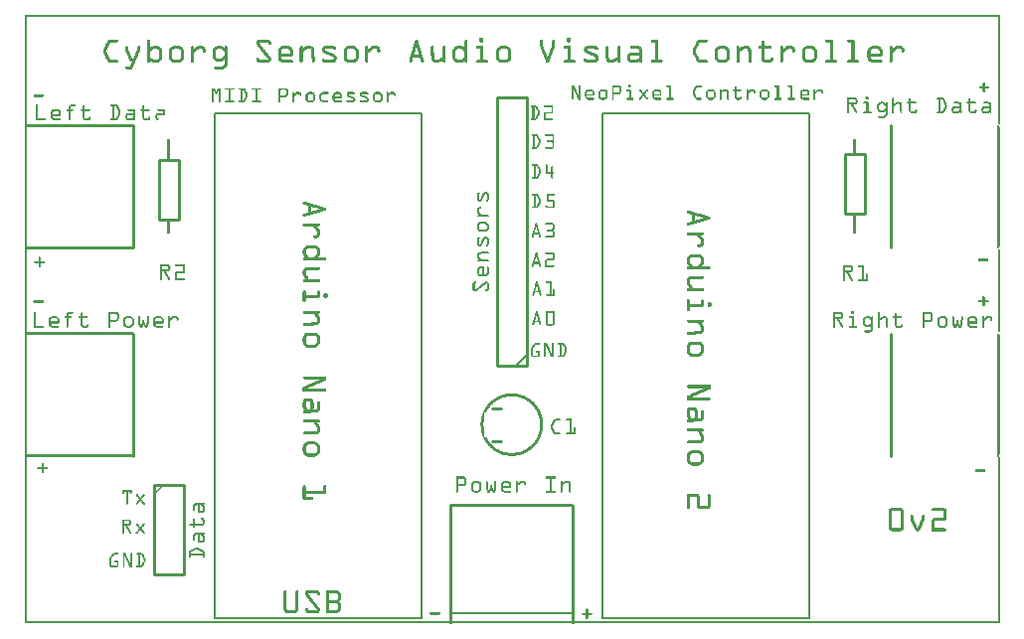
<source format=gto>
G04 MADE WITH FRITZING*
G04 WWW.FRITZING.ORG*
G04 DOUBLE SIDED*
G04 HOLES PLATED*
G04 CONTOUR ON CENTER OF CONTOUR VECTOR*
%ASAXBY*%
%FSLAX23Y23*%
%MOIN*%
%OFA0B0*%
%SFA1.0B1.0*%
%ADD10C,0.010000*%
%ADD11C,0.005000*%
%ADD12C,0.008000*%
%ADD13C,0.011000*%
%ADD14R,0.001000X0.001000*%
%LNSILK1*%
G90*
G70*
G54D10*
X364Y561D02*
X364Y971D01*
G54D11*
D02*
X4Y971D02*
X4Y561D01*
G54D10*
D02*
X2751Y1375D02*
X2751Y1575D01*
D02*
X2751Y1575D02*
X2817Y1575D01*
D02*
X2817Y1575D02*
X2817Y1375D01*
D02*
X2817Y1375D02*
X2751Y1375D01*
D02*
X517Y1556D02*
X517Y1356D01*
D02*
X517Y1356D02*
X451Y1356D01*
D02*
X451Y1356D02*
X451Y1556D01*
D02*
X451Y1556D02*
X517Y1556D01*
D02*
X2904Y971D02*
X2904Y561D01*
G54D11*
D02*
X3264Y561D02*
X3264Y971D01*
G54D10*
D02*
X364Y1261D02*
X364Y1671D01*
G54D11*
D02*
X4Y1671D02*
X4Y1261D01*
G54D10*
D02*
X2904Y1671D02*
X2904Y1261D01*
G54D11*
D02*
X3264Y1261D02*
X3264Y1671D01*
D02*
X1429Y36D02*
X1839Y36D01*
G54D10*
D02*
X434Y466D02*
X434Y166D01*
D02*
X434Y166D02*
X534Y166D01*
D02*
X534Y166D02*
X534Y466D01*
D02*
X534Y466D02*
X434Y466D01*
D02*
X1684Y866D02*
X1684Y1766D01*
D02*
X1684Y1766D02*
X1584Y1766D01*
D02*
X1584Y1766D02*
X1584Y866D01*
D02*
X1584Y866D02*
X1684Y866D01*
G54D11*
D02*
X1684Y901D02*
X1649Y866D01*
G54D12*
X1938Y20D02*
X2630Y20D01*
X2630Y1713D01*
X1938Y1713D01*
X1938Y20D01*
D02*
X638Y20D02*
X1330Y20D01*
X1330Y1713D01*
X638Y1713D01*
X638Y20D01*
D02*
G54D13*
X1569Y722D02*
X1599Y722D01*
D02*
X1569Y612D02*
X1599Y612D01*
D02*
G54D14*
X0Y2041D02*
X3271Y2041D01*
X0Y2040D02*
X3271Y2040D01*
X0Y2039D02*
X3271Y2039D01*
X0Y2038D02*
X3271Y2038D01*
X0Y2037D02*
X3271Y2037D01*
X0Y2036D02*
X3271Y2036D01*
X0Y2035D02*
X3271Y2035D01*
X0Y2034D02*
X3271Y2034D01*
X0Y2033D02*
X7Y2033D01*
X3264Y2033D02*
X3271Y2033D01*
X0Y2032D02*
X7Y2032D01*
X3264Y2032D02*
X3271Y2032D01*
X0Y2031D02*
X7Y2031D01*
X3264Y2031D02*
X3271Y2031D01*
X0Y2030D02*
X7Y2030D01*
X3264Y2030D02*
X3271Y2030D01*
X0Y2029D02*
X7Y2029D01*
X3264Y2029D02*
X3271Y2029D01*
X0Y2028D02*
X7Y2028D01*
X3264Y2028D02*
X3271Y2028D01*
X0Y2027D02*
X7Y2027D01*
X3264Y2027D02*
X3271Y2027D01*
X0Y2026D02*
X7Y2026D01*
X3264Y2026D02*
X3271Y2026D01*
X0Y2025D02*
X7Y2025D01*
X3264Y2025D02*
X3271Y2025D01*
X0Y2024D02*
X7Y2024D01*
X3264Y2024D02*
X3271Y2024D01*
X0Y2023D02*
X7Y2023D01*
X3264Y2023D02*
X3271Y2023D01*
X0Y2022D02*
X7Y2022D01*
X3264Y2022D02*
X3271Y2022D01*
X0Y2021D02*
X7Y2021D01*
X3264Y2021D02*
X3271Y2021D01*
X0Y2020D02*
X7Y2020D01*
X3264Y2020D02*
X3271Y2020D01*
X0Y2019D02*
X7Y2019D01*
X3264Y2019D02*
X3271Y2019D01*
X0Y2018D02*
X7Y2018D01*
X3264Y2018D02*
X3271Y2018D01*
X0Y2017D02*
X7Y2017D01*
X3264Y2017D02*
X3271Y2017D01*
X0Y2016D02*
X7Y2016D01*
X3264Y2016D02*
X3271Y2016D01*
X0Y2015D02*
X7Y2015D01*
X3264Y2015D02*
X3271Y2015D01*
X0Y2014D02*
X7Y2014D01*
X3264Y2014D02*
X3271Y2014D01*
X0Y2013D02*
X7Y2013D01*
X3264Y2013D02*
X3271Y2013D01*
X0Y2012D02*
X7Y2012D01*
X3264Y2012D02*
X3271Y2012D01*
X0Y2011D02*
X7Y2011D01*
X3264Y2011D02*
X3271Y2011D01*
X0Y2010D02*
X7Y2010D01*
X3264Y2010D02*
X3271Y2010D01*
X0Y2009D02*
X7Y2009D01*
X3264Y2009D02*
X3271Y2009D01*
X0Y2008D02*
X7Y2008D01*
X3264Y2008D02*
X3271Y2008D01*
X0Y2007D02*
X7Y2007D01*
X3264Y2007D02*
X3271Y2007D01*
X0Y2006D02*
X7Y2006D01*
X3264Y2006D02*
X3271Y2006D01*
X0Y2005D02*
X7Y2005D01*
X3264Y2005D02*
X3271Y2005D01*
X0Y2004D02*
X7Y2004D01*
X3264Y2004D02*
X3271Y2004D01*
X0Y2003D02*
X7Y2003D01*
X3264Y2003D02*
X3271Y2003D01*
X0Y2002D02*
X7Y2002D01*
X3264Y2002D02*
X3271Y2002D01*
X0Y2001D02*
X7Y2001D01*
X3264Y2001D02*
X3271Y2001D01*
X0Y2000D02*
X7Y2000D01*
X3264Y2000D02*
X3271Y2000D01*
X0Y1999D02*
X7Y1999D01*
X3264Y1999D02*
X3271Y1999D01*
X0Y1998D02*
X7Y1998D01*
X3264Y1998D02*
X3271Y1998D01*
X0Y1997D02*
X7Y1997D01*
X3264Y1997D02*
X3271Y1997D01*
X0Y1996D02*
X7Y1996D01*
X3264Y1996D02*
X3271Y1996D01*
X0Y1995D02*
X7Y1995D01*
X3264Y1995D02*
X3271Y1995D01*
X0Y1994D02*
X7Y1994D01*
X3264Y1994D02*
X3271Y1994D01*
X0Y1993D02*
X7Y1993D01*
X3264Y1993D02*
X3271Y1993D01*
X0Y1992D02*
X7Y1992D01*
X3264Y1992D02*
X3271Y1992D01*
X0Y1991D02*
X7Y1991D01*
X3264Y1991D02*
X3271Y1991D01*
X0Y1990D02*
X7Y1990D01*
X3264Y1990D02*
X3271Y1990D01*
X0Y1989D02*
X7Y1989D01*
X3264Y1989D02*
X3271Y1989D01*
X0Y1988D02*
X7Y1988D01*
X3264Y1988D02*
X3271Y1988D01*
X0Y1987D02*
X7Y1987D01*
X3264Y1987D02*
X3271Y1987D01*
X0Y1986D02*
X7Y1986D01*
X3264Y1986D02*
X3271Y1986D01*
X0Y1985D02*
X7Y1985D01*
X3264Y1985D02*
X3271Y1985D01*
X0Y1984D02*
X7Y1984D01*
X3264Y1984D02*
X3271Y1984D01*
X0Y1983D02*
X7Y1983D01*
X3264Y1983D02*
X3271Y1983D01*
X0Y1982D02*
X7Y1982D01*
X3264Y1982D02*
X3271Y1982D01*
X0Y1981D02*
X7Y1981D01*
X3264Y1981D02*
X3271Y1981D01*
X0Y1980D02*
X7Y1980D01*
X3264Y1980D02*
X3271Y1980D01*
X0Y1979D02*
X7Y1979D01*
X3264Y1979D02*
X3271Y1979D01*
X0Y1978D02*
X7Y1978D01*
X3264Y1978D02*
X3271Y1978D01*
X0Y1977D02*
X7Y1977D01*
X3264Y1977D02*
X3271Y1977D01*
X0Y1976D02*
X7Y1976D01*
X3264Y1976D02*
X3271Y1976D01*
X0Y1975D02*
X7Y1975D01*
X3264Y1975D02*
X3271Y1975D01*
X0Y1974D02*
X7Y1974D01*
X3264Y1974D02*
X3271Y1974D01*
X0Y1973D02*
X7Y1973D01*
X3264Y1973D02*
X3271Y1973D01*
X0Y1972D02*
X7Y1972D01*
X3264Y1972D02*
X3271Y1972D01*
X0Y1971D02*
X7Y1971D01*
X3264Y1971D02*
X3271Y1971D01*
X0Y1970D02*
X7Y1970D01*
X3264Y1970D02*
X3271Y1970D01*
X0Y1969D02*
X7Y1969D01*
X3264Y1969D02*
X3271Y1969D01*
X0Y1968D02*
X7Y1968D01*
X3264Y1968D02*
X3271Y1968D01*
X0Y1967D02*
X7Y1967D01*
X3264Y1967D02*
X3271Y1967D01*
X0Y1966D02*
X7Y1966D01*
X3264Y1966D02*
X3271Y1966D01*
X0Y1965D02*
X7Y1965D01*
X3264Y1965D02*
X3271Y1965D01*
X0Y1964D02*
X7Y1964D01*
X3264Y1964D02*
X3271Y1964D01*
X0Y1963D02*
X7Y1963D01*
X1526Y1963D02*
X1536Y1963D01*
X1819Y1963D02*
X1829Y1963D01*
X3264Y1963D02*
X3271Y1963D01*
X0Y1962D02*
X7Y1962D01*
X1525Y1962D02*
X1537Y1962D01*
X1818Y1962D02*
X1830Y1962D01*
X3264Y1962D02*
X3271Y1962D01*
X0Y1961D02*
X7Y1961D01*
X1525Y1961D02*
X1538Y1961D01*
X1817Y1961D02*
X1831Y1961D01*
X3264Y1961D02*
X3271Y1961D01*
X0Y1960D02*
X7Y1960D01*
X1524Y1960D02*
X1538Y1960D01*
X1817Y1960D02*
X1831Y1960D01*
X3264Y1960D02*
X3271Y1960D01*
X0Y1959D02*
X7Y1959D01*
X287Y1959D02*
X312Y1959D01*
X414Y1959D02*
X418Y1959D01*
X785Y1959D02*
X817Y1959D01*
X1312Y1959D02*
X1316Y1959D01*
X1479Y1959D02*
X1483Y1959D01*
X1524Y1959D02*
X1538Y1959D01*
X1731Y1959D02*
X1735Y1959D01*
X1772Y1959D02*
X1775Y1959D01*
X1817Y1959D02*
X1831Y1959D01*
X2102Y1959D02*
X2121Y1959D01*
X2263Y1959D02*
X2288Y1959D01*
X2688Y1959D02*
X2707Y1959D01*
X2761Y1959D02*
X2780Y1959D01*
X3264Y1959D02*
X3271Y1959D01*
X0Y1958D02*
X7Y1958D01*
X284Y1958D02*
X313Y1958D01*
X413Y1958D02*
X419Y1958D01*
X783Y1958D02*
X819Y1958D01*
X1311Y1958D02*
X1317Y1958D01*
X1478Y1958D02*
X1484Y1958D01*
X1524Y1958D02*
X1538Y1958D01*
X1730Y1958D02*
X1736Y1958D01*
X1770Y1958D02*
X1777Y1958D01*
X1817Y1958D02*
X1831Y1958D01*
X2101Y1958D02*
X2122Y1958D01*
X2260Y1958D02*
X2289Y1958D01*
X2686Y1958D02*
X2708Y1958D01*
X2760Y1958D02*
X2781Y1958D01*
X3264Y1958D02*
X3271Y1958D01*
X0Y1957D02*
X7Y1957D01*
X283Y1957D02*
X314Y1957D01*
X412Y1957D02*
X420Y1957D01*
X781Y1957D02*
X821Y1957D01*
X1310Y1957D02*
X1318Y1957D01*
X1477Y1957D02*
X1485Y1957D01*
X1524Y1957D02*
X1538Y1957D01*
X1729Y1957D02*
X1737Y1957D01*
X1770Y1957D02*
X1777Y1957D01*
X1817Y1957D02*
X1831Y1957D01*
X2100Y1957D02*
X2123Y1957D01*
X2259Y1957D02*
X2290Y1957D01*
X2686Y1957D02*
X2709Y1957D01*
X2759Y1957D02*
X2782Y1957D01*
X3264Y1957D02*
X3271Y1957D01*
X0Y1956D02*
X7Y1956D01*
X281Y1956D02*
X314Y1956D01*
X411Y1956D02*
X420Y1956D01*
X780Y1956D02*
X822Y1956D01*
X1310Y1956D02*
X1319Y1956D01*
X1476Y1956D02*
X1485Y1956D01*
X1524Y1956D02*
X1538Y1956D01*
X1729Y1956D02*
X1738Y1956D01*
X1769Y1956D02*
X1778Y1956D01*
X1817Y1956D02*
X1831Y1956D01*
X2100Y1956D02*
X2124Y1956D01*
X2257Y1956D02*
X2290Y1956D01*
X2685Y1956D02*
X2709Y1956D01*
X2759Y1956D02*
X2782Y1956D01*
X3264Y1956D02*
X3271Y1956D01*
X0Y1955D02*
X7Y1955D01*
X280Y1955D02*
X314Y1955D01*
X411Y1955D02*
X420Y1955D01*
X779Y1955D02*
X823Y1955D01*
X1309Y1955D02*
X1319Y1955D01*
X1476Y1955D02*
X1485Y1955D01*
X1524Y1955D02*
X1538Y1955D01*
X1729Y1955D02*
X1738Y1955D01*
X1769Y1955D02*
X1778Y1955D01*
X1817Y1955D02*
X1831Y1955D01*
X2100Y1955D02*
X2124Y1955D01*
X2256Y1955D02*
X2290Y1955D01*
X2474Y1955D02*
X2477Y1955D01*
X2685Y1955D02*
X2709Y1955D01*
X2758Y1955D02*
X2783Y1955D01*
X3264Y1955D02*
X3271Y1955D01*
X0Y1954D02*
X7Y1954D01*
X279Y1954D02*
X314Y1954D01*
X411Y1954D02*
X420Y1954D01*
X779Y1954D02*
X824Y1954D01*
X1309Y1954D02*
X1319Y1954D01*
X1476Y1954D02*
X1485Y1954D01*
X1524Y1954D02*
X1538Y1954D01*
X1729Y1954D02*
X1738Y1954D01*
X1769Y1954D02*
X1778Y1954D01*
X1817Y1954D02*
X1831Y1954D01*
X2100Y1954D02*
X2124Y1954D01*
X2255Y1954D02*
X2290Y1954D01*
X2472Y1954D02*
X2478Y1954D01*
X2685Y1954D02*
X2709Y1954D01*
X2758Y1954D02*
X2783Y1954D01*
X3264Y1954D02*
X3271Y1954D01*
X0Y1953D02*
X7Y1953D01*
X278Y1953D02*
X314Y1953D01*
X411Y1953D02*
X420Y1953D01*
X778Y1953D02*
X825Y1953D01*
X1309Y1953D02*
X1320Y1953D01*
X1476Y1953D02*
X1485Y1953D01*
X1524Y1953D02*
X1538Y1953D01*
X1729Y1953D02*
X1738Y1953D01*
X1769Y1953D02*
X1778Y1953D01*
X1817Y1953D02*
X1831Y1953D01*
X2100Y1953D02*
X2124Y1953D01*
X2255Y1953D02*
X2290Y1953D01*
X2471Y1953D02*
X2479Y1953D01*
X2685Y1953D02*
X2709Y1953D01*
X2759Y1953D02*
X2783Y1953D01*
X3264Y1953D02*
X3271Y1953D01*
X0Y1952D02*
X7Y1952D01*
X278Y1952D02*
X314Y1952D01*
X411Y1952D02*
X420Y1952D01*
X778Y1952D02*
X825Y1952D01*
X1309Y1952D02*
X1320Y1952D01*
X1476Y1952D02*
X1485Y1952D01*
X1525Y1952D02*
X1538Y1952D01*
X1729Y1952D02*
X1738Y1952D01*
X1769Y1952D02*
X1778Y1952D01*
X1818Y1952D02*
X1830Y1952D01*
X2100Y1952D02*
X2124Y1952D01*
X2254Y1952D02*
X2290Y1952D01*
X2471Y1952D02*
X2479Y1952D01*
X2686Y1952D02*
X2709Y1952D01*
X2759Y1952D02*
X2783Y1952D01*
X3264Y1952D02*
X3271Y1952D01*
X0Y1951D02*
X7Y1951D01*
X277Y1951D02*
X313Y1951D01*
X411Y1951D02*
X420Y1951D01*
X777Y1951D02*
X826Y1951D01*
X1308Y1951D02*
X1320Y1951D01*
X1476Y1951D02*
X1485Y1951D01*
X1526Y1951D02*
X1537Y1951D01*
X1729Y1951D02*
X1738Y1951D01*
X1769Y1951D02*
X1778Y1951D01*
X1818Y1951D02*
X1830Y1951D01*
X2101Y1951D02*
X2124Y1951D01*
X2253Y1951D02*
X2289Y1951D01*
X2471Y1951D02*
X2480Y1951D01*
X2687Y1951D02*
X2709Y1951D01*
X2760Y1951D02*
X2783Y1951D01*
X3264Y1951D02*
X3271Y1951D01*
X0Y1950D02*
X7Y1950D01*
X277Y1950D02*
X311Y1950D01*
X411Y1950D02*
X420Y1950D01*
X777Y1950D02*
X826Y1950D01*
X1308Y1950D02*
X1320Y1950D01*
X1476Y1950D02*
X1485Y1950D01*
X1527Y1950D02*
X1536Y1950D01*
X1729Y1950D02*
X1738Y1950D01*
X1769Y1950D02*
X1778Y1950D01*
X1820Y1950D02*
X1828Y1950D01*
X2102Y1950D02*
X2124Y1950D01*
X2253Y1950D02*
X2288Y1950D01*
X2471Y1950D02*
X2480Y1950D01*
X2688Y1950D02*
X2709Y1950D01*
X2761Y1950D02*
X2783Y1950D01*
X3264Y1950D02*
X3271Y1950D01*
X0Y1949D02*
X7Y1949D01*
X276Y1949D02*
X288Y1949D01*
X411Y1949D02*
X420Y1949D01*
X777Y1949D02*
X787Y1949D01*
X815Y1949D02*
X826Y1949D01*
X1308Y1949D02*
X1321Y1949D01*
X1476Y1949D02*
X1485Y1949D01*
X1729Y1949D02*
X1738Y1949D01*
X1769Y1949D02*
X1778Y1949D01*
X2115Y1949D02*
X2124Y1949D01*
X2253Y1949D02*
X2264Y1949D01*
X2471Y1949D02*
X2480Y1949D01*
X2700Y1949D02*
X2709Y1949D01*
X2773Y1949D02*
X2783Y1949D01*
X3264Y1949D02*
X3271Y1949D01*
X0Y1948D02*
X7Y1948D01*
X276Y1948D02*
X287Y1948D01*
X411Y1948D02*
X420Y1948D01*
X777Y1948D02*
X786Y1948D01*
X817Y1948D02*
X827Y1948D01*
X1307Y1948D02*
X1321Y1948D01*
X1476Y1948D02*
X1485Y1948D01*
X1729Y1948D02*
X1738Y1948D01*
X1769Y1948D02*
X1778Y1948D01*
X2115Y1948D02*
X2124Y1948D01*
X2252Y1948D02*
X2263Y1948D01*
X2471Y1948D02*
X2480Y1948D01*
X2700Y1948D02*
X2709Y1948D01*
X2773Y1948D02*
X2783Y1948D01*
X3264Y1948D02*
X3271Y1948D01*
X0Y1947D02*
X7Y1947D01*
X275Y1947D02*
X286Y1947D01*
X411Y1947D02*
X420Y1947D01*
X777Y1947D02*
X787Y1947D01*
X817Y1947D02*
X827Y1947D01*
X1307Y1947D02*
X1321Y1947D01*
X1476Y1947D02*
X1485Y1947D01*
X1729Y1947D02*
X1738Y1947D01*
X1769Y1947D02*
X1778Y1947D01*
X2115Y1947D02*
X2124Y1947D01*
X2252Y1947D02*
X2262Y1947D01*
X2471Y1947D02*
X2480Y1947D01*
X2700Y1947D02*
X2709Y1947D01*
X2773Y1947D02*
X2783Y1947D01*
X3264Y1947D02*
X3271Y1947D01*
X0Y1946D02*
X7Y1946D01*
X275Y1946D02*
X286Y1946D01*
X411Y1946D02*
X420Y1946D01*
X777Y1946D02*
X788Y1946D01*
X817Y1946D02*
X827Y1946D01*
X1307Y1946D02*
X1322Y1946D01*
X1476Y1946D02*
X1485Y1946D01*
X1729Y1946D02*
X1738Y1946D01*
X1769Y1946D02*
X1778Y1946D01*
X2115Y1946D02*
X2124Y1946D01*
X2251Y1946D02*
X2262Y1946D01*
X2471Y1946D02*
X2480Y1946D01*
X2700Y1946D02*
X2709Y1946D01*
X2773Y1946D02*
X2783Y1946D01*
X3264Y1946D02*
X3271Y1946D01*
X0Y1945D02*
X7Y1945D01*
X274Y1945D02*
X285Y1945D01*
X411Y1945D02*
X420Y1945D01*
X778Y1945D02*
X788Y1945D01*
X818Y1945D02*
X827Y1945D01*
X1307Y1945D02*
X1322Y1945D01*
X1476Y1945D02*
X1485Y1945D01*
X1729Y1945D02*
X1738Y1945D01*
X1769Y1945D02*
X1778Y1945D01*
X2115Y1945D02*
X2124Y1945D01*
X2251Y1945D02*
X2261Y1945D01*
X2471Y1945D02*
X2480Y1945D01*
X2700Y1945D02*
X2709Y1945D01*
X2773Y1945D02*
X2783Y1945D01*
X3264Y1945D02*
X3271Y1945D01*
X0Y1944D02*
X7Y1944D01*
X274Y1944D02*
X285Y1944D01*
X411Y1944D02*
X420Y1944D01*
X778Y1944D02*
X789Y1944D01*
X818Y1944D02*
X826Y1944D01*
X1306Y1944D02*
X1322Y1944D01*
X1476Y1944D02*
X1485Y1944D01*
X1729Y1944D02*
X1738Y1944D01*
X1769Y1944D02*
X1778Y1944D01*
X2115Y1944D02*
X2124Y1944D01*
X2250Y1944D02*
X2261Y1944D01*
X2471Y1944D02*
X2480Y1944D01*
X2700Y1944D02*
X2709Y1944D01*
X2773Y1944D02*
X2783Y1944D01*
X3264Y1944D02*
X3271Y1944D01*
X0Y1943D02*
X7Y1943D01*
X273Y1943D02*
X284Y1943D01*
X411Y1943D02*
X420Y1943D01*
X778Y1943D02*
X790Y1943D01*
X818Y1943D02*
X826Y1943D01*
X1306Y1943D02*
X1322Y1943D01*
X1476Y1943D02*
X1485Y1943D01*
X1729Y1943D02*
X1738Y1943D01*
X1769Y1943D02*
X1778Y1943D01*
X2115Y1943D02*
X2124Y1943D01*
X2250Y1943D02*
X2260Y1943D01*
X2471Y1943D02*
X2480Y1943D01*
X2700Y1943D02*
X2709Y1943D01*
X2773Y1943D02*
X2783Y1943D01*
X3264Y1943D02*
X3271Y1943D01*
X0Y1942D02*
X7Y1942D01*
X273Y1942D02*
X284Y1942D01*
X411Y1942D02*
X420Y1942D01*
X779Y1942D02*
X791Y1942D01*
X819Y1942D02*
X825Y1942D01*
X1306Y1942D02*
X1323Y1942D01*
X1476Y1942D02*
X1485Y1942D01*
X1729Y1942D02*
X1738Y1942D01*
X1769Y1942D02*
X1778Y1942D01*
X2115Y1942D02*
X2124Y1942D01*
X2249Y1942D02*
X2260Y1942D01*
X2471Y1942D02*
X2480Y1942D01*
X2700Y1942D02*
X2709Y1942D01*
X2773Y1942D02*
X2783Y1942D01*
X3264Y1942D02*
X3271Y1942D01*
X0Y1941D02*
X7Y1941D01*
X272Y1941D02*
X283Y1941D01*
X411Y1941D02*
X420Y1941D01*
X779Y1941D02*
X792Y1941D01*
X821Y1941D02*
X823Y1941D01*
X1305Y1941D02*
X1323Y1941D01*
X1476Y1941D02*
X1485Y1941D01*
X1729Y1941D02*
X1738Y1941D01*
X1769Y1941D02*
X1778Y1941D01*
X2115Y1941D02*
X2124Y1941D01*
X2249Y1941D02*
X2259Y1941D01*
X2471Y1941D02*
X2480Y1941D01*
X2700Y1941D02*
X2709Y1941D01*
X2773Y1941D02*
X2783Y1941D01*
X3264Y1941D02*
X3271Y1941D01*
X0Y1940D02*
X7Y1940D01*
X272Y1940D02*
X283Y1940D01*
X411Y1940D02*
X420Y1940D01*
X780Y1940D02*
X792Y1940D01*
X1305Y1940D02*
X1323Y1940D01*
X1476Y1940D02*
X1485Y1940D01*
X1729Y1940D02*
X1738Y1940D01*
X1769Y1940D02*
X1778Y1940D01*
X2115Y1940D02*
X2124Y1940D01*
X2248Y1940D02*
X2259Y1940D01*
X2471Y1940D02*
X2480Y1940D01*
X2700Y1940D02*
X2709Y1940D01*
X2773Y1940D02*
X2783Y1940D01*
X3264Y1940D02*
X3271Y1940D01*
X0Y1939D02*
X7Y1939D01*
X271Y1939D02*
X282Y1939D01*
X411Y1939D02*
X420Y1939D01*
X781Y1939D02*
X793Y1939D01*
X1305Y1939D02*
X1324Y1939D01*
X1476Y1939D02*
X1485Y1939D01*
X1729Y1939D02*
X1738Y1939D01*
X1769Y1939D02*
X1778Y1939D01*
X2115Y1939D02*
X2124Y1939D01*
X2248Y1939D02*
X2258Y1939D01*
X2471Y1939D02*
X2480Y1939D01*
X2700Y1939D02*
X2709Y1939D01*
X2773Y1939D02*
X2783Y1939D01*
X3264Y1939D02*
X3271Y1939D01*
X0Y1938D02*
X7Y1938D01*
X271Y1938D02*
X281Y1938D01*
X342Y1938D02*
X343Y1938D01*
X383Y1938D02*
X383Y1938D01*
X411Y1938D02*
X420Y1938D01*
X434Y1938D02*
X444Y1938D01*
X502Y1938D02*
X517Y1938D01*
X562Y1938D02*
X562Y1938D01*
X582Y1938D02*
X593Y1938D01*
X648Y1938D02*
X658Y1938D01*
X675Y1938D02*
X676Y1938D01*
X782Y1938D02*
X794Y1938D01*
X868Y1938D02*
X883Y1938D01*
X928Y1938D02*
X928Y1938D01*
X950Y1938D02*
X958Y1938D01*
X1009Y1938D02*
X1034Y1938D01*
X1087Y1938D02*
X1103Y1938D01*
X1147Y1938D02*
X1148Y1938D01*
X1167Y1938D02*
X1179Y1938D01*
X1304Y1938D02*
X1324Y1938D01*
X1367Y1938D02*
X1367Y1938D01*
X1407Y1938D02*
X1408Y1938D01*
X1453Y1938D02*
X1463Y1938D01*
X1476Y1938D02*
X1485Y1938D01*
X1518Y1938D02*
X1534Y1938D01*
X1599Y1938D02*
X1615Y1938D01*
X1729Y1938D02*
X1738Y1938D01*
X1769Y1938D02*
X1778Y1938D01*
X1811Y1938D02*
X1827Y1938D01*
X1888Y1938D02*
X1912Y1938D01*
X1952Y1938D02*
X1953Y1938D01*
X1993Y1938D02*
X1993Y1938D01*
X2036Y1938D02*
X2056Y1938D01*
X2115Y1938D02*
X2124Y1938D01*
X2247Y1938D02*
X2258Y1938D01*
X2331Y1938D02*
X2347Y1938D01*
X2392Y1938D02*
X2392Y1938D01*
X2414Y1938D02*
X2422Y1938D01*
X2465Y1938D02*
X2501Y1938D01*
X2538Y1938D02*
X2538Y1938D01*
X2558Y1938D02*
X2570Y1938D01*
X2624Y1938D02*
X2640Y1938D01*
X2700Y1938D02*
X2709Y1938D01*
X2773Y1938D02*
X2783Y1938D01*
X2844Y1938D02*
X2859Y1938D01*
X2904Y1938D02*
X2904Y1938D01*
X2924Y1938D02*
X2936Y1938D01*
X3264Y1938D02*
X3271Y1938D01*
X0Y1937D02*
X7Y1937D01*
X270Y1937D02*
X281Y1937D01*
X340Y1937D02*
X345Y1937D01*
X380Y1937D02*
X386Y1937D01*
X411Y1937D02*
X420Y1937D01*
X430Y1937D02*
X447Y1937D01*
X497Y1937D02*
X521Y1937D01*
X560Y1937D02*
X565Y1937D01*
X580Y1937D02*
X598Y1937D01*
X644Y1937D02*
X662Y1937D01*
X673Y1937D02*
X678Y1937D01*
X783Y1937D02*
X795Y1937D01*
X863Y1937D02*
X887Y1937D01*
X926Y1937D02*
X931Y1937D01*
X946Y1937D02*
X962Y1937D01*
X1006Y1937D02*
X1037Y1937D01*
X1083Y1937D02*
X1106Y1937D01*
X1145Y1937D02*
X1150Y1937D01*
X1165Y1937D02*
X1183Y1937D01*
X1304Y1937D02*
X1324Y1937D01*
X1365Y1937D02*
X1370Y1937D01*
X1405Y1937D02*
X1410Y1937D01*
X1449Y1937D02*
X1467Y1937D01*
X1476Y1937D02*
X1485Y1937D01*
X1516Y1937D02*
X1536Y1937D01*
X1595Y1937D02*
X1618Y1937D01*
X1729Y1937D02*
X1738Y1937D01*
X1768Y1937D02*
X1778Y1937D01*
X1809Y1937D02*
X1829Y1937D01*
X1884Y1937D02*
X1916Y1937D01*
X1950Y1937D02*
X1955Y1937D01*
X1991Y1937D02*
X1996Y1937D01*
X2033Y1937D02*
X2060Y1937D01*
X2115Y1937D02*
X2124Y1937D01*
X2247Y1937D02*
X2257Y1937D01*
X2327Y1937D02*
X2350Y1937D01*
X2389Y1937D02*
X2394Y1937D01*
X2410Y1937D02*
X2426Y1937D01*
X2463Y1937D02*
X2503Y1937D01*
X2536Y1937D02*
X2541Y1937D01*
X2556Y1937D02*
X2574Y1937D01*
X2620Y1937D02*
X2643Y1937D01*
X2700Y1937D02*
X2709Y1937D01*
X2773Y1937D02*
X2783Y1937D01*
X2840Y1937D02*
X2863Y1937D01*
X2902Y1937D02*
X2907Y1937D01*
X2922Y1937D02*
X2940Y1937D01*
X3264Y1937D02*
X3271Y1937D01*
X0Y1936D02*
X7Y1936D01*
X270Y1936D02*
X280Y1936D01*
X339Y1936D02*
X346Y1936D01*
X379Y1936D02*
X386Y1936D01*
X411Y1936D02*
X420Y1936D01*
X427Y1936D02*
X449Y1936D01*
X495Y1936D02*
X523Y1936D01*
X559Y1936D02*
X566Y1936D01*
X578Y1936D02*
X600Y1936D01*
X642Y1936D02*
X664Y1936D01*
X672Y1936D02*
X679Y1936D01*
X783Y1936D02*
X795Y1936D01*
X861Y1936D02*
X889Y1936D01*
X925Y1936D02*
X932Y1936D01*
X944Y1936D02*
X964Y1936D01*
X1004Y1936D02*
X1039Y1936D01*
X1081Y1936D02*
X1108Y1936D01*
X1144Y1936D02*
X1151Y1936D01*
X1164Y1936D02*
X1185Y1936D01*
X1304Y1936D02*
X1324Y1936D01*
X1364Y1936D02*
X1371Y1936D01*
X1404Y1936D02*
X1411Y1936D01*
X1447Y1936D02*
X1469Y1936D01*
X1476Y1936D02*
X1485Y1936D01*
X1515Y1936D02*
X1537Y1936D01*
X1593Y1936D02*
X1620Y1936D01*
X1729Y1936D02*
X1739Y1936D01*
X1768Y1936D02*
X1778Y1936D01*
X1808Y1936D02*
X1830Y1936D01*
X1882Y1936D02*
X1918Y1936D01*
X1949Y1936D02*
X1956Y1936D01*
X1990Y1936D02*
X1997Y1936D01*
X2032Y1936D02*
X2062Y1936D01*
X2115Y1936D02*
X2124Y1936D01*
X2246Y1936D02*
X2257Y1936D01*
X2325Y1936D02*
X2352Y1936D01*
X2388Y1936D02*
X2395Y1936D01*
X2408Y1936D02*
X2428Y1936D01*
X2462Y1936D02*
X2504Y1936D01*
X2535Y1936D02*
X2542Y1936D01*
X2554Y1936D02*
X2576Y1936D01*
X2618Y1936D02*
X2645Y1936D01*
X2700Y1936D02*
X2709Y1936D01*
X2773Y1936D02*
X2783Y1936D01*
X2838Y1936D02*
X2865Y1936D01*
X2901Y1936D02*
X2908Y1936D01*
X2920Y1936D02*
X2942Y1936D01*
X3264Y1936D02*
X3271Y1936D01*
X0Y1935D02*
X7Y1935D01*
X269Y1935D02*
X280Y1935D01*
X338Y1935D02*
X347Y1935D01*
X379Y1935D02*
X387Y1935D01*
X411Y1935D02*
X420Y1935D01*
X426Y1935D02*
X451Y1935D01*
X494Y1935D02*
X524Y1935D01*
X558Y1935D02*
X566Y1935D01*
X577Y1935D02*
X601Y1935D01*
X640Y1935D02*
X665Y1935D01*
X672Y1935D02*
X680Y1935D01*
X784Y1935D02*
X796Y1935D01*
X860Y1935D02*
X890Y1935D01*
X924Y1935D02*
X932Y1935D01*
X942Y1935D02*
X966Y1935D01*
X1003Y1935D02*
X1041Y1935D01*
X1080Y1935D02*
X1110Y1935D01*
X1144Y1935D02*
X1152Y1935D01*
X1163Y1935D02*
X1187Y1935D01*
X1304Y1935D02*
X1313Y1935D01*
X1315Y1935D02*
X1325Y1935D01*
X1363Y1935D02*
X1371Y1935D01*
X1403Y1935D02*
X1412Y1935D01*
X1446Y1935D02*
X1471Y1935D01*
X1476Y1935D02*
X1485Y1935D01*
X1514Y1935D02*
X1538Y1935D01*
X1592Y1935D02*
X1622Y1935D01*
X1729Y1935D02*
X1739Y1935D01*
X1768Y1935D02*
X1778Y1935D01*
X1807Y1935D02*
X1831Y1935D01*
X1881Y1935D02*
X1919Y1935D01*
X1949Y1935D02*
X1957Y1935D01*
X1989Y1935D02*
X1997Y1935D01*
X2032Y1935D02*
X2064Y1935D01*
X2115Y1935D02*
X2124Y1935D01*
X2246Y1935D02*
X2256Y1935D01*
X2324Y1935D02*
X2354Y1935D01*
X2388Y1935D02*
X2396Y1935D01*
X2406Y1935D02*
X2430Y1935D01*
X2461Y1935D02*
X2504Y1935D01*
X2534Y1935D02*
X2542Y1935D01*
X2553Y1935D02*
X2577Y1935D01*
X2617Y1935D02*
X2647Y1935D01*
X2700Y1935D02*
X2709Y1935D01*
X2773Y1935D02*
X2783Y1935D01*
X2836Y1935D02*
X2866Y1935D01*
X2900Y1935D02*
X2908Y1935D01*
X2919Y1935D02*
X2943Y1935D01*
X3264Y1935D02*
X3271Y1935D01*
X0Y1934D02*
X7Y1934D01*
X269Y1934D02*
X279Y1934D01*
X338Y1934D02*
X347Y1934D01*
X378Y1934D02*
X387Y1934D01*
X411Y1934D02*
X420Y1934D01*
X424Y1934D02*
X452Y1934D01*
X493Y1934D02*
X525Y1934D01*
X558Y1934D02*
X567Y1934D01*
X576Y1934D02*
X602Y1934D01*
X639Y1934D02*
X667Y1934D01*
X671Y1934D02*
X680Y1934D01*
X785Y1934D02*
X797Y1934D01*
X859Y1934D02*
X891Y1934D01*
X924Y1934D02*
X933Y1934D01*
X941Y1934D02*
X967Y1934D01*
X1001Y1934D02*
X1042Y1934D01*
X1078Y1934D02*
X1111Y1934D01*
X1143Y1934D02*
X1152Y1934D01*
X1162Y1934D02*
X1188Y1934D01*
X1303Y1934D02*
X1313Y1934D01*
X1315Y1934D02*
X1325Y1934D01*
X1363Y1934D02*
X1372Y1934D01*
X1403Y1934D02*
X1412Y1934D01*
X1444Y1934D02*
X1472Y1934D01*
X1476Y1934D02*
X1485Y1934D01*
X1514Y1934D02*
X1538Y1934D01*
X1591Y1934D02*
X1623Y1934D01*
X1729Y1934D02*
X1740Y1934D01*
X1767Y1934D02*
X1777Y1934D01*
X1807Y1934D02*
X1831Y1934D01*
X1880Y1934D02*
X1920Y1934D01*
X1948Y1934D02*
X1957Y1934D01*
X1989Y1934D02*
X1998Y1934D01*
X2032Y1934D02*
X2065Y1934D01*
X2115Y1934D02*
X2124Y1934D01*
X2245Y1934D02*
X2256Y1934D01*
X2323Y1934D02*
X2355Y1934D01*
X2387Y1934D02*
X2396Y1934D01*
X2405Y1934D02*
X2431Y1934D01*
X2461Y1934D02*
X2505Y1934D01*
X2534Y1934D02*
X2543Y1934D01*
X2552Y1934D02*
X2578Y1934D01*
X2615Y1934D02*
X2648Y1934D01*
X2700Y1934D02*
X2709Y1934D01*
X2773Y1934D02*
X2783Y1934D01*
X2835Y1934D02*
X2868Y1934D01*
X2900Y1934D02*
X2909Y1934D01*
X2918Y1934D02*
X2944Y1934D01*
X3264Y1934D02*
X3271Y1934D01*
X0Y1933D02*
X7Y1933D01*
X268Y1933D02*
X279Y1933D01*
X338Y1933D02*
X347Y1933D01*
X378Y1933D02*
X388Y1933D01*
X411Y1933D02*
X420Y1933D01*
X423Y1933D02*
X453Y1933D01*
X492Y1933D02*
X527Y1933D01*
X558Y1933D02*
X567Y1933D01*
X575Y1933D02*
X603Y1933D01*
X638Y1933D02*
X668Y1933D01*
X671Y1933D02*
X680Y1933D01*
X786Y1933D02*
X798Y1933D01*
X858Y1933D02*
X893Y1933D01*
X924Y1933D02*
X933Y1933D01*
X939Y1933D02*
X968Y1933D01*
X1001Y1933D02*
X1043Y1933D01*
X1077Y1933D02*
X1112Y1933D01*
X1143Y1933D02*
X1152Y1933D01*
X1160Y1933D02*
X1189Y1933D01*
X1303Y1933D02*
X1313Y1933D01*
X1316Y1933D02*
X1325Y1933D01*
X1363Y1933D02*
X1372Y1933D01*
X1403Y1933D02*
X1412Y1933D01*
X1443Y1933D02*
X1473Y1933D01*
X1476Y1933D02*
X1485Y1933D01*
X1514Y1933D02*
X1538Y1933D01*
X1590Y1933D02*
X1624Y1933D01*
X1730Y1933D02*
X1740Y1933D01*
X1767Y1933D02*
X1777Y1933D01*
X1807Y1933D02*
X1831Y1933D01*
X1879Y1933D02*
X1921Y1933D01*
X1948Y1933D02*
X1957Y1933D01*
X1989Y1933D02*
X1998Y1933D01*
X2031Y1933D02*
X2066Y1933D01*
X2115Y1933D02*
X2124Y1933D01*
X2245Y1933D02*
X2255Y1933D01*
X2321Y1933D02*
X2356Y1933D01*
X2387Y1933D02*
X2397Y1933D01*
X2403Y1933D02*
X2432Y1933D01*
X2461Y1933D02*
X2505Y1933D01*
X2534Y1933D02*
X2543Y1933D01*
X2551Y1933D02*
X2579Y1933D01*
X2614Y1933D02*
X2649Y1933D01*
X2700Y1933D02*
X2709Y1933D01*
X2773Y1933D02*
X2783Y1933D01*
X2834Y1933D02*
X2869Y1933D01*
X2900Y1933D02*
X2909Y1933D01*
X2917Y1933D02*
X2945Y1933D01*
X3264Y1933D02*
X3271Y1933D01*
X0Y1932D02*
X7Y1932D01*
X268Y1932D02*
X278Y1932D01*
X338Y1932D02*
X347Y1932D01*
X378Y1932D02*
X388Y1932D01*
X411Y1932D02*
X455Y1932D01*
X491Y1932D02*
X528Y1932D01*
X558Y1932D02*
X567Y1932D01*
X574Y1932D02*
X604Y1932D01*
X637Y1932D02*
X669Y1932D01*
X671Y1932D02*
X680Y1932D01*
X786Y1932D02*
X799Y1932D01*
X856Y1932D02*
X894Y1932D01*
X923Y1932D02*
X933Y1932D01*
X938Y1932D02*
X969Y1932D01*
X1000Y1932D02*
X1044Y1932D01*
X1076Y1932D02*
X1113Y1932D01*
X1143Y1932D02*
X1152Y1932D01*
X1159Y1932D02*
X1190Y1932D01*
X1303Y1932D02*
X1312Y1932D01*
X1316Y1932D02*
X1326Y1932D01*
X1363Y1932D02*
X1372Y1932D01*
X1403Y1932D02*
X1412Y1932D01*
X1442Y1932D02*
X1474Y1932D01*
X1476Y1932D02*
X1485Y1932D01*
X1514Y1932D02*
X1538Y1932D01*
X1588Y1932D02*
X1626Y1932D01*
X1730Y1932D02*
X1740Y1932D01*
X1766Y1932D02*
X1777Y1932D01*
X1807Y1932D02*
X1831Y1932D01*
X1878Y1932D02*
X1922Y1932D01*
X1948Y1932D02*
X1957Y1932D01*
X1989Y1932D02*
X1998Y1932D01*
X2032Y1932D02*
X2067Y1932D01*
X2115Y1932D02*
X2124Y1932D01*
X2244Y1932D02*
X2255Y1932D01*
X2320Y1932D02*
X2358Y1932D01*
X2387Y1932D02*
X2397Y1932D01*
X2401Y1932D02*
X2433Y1932D01*
X2461Y1932D02*
X2505Y1932D01*
X2534Y1932D02*
X2543Y1932D01*
X2550Y1932D02*
X2580Y1932D01*
X2613Y1932D02*
X2650Y1932D01*
X2700Y1932D02*
X2709Y1932D01*
X2773Y1932D02*
X2783Y1932D01*
X2833Y1932D02*
X2870Y1932D01*
X2900Y1932D02*
X2909Y1932D01*
X2916Y1932D02*
X2946Y1932D01*
X3264Y1932D02*
X3271Y1932D01*
X0Y1931D02*
X7Y1931D01*
X267Y1931D02*
X278Y1931D01*
X338Y1931D02*
X347Y1931D01*
X378Y1931D02*
X388Y1931D01*
X411Y1931D02*
X456Y1931D01*
X489Y1931D02*
X529Y1931D01*
X558Y1931D02*
X567Y1931D01*
X573Y1931D02*
X605Y1931D01*
X636Y1931D02*
X680Y1931D01*
X787Y1931D02*
X799Y1931D01*
X855Y1931D02*
X895Y1931D01*
X923Y1931D02*
X933Y1931D01*
X936Y1931D02*
X969Y1931D01*
X999Y1931D02*
X1045Y1931D01*
X1075Y1931D02*
X1114Y1931D01*
X1143Y1931D02*
X1152Y1931D01*
X1158Y1931D02*
X1190Y1931D01*
X1302Y1931D02*
X1312Y1931D01*
X1316Y1931D02*
X1326Y1931D01*
X1363Y1931D02*
X1372Y1931D01*
X1403Y1931D02*
X1412Y1931D01*
X1441Y1931D02*
X1485Y1931D01*
X1514Y1931D02*
X1538Y1931D01*
X1587Y1931D02*
X1627Y1931D01*
X1731Y1931D02*
X1741Y1931D01*
X1766Y1931D02*
X1776Y1931D01*
X1807Y1931D02*
X1831Y1931D01*
X1878Y1931D02*
X1923Y1931D01*
X1948Y1931D02*
X1957Y1931D01*
X1989Y1931D02*
X1998Y1931D01*
X2032Y1931D02*
X2067Y1931D01*
X2115Y1931D02*
X2124Y1931D01*
X2244Y1931D02*
X2254Y1931D01*
X2319Y1931D02*
X2359Y1931D01*
X2387Y1931D02*
X2397Y1931D01*
X2400Y1931D02*
X2433Y1931D01*
X2461Y1931D02*
X2504Y1931D01*
X2534Y1931D02*
X2543Y1931D01*
X2549Y1931D02*
X2581Y1931D01*
X2612Y1931D02*
X2651Y1931D01*
X2700Y1931D02*
X2709Y1931D01*
X2773Y1931D02*
X2783Y1931D01*
X2831Y1931D02*
X2871Y1931D01*
X2900Y1931D02*
X2909Y1931D01*
X2915Y1931D02*
X2947Y1931D01*
X3264Y1931D02*
X3271Y1931D01*
X0Y1930D02*
X7Y1930D01*
X267Y1930D02*
X277Y1930D01*
X338Y1930D02*
X347Y1930D01*
X378Y1930D02*
X388Y1930D01*
X411Y1930D02*
X457Y1930D01*
X488Y1930D02*
X530Y1930D01*
X558Y1930D02*
X567Y1930D01*
X571Y1930D02*
X605Y1930D01*
X635Y1930D02*
X680Y1930D01*
X788Y1930D02*
X800Y1930D01*
X854Y1930D02*
X896Y1930D01*
X923Y1930D02*
X933Y1930D01*
X935Y1930D02*
X970Y1930D01*
X999Y1930D02*
X1045Y1930D01*
X1074Y1930D02*
X1115Y1930D01*
X1143Y1930D02*
X1152Y1930D01*
X1157Y1930D02*
X1191Y1930D01*
X1302Y1930D02*
X1312Y1930D01*
X1316Y1930D02*
X1326Y1930D01*
X1363Y1930D02*
X1372Y1930D01*
X1403Y1930D02*
X1412Y1930D01*
X1440Y1930D02*
X1485Y1930D01*
X1515Y1930D02*
X1538Y1930D01*
X1586Y1930D02*
X1628Y1930D01*
X1731Y1930D02*
X1741Y1930D01*
X1766Y1930D02*
X1776Y1930D01*
X1808Y1930D02*
X1831Y1930D01*
X1877Y1930D02*
X1923Y1930D01*
X1948Y1930D02*
X1957Y1930D01*
X1989Y1930D02*
X1998Y1930D01*
X2032Y1930D02*
X2068Y1930D01*
X2115Y1930D02*
X2124Y1930D01*
X2243Y1930D02*
X2254Y1930D01*
X2318Y1930D02*
X2360Y1930D01*
X2387Y1930D02*
X2434Y1930D01*
X2462Y1930D02*
X2504Y1930D01*
X2534Y1930D02*
X2543Y1930D01*
X2547Y1930D02*
X2581Y1930D01*
X2611Y1930D02*
X2652Y1930D01*
X2700Y1930D02*
X2709Y1930D01*
X2773Y1930D02*
X2783Y1930D01*
X2830Y1930D02*
X2872Y1930D01*
X2900Y1930D02*
X2909Y1930D01*
X2913Y1930D02*
X2947Y1930D01*
X3264Y1930D02*
X3271Y1930D01*
X0Y1929D02*
X7Y1929D01*
X267Y1929D02*
X277Y1929D01*
X338Y1929D02*
X347Y1929D01*
X378Y1929D02*
X388Y1929D01*
X411Y1929D02*
X458Y1929D01*
X488Y1929D02*
X531Y1929D01*
X558Y1929D02*
X567Y1929D01*
X570Y1929D02*
X606Y1929D01*
X634Y1929D02*
X680Y1929D01*
X789Y1929D02*
X801Y1929D01*
X854Y1929D02*
X897Y1929D01*
X923Y1929D02*
X971Y1929D01*
X998Y1929D02*
X1045Y1929D01*
X1073Y1929D02*
X1116Y1929D01*
X1143Y1929D02*
X1152Y1929D01*
X1156Y1929D02*
X1191Y1929D01*
X1302Y1929D02*
X1312Y1929D01*
X1317Y1929D02*
X1327Y1929D01*
X1363Y1929D02*
X1372Y1929D01*
X1403Y1929D02*
X1412Y1929D01*
X1439Y1929D02*
X1485Y1929D01*
X1516Y1929D02*
X1538Y1929D01*
X1585Y1929D02*
X1629Y1929D01*
X1731Y1929D02*
X1741Y1929D01*
X1765Y1929D02*
X1775Y1929D01*
X1809Y1929D02*
X1831Y1929D01*
X1877Y1929D02*
X1923Y1929D01*
X1948Y1929D02*
X1957Y1929D01*
X1989Y1929D02*
X1998Y1929D01*
X2033Y1929D02*
X2068Y1929D01*
X2115Y1929D02*
X2124Y1929D01*
X2243Y1929D02*
X2253Y1929D01*
X2317Y1929D02*
X2361Y1929D01*
X2387Y1929D02*
X2434Y1929D01*
X2462Y1929D02*
X2503Y1929D01*
X2534Y1929D02*
X2543Y1929D01*
X2546Y1929D02*
X2582Y1929D01*
X2610Y1929D02*
X2653Y1929D01*
X2700Y1929D02*
X2709Y1929D01*
X2773Y1929D02*
X2783Y1929D01*
X2830Y1929D02*
X2873Y1929D01*
X2900Y1929D02*
X2909Y1929D01*
X2912Y1929D02*
X2948Y1929D01*
X3264Y1929D02*
X3271Y1929D01*
X0Y1928D02*
X7Y1928D01*
X266Y1928D02*
X276Y1928D01*
X338Y1928D02*
X347Y1928D01*
X378Y1928D02*
X388Y1928D01*
X411Y1928D02*
X458Y1928D01*
X487Y1928D02*
X531Y1928D01*
X558Y1928D02*
X567Y1928D01*
X569Y1928D02*
X606Y1928D01*
X633Y1928D02*
X680Y1928D01*
X790Y1928D02*
X802Y1928D01*
X853Y1928D02*
X897Y1928D01*
X923Y1928D02*
X971Y1928D01*
X998Y1928D02*
X1045Y1928D01*
X1072Y1928D02*
X1117Y1928D01*
X1143Y1928D02*
X1152Y1928D01*
X1155Y1928D02*
X1192Y1928D01*
X1302Y1928D02*
X1311Y1928D01*
X1317Y1928D02*
X1327Y1928D01*
X1363Y1928D02*
X1372Y1928D01*
X1403Y1928D02*
X1412Y1928D01*
X1438Y1928D02*
X1485Y1928D01*
X1518Y1928D02*
X1538Y1928D01*
X1585Y1928D02*
X1629Y1928D01*
X1732Y1928D02*
X1742Y1928D01*
X1765Y1928D02*
X1775Y1928D01*
X1811Y1928D02*
X1831Y1928D01*
X1876Y1928D02*
X1923Y1928D01*
X1948Y1928D02*
X1957Y1928D01*
X1989Y1928D02*
X1998Y1928D01*
X2036Y1928D02*
X2069Y1928D01*
X2115Y1928D02*
X2124Y1928D01*
X2242Y1928D02*
X2253Y1928D01*
X2317Y1928D02*
X2361Y1928D01*
X2387Y1928D02*
X2435Y1928D01*
X2465Y1928D02*
X2501Y1928D01*
X2534Y1928D02*
X2543Y1928D01*
X2545Y1928D02*
X2582Y1928D01*
X2609Y1928D02*
X2654Y1928D01*
X2700Y1928D02*
X2709Y1928D01*
X2773Y1928D02*
X2783Y1928D01*
X2829Y1928D02*
X2874Y1928D01*
X2900Y1928D02*
X2909Y1928D01*
X2911Y1928D02*
X2948Y1928D01*
X3264Y1928D02*
X3271Y1928D01*
X0Y1927D02*
X7Y1927D01*
X266Y1927D02*
X276Y1927D01*
X338Y1927D02*
X347Y1927D01*
X378Y1927D02*
X388Y1927D01*
X411Y1927D02*
X431Y1927D01*
X445Y1927D02*
X459Y1927D01*
X486Y1927D02*
X499Y1927D01*
X519Y1927D02*
X532Y1927D01*
X558Y1927D02*
X583Y1927D01*
X596Y1927D02*
X607Y1927D01*
X633Y1927D02*
X646Y1927D01*
X660Y1927D02*
X680Y1927D01*
X790Y1927D02*
X802Y1927D01*
X852Y1927D02*
X865Y1927D01*
X885Y1927D02*
X898Y1927D01*
X923Y1927D02*
X948Y1927D01*
X960Y1927D02*
X971Y1927D01*
X998Y1927D02*
X1008Y1927D01*
X1035Y1927D02*
X1045Y1927D01*
X1072Y1927D02*
X1085Y1927D01*
X1104Y1927D02*
X1118Y1927D01*
X1143Y1927D02*
X1168Y1927D01*
X1181Y1927D02*
X1192Y1927D01*
X1301Y1927D02*
X1311Y1927D01*
X1317Y1927D02*
X1327Y1927D01*
X1363Y1927D02*
X1372Y1927D01*
X1403Y1927D02*
X1412Y1927D01*
X1438Y1927D02*
X1451Y1927D01*
X1465Y1927D02*
X1485Y1927D01*
X1529Y1927D02*
X1538Y1927D01*
X1584Y1927D02*
X1597Y1927D01*
X1617Y1927D02*
X1630Y1927D01*
X1732Y1927D02*
X1742Y1927D01*
X1765Y1927D02*
X1775Y1927D01*
X1822Y1927D02*
X1831Y1927D01*
X1876Y1927D02*
X1886Y1927D01*
X1913Y1927D02*
X1923Y1927D01*
X1948Y1927D02*
X1958Y1927D01*
X1989Y1927D02*
X1998Y1927D01*
X2058Y1927D02*
X2069Y1927D01*
X2115Y1927D02*
X2124Y1927D01*
X2242Y1927D02*
X2252Y1927D01*
X2316Y1927D02*
X2329Y1927D01*
X2349Y1927D02*
X2362Y1927D01*
X2387Y1927D02*
X2412Y1927D01*
X2424Y1927D02*
X2435Y1927D01*
X2471Y1927D02*
X2480Y1927D01*
X2534Y1927D02*
X2559Y1927D01*
X2572Y1927D02*
X2583Y1927D01*
X2609Y1927D02*
X2622Y1927D01*
X2641Y1927D02*
X2655Y1927D01*
X2700Y1927D02*
X2709Y1927D01*
X2773Y1927D02*
X2783Y1927D01*
X2828Y1927D02*
X2841Y1927D01*
X2861Y1927D02*
X2874Y1927D01*
X2900Y1927D02*
X2925Y1927D01*
X2938Y1927D02*
X2949Y1927D01*
X3264Y1927D02*
X3271Y1927D01*
X0Y1926D02*
X7Y1926D01*
X266Y1926D02*
X275Y1926D01*
X338Y1926D02*
X347Y1926D01*
X378Y1926D02*
X388Y1926D01*
X411Y1926D02*
X430Y1926D01*
X447Y1926D02*
X459Y1926D01*
X486Y1926D02*
X498Y1926D01*
X520Y1926D02*
X533Y1926D01*
X558Y1926D02*
X582Y1926D01*
X597Y1926D02*
X607Y1926D01*
X632Y1926D02*
X645Y1926D01*
X661Y1926D02*
X680Y1926D01*
X791Y1926D02*
X803Y1926D01*
X852Y1926D02*
X864Y1926D01*
X886Y1926D02*
X899Y1926D01*
X923Y1926D02*
X946Y1926D01*
X961Y1926D02*
X971Y1926D01*
X998Y1926D02*
X1007Y1926D01*
X1036Y1926D02*
X1044Y1926D01*
X1071Y1926D02*
X1084Y1926D01*
X1106Y1926D02*
X1118Y1926D01*
X1143Y1926D02*
X1167Y1926D01*
X1182Y1926D02*
X1192Y1926D01*
X1301Y1926D02*
X1311Y1926D01*
X1318Y1926D02*
X1327Y1926D01*
X1363Y1926D02*
X1372Y1926D01*
X1403Y1926D02*
X1412Y1926D01*
X1437Y1926D02*
X1450Y1926D01*
X1466Y1926D02*
X1485Y1926D01*
X1529Y1926D02*
X1538Y1926D01*
X1584Y1926D02*
X1596Y1926D01*
X1618Y1926D02*
X1630Y1926D01*
X1733Y1926D02*
X1743Y1926D01*
X1764Y1926D02*
X1774Y1926D01*
X1822Y1926D02*
X1831Y1926D01*
X1876Y1926D02*
X1886Y1926D01*
X1915Y1926D02*
X1923Y1926D01*
X1948Y1926D02*
X1958Y1926D01*
X1989Y1926D02*
X1998Y1926D01*
X2059Y1926D02*
X2069Y1926D01*
X2115Y1926D02*
X2124Y1926D01*
X2242Y1926D02*
X2252Y1926D01*
X2316Y1926D02*
X2328Y1926D01*
X2350Y1926D02*
X2362Y1926D01*
X2387Y1926D02*
X2410Y1926D01*
X2425Y1926D02*
X2435Y1926D01*
X2471Y1926D02*
X2480Y1926D01*
X2534Y1926D02*
X2558Y1926D01*
X2573Y1926D02*
X2583Y1926D01*
X2608Y1926D02*
X2621Y1926D01*
X2643Y1926D02*
X2655Y1926D01*
X2700Y1926D02*
X2709Y1926D01*
X2773Y1926D02*
X2783Y1926D01*
X2828Y1926D02*
X2840Y1926D01*
X2862Y1926D02*
X2875Y1926D01*
X2900Y1926D02*
X2924Y1926D01*
X2939Y1926D02*
X2949Y1926D01*
X3264Y1926D02*
X3271Y1926D01*
X0Y1925D02*
X7Y1925D01*
X265Y1925D02*
X275Y1925D01*
X338Y1925D02*
X347Y1925D01*
X378Y1925D02*
X388Y1925D01*
X411Y1925D02*
X429Y1925D01*
X448Y1925D02*
X460Y1925D01*
X485Y1925D02*
X497Y1925D01*
X522Y1925D02*
X533Y1925D01*
X558Y1925D02*
X580Y1925D01*
X597Y1925D02*
X607Y1925D01*
X632Y1925D02*
X643Y1925D01*
X662Y1925D02*
X680Y1925D01*
X792Y1925D02*
X804Y1925D01*
X851Y1925D02*
X863Y1925D01*
X888Y1925D02*
X899Y1925D01*
X923Y1925D02*
X945Y1925D01*
X962Y1925D02*
X972Y1925D01*
X998Y1925D02*
X1007Y1925D01*
X1038Y1925D02*
X1044Y1925D01*
X1071Y1925D02*
X1082Y1925D01*
X1107Y1925D02*
X1119Y1925D01*
X1143Y1925D02*
X1166Y1925D01*
X1183Y1925D02*
X1192Y1925D01*
X1301Y1925D02*
X1310Y1925D01*
X1318Y1925D02*
X1328Y1925D01*
X1363Y1925D02*
X1372Y1925D01*
X1403Y1925D02*
X1412Y1925D01*
X1437Y1925D02*
X1448Y1925D01*
X1468Y1925D02*
X1485Y1925D01*
X1529Y1925D02*
X1538Y1925D01*
X1583Y1925D02*
X1595Y1925D01*
X1620Y1925D02*
X1631Y1925D01*
X1733Y1925D02*
X1743Y1925D01*
X1764Y1925D02*
X1774Y1925D01*
X1822Y1925D02*
X1831Y1925D01*
X1876Y1925D02*
X1885Y1925D01*
X1916Y1925D02*
X1922Y1925D01*
X1948Y1925D02*
X1958Y1925D01*
X1989Y1925D02*
X1998Y1925D01*
X2060Y1925D02*
X2069Y1925D01*
X2115Y1925D02*
X2124Y1925D01*
X2241Y1925D02*
X2251Y1925D01*
X2315Y1925D02*
X2327Y1925D01*
X2352Y1925D02*
X2363Y1925D01*
X2387Y1925D02*
X2409Y1925D01*
X2426Y1925D02*
X2435Y1925D01*
X2471Y1925D02*
X2480Y1925D01*
X2534Y1925D02*
X2556Y1925D01*
X2573Y1925D02*
X2583Y1925D01*
X2608Y1925D02*
X2619Y1925D01*
X2644Y1925D02*
X2656Y1925D01*
X2700Y1925D02*
X2709Y1925D01*
X2773Y1925D02*
X2783Y1925D01*
X2828Y1925D02*
X2839Y1925D01*
X2864Y1925D02*
X2875Y1925D01*
X2900Y1925D02*
X2922Y1925D01*
X2939Y1925D02*
X2949Y1925D01*
X3264Y1925D02*
X3271Y1925D01*
X0Y1924D02*
X7Y1924D01*
X265Y1924D02*
X275Y1924D01*
X338Y1924D02*
X348Y1924D01*
X378Y1924D02*
X388Y1924D01*
X411Y1924D02*
X428Y1924D01*
X449Y1924D02*
X460Y1924D01*
X485Y1924D02*
X496Y1924D01*
X523Y1924D02*
X533Y1924D01*
X558Y1924D02*
X579Y1924D01*
X598Y1924D02*
X607Y1924D01*
X631Y1924D02*
X642Y1924D01*
X664Y1924D02*
X680Y1924D01*
X793Y1924D02*
X805Y1924D01*
X851Y1924D02*
X862Y1924D01*
X889Y1924D02*
X899Y1924D01*
X923Y1924D02*
X943Y1924D01*
X962Y1924D02*
X972Y1924D01*
X998Y1924D02*
X1007Y1924D01*
X1039Y1924D02*
X1042Y1924D01*
X1071Y1924D02*
X1081Y1924D01*
X1108Y1924D02*
X1119Y1924D01*
X1143Y1924D02*
X1165Y1924D01*
X1183Y1924D02*
X1193Y1924D01*
X1300Y1924D02*
X1310Y1924D01*
X1318Y1924D02*
X1328Y1924D01*
X1363Y1924D02*
X1372Y1924D01*
X1403Y1924D02*
X1412Y1924D01*
X1436Y1924D02*
X1447Y1924D01*
X1469Y1924D02*
X1485Y1924D01*
X1529Y1924D02*
X1538Y1924D01*
X1583Y1924D02*
X1594Y1924D01*
X1621Y1924D02*
X1631Y1924D01*
X1733Y1924D02*
X1743Y1924D01*
X1763Y1924D02*
X1773Y1924D01*
X1822Y1924D02*
X1831Y1924D01*
X1876Y1924D02*
X1885Y1924D01*
X1918Y1924D02*
X1920Y1924D01*
X1948Y1924D02*
X1958Y1924D01*
X1989Y1924D02*
X1998Y1924D01*
X2060Y1924D02*
X2070Y1924D01*
X2115Y1924D02*
X2124Y1924D01*
X2241Y1924D02*
X2251Y1924D01*
X2315Y1924D02*
X2326Y1924D01*
X2353Y1924D02*
X2363Y1924D01*
X2387Y1924D02*
X2407Y1924D01*
X2426Y1924D02*
X2436Y1924D01*
X2471Y1924D02*
X2480Y1924D01*
X2534Y1924D02*
X2555Y1924D01*
X2574Y1924D02*
X2583Y1924D01*
X2608Y1924D02*
X2618Y1924D01*
X2645Y1924D02*
X2656Y1924D01*
X2700Y1924D02*
X2709Y1924D01*
X2773Y1924D02*
X2783Y1924D01*
X2827Y1924D02*
X2838Y1924D01*
X2865Y1924D02*
X2875Y1924D01*
X2900Y1924D02*
X2921Y1924D01*
X2940Y1924D02*
X2949Y1924D01*
X3264Y1924D02*
X3271Y1924D01*
X0Y1923D02*
X7Y1923D01*
X265Y1923D02*
X274Y1923D01*
X338Y1923D02*
X348Y1923D01*
X377Y1923D02*
X387Y1923D01*
X411Y1923D02*
X427Y1923D01*
X450Y1923D02*
X460Y1923D01*
X485Y1923D02*
X495Y1923D01*
X524Y1923D02*
X534Y1923D01*
X558Y1923D02*
X578Y1923D01*
X598Y1923D02*
X607Y1923D01*
X631Y1923D02*
X641Y1923D01*
X665Y1923D02*
X680Y1923D01*
X793Y1923D02*
X806Y1923D01*
X851Y1923D02*
X861Y1923D01*
X889Y1923D02*
X900Y1923D01*
X923Y1923D02*
X942Y1923D01*
X963Y1923D02*
X972Y1923D01*
X998Y1923D02*
X1008Y1923D01*
X1070Y1923D02*
X1080Y1923D01*
X1109Y1923D02*
X1119Y1923D01*
X1143Y1923D02*
X1164Y1923D01*
X1183Y1923D02*
X1193Y1923D01*
X1300Y1923D02*
X1310Y1923D01*
X1319Y1923D02*
X1328Y1923D01*
X1363Y1923D02*
X1372Y1923D01*
X1403Y1923D02*
X1412Y1923D01*
X1436Y1923D02*
X1446Y1923D01*
X1470Y1923D02*
X1485Y1923D01*
X1529Y1923D02*
X1538Y1923D01*
X1583Y1923D02*
X1593Y1923D01*
X1621Y1923D02*
X1631Y1923D01*
X1734Y1923D02*
X1744Y1923D01*
X1763Y1923D02*
X1773Y1923D01*
X1822Y1923D02*
X1831Y1923D01*
X1876Y1923D02*
X1886Y1923D01*
X1948Y1923D02*
X1958Y1923D01*
X1989Y1923D02*
X1998Y1923D01*
X2060Y1923D02*
X2070Y1923D01*
X2115Y1923D02*
X2124Y1923D01*
X2241Y1923D02*
X2251Y1923D01*
X2314Y1923D02*
X2325Y1923D01*
X2353Y1923D02*
X2363Y1923D01*
X2387Y1923D02*
X2406Y1923D01*
X2426Y1923D02*
X2436Y1923D01*
X2471Y1923D02*
X2480Y1923D01*
X2534Y1923D02*
X2554Y1923D01*
X2574Y1923D02*
X2583Y1923D01*
X2607Y1923D02*
X2617Y1923D01*
X2646Y1923D02*
X2656Y1923D01*
X2700Y1923D02*
X2709Y1923D01*
X2773Y1923D02*
X2783Y1923D01*
X2827Y1923D02*
X2837Y1923D01*
X2866Y1923D02*
X2876Y1923D01*
X2900Y1923D02*
X2920Y1923D01*
X2940Y1923D02*
X2949Y1923D01*
X3264Y1923D02*
X3271Y1923D01*
X0Y1922D02*
X7Y1922D01*
X265Y1922D02*
X274Y1922D01*
X339Y1922D02*
X349Y1922D01*
X377Y1922D02*
X387Y1922D01*
X411Y1922D02*
X425Y1922D01*
X451Y1922D02*
X461Y1922D01*
X485Y1922D02*
X494Y1922D01*
X524Y1922D02*
X534Y1922D01*
X558Y1922D02*
X577Y1922D01*
X598Y1922D02*
X607Y1922D01*
X631Y1922D02*
X641Y1922D01*
X666Y1922D02*
X680Y1922D01*
X794Y1922D02*
X806Y1922D01*
X850Y1922D02*
X860Y1922D01*
X890Y1922D02*
X900Y1922D01*
X923Y1922D02*
X940Y1922D01*
X963Y1922D02*
X972Y1922D01*
X998Y1922D02*
X1010Y1922D01*
X1070Y1922D02*
X1080Y1922D01*
X1110Y1922D02*
X1119Y1922D01*
X1143Y1922D02*
X1162Y1922D01*
X1183Y1922D02*
X1193Y1922D01*
X1300Y1922D02*
X1310Y1922D01*
X1319Y1922D02*
X1329Y1922D01*
X1363Y1922D02*
X1372Y1922D01*
X1403Y1922D02*
X1412Y1922D01*
X1436Y1922D02*
X1446Y1922D01*
X1471Y1922D02*
X1485Y1922D01*
X1529Y1922D02*
X1538Y1922D01*
X1582Y1922D02*
X1592Y1922D01*
X1622Y1922D02*
X1632Y1922D01*
X1734Y1922D02*
X1744Y1922D01*
X1763Y1922D02*
X1773Y1922D01*
X1822Y1922D02*
X1831Y1922D01*
X1877Y1922D02*
X1888Y1922D01*
X1949Y1922D02*
X1958Y1922D01*
X1989Y1922D02*
X1998Y1922D01*
X2060Y1922D02*
X2070Y1922D01*
X2115Y1922D02*
X2124Y1922D01*
X2241Y1922D02*
X2250Y1922D01*
X2314Y1922D02*
X2324Y1922D01*
X2354Y1922D02*
X2363Y1922D01*
X2387Y1922D02*
X2404Y1922D01*
X2426Y1922D02*
X2436Y1922D01*
X2471Y1922D02*
X2480Y1922D01*
X2534Y1922D02*
X2553Y1922D01*
X2574Y1922D02*
X2583Y1922D01*
X2607Y1922D02*
X2617Y1922D01*
X2647Y1922D02*
X2656Y1922D01*
X2700Y1922D02*
X2709Y1922D01*
X2773Y1922D02*
X2783Y1922D01*
X2827Y1922D02*
X2836Y1922D01*
X2866Y1922D02*
X2876Y1922D01*
X2900Y1922D02*
X2919Y1922D01*
X2940Y1922D02*
X2949Y1922D01*
X3264Y1922D02*
X3271Y1922D01*
X0Y1921D02*
X7Y1921D01*
X265Y1921D02*
X274Y1921D01*
X339Y1921D02*
X349Y1921D01*
X376Y1921D02*
X387Y1921D01*
X411Y1921D02*
X424Y1921D01*
X451Y1921D02*
X461Y1921D01*
X484Y1921D02*
X494Y1921D01*
X524Y1921D02*
X534Y1921D01*
X558Y1921D02*
X576Y1921D01*
X598Y1921D02*
X607Y1921D01*
X631Y1921D02*
X640Y1921D01*
X667Y1921D02*
X680Y1921D01*
X795Y1921D02*
X807Y1921D01*
X850Y1921D02*
X860Y1921D01*
X890Y1921D02*
X900Y1921D01*
X923Y1921D02*
X939Y1921D01*
X963Y1921D02*
X972Y1921D01*
X999Y1921D02*
X1012Y1921D01*
X1070Y1921D02*
X1079Y1921D01*
X1110Y1921D02*
X1119Y1921D01*
X1143Y1921D02*
X1161Y1921D01*
X1183Y1921D02*
X1193Y1921D01*
X1300Y1921D02*
X1309Y1921D01*
X1319Y1921D02*
X1329Y1921D01*
X1363Y1921D02*
X1372Y1921D01*
X1403Y1921D02*
X1412Y1921D01*
X1436Y1921D02*
X1445Y1921D01*
X1472Y1921D02*
X1485Y1921D01*
X1529Y1921D02*
X1538Y1921D01*
X1582Y1921D02*
X1592Y1921D01*
X1622Y1921D02*
X1632Y1921D01*
X1734Y1921D02*
X1745Y1921D01*
X1762Y1921D02*
X1772Y1921D01*
X1822Y1921D02*
X1831Y1921D01*
X1877Y1921D02*
X1890Y1921D01*
X1949Y1921D02*
X1958Y1921D01*
X1989Y1921D02*
X1998Y1921D01*
X2060Y1921D02*
X2070Y1921D01*
X2115Y1921D02*
X2124Y1921D01*
X2241Y1921D02*
X2250Y1921D01*
X2314Y1921D02*
X2324Y1921D01*
X2354Y1921D02*
X2364Y1921D01*
X2387Y1921D02*
X2402Y1921D01*
X2426Y1921D02*
X2436Y1921D01*
X2471Y1921D02*
X2480Y1921D01*
X2534Y1921D02*
X2552Y1921D01*
X2574Y1921D02*
X2583Y1921D01*
X2607Y1921D02*
X2616Y1921D01*
X2647Y1921D02*
X2656Y1921D01*
X2700Y1921D02*
X2709Y1921D01*
X2773Y1921D02*
X2783Y1921D01*
X2827Y1921D02*
X2836Y1921D01*
X2867Y1921D02*
X2876Y1921D01*
X2900Y1921D02*
X2918Y1921D01*
X2940Y1921D02*
X2949Y1921D01*
X3264Y1921D02*
X3271Y1921D01*
X0Y1920D02*
X7Y1920D01*
X265Y1920D02*
X274Y1920D01*
X339Y1920D02*
X350Y1920D01*
X376Y1920D02*
X386Y1920D01*
X411Y1920D02*
X423Y1920D01*
X451Y1920D02*
X461Y1920D01*
X484Y1920D02*
X494Y1920D01*
X525Y1920D02*
X534Y1920D01*
X558Y1920D02*
X575Y1920D01*
X598Y1920D02*
X607Y1920D01*
X631Y1920D02*
X640Y1920D01*
X668Y1920D02*
X680Y1920D01*
X796Y1920D02*
X808Y1920D01*
X850Y1920D02*
X860Y1920D01*
X891Y1920D02*
X900Y1920D01*
X923Y1920D02*
X937Y1920D01*
X963Y1920D02*
X972Y1920D01*
X999Y1920D02*
X1014Y1920D01*
X1070Y1920D02*
X1079Y1920D01*
X1110Y1920D02*
X1119Y1920D01*
X1143Y1920D02*
X1160Y1920D01*
X1183Y1920D02*
X1193Y1920D01*
X1299Y1920D02*
X1309Y1920D01*
X1319Y1920D02*
X1329Y1920D01*
X1363Y1920D02*
X1372Y1920D01*
X1403Y1920D02*
X1412Y1920D01*
X1436Y1920D02*
X1445Y1920D01*
X1473Y1920D02*
X1485Y1920D01*
X1529Y1920D02*
X1538Y1920D01*
X1582Y1920D02*
X1591Y1920D01*
X1623Y1920D02*
X1632Y1920D01*
X1735Y1920D02*
X1745Y1920D01*
X1762Y1920D02*
X1772Y1920D01*
X1822Y1920D02*
X1831Y1920D01*
X1877Y1920D02*
X1893Y1920D01*
X1949Y1920D02*
X1958Y1920D01*
X1989Y1920D02*
X1998Y1920D01*
X2060Y1920D02*
X2070Y1920D01*
X2115Y1920D02*
X2124Y1920D01*
X2241Y1920D02*
X2250Y1920D01*
X2314Y1920D02*
X2323Y1920D01*
X2354Y1920D02*
X2364Y1920D01*
X2387Y1920D02*
X2401Y1920D01*
X2426Y1920D02*
X2436Y1920D01*
X2471Y1920D02*
X2480Y1920D01*
X2534Y1920D02*
X2551Y1920D01*
X2574Y1920D02*
X2583Y1920D01*
X2607Y1920D02*
X2616Y1920D01*
X2647Y1920D02*
X2656Y1920D01*
X2700Y1920D02*
X2709Y1920D01*
X2773Y1920D02*
X2783Y1920D01*
X2826Y1920D02*
X2836Y1920D01*
X2867Y1920D02*
X2876Y1920D01*
X2900Y1920D02*
X2917Y1920D01*
X2940Y1920D02*
X2949Y1920D01*
X3264Y1920D02*
X3271Y1920D01*
X0Y1919D02*
X7Y1919D01*
X265Y1919D02*
X274Y1919D01*
X340Y1919D02*
X350Y1919D01*
X375Y1919D02*
X386Y1919D01*
X411Y1919D02*
X422Y1919D01*
X452Y1919D02*
X461Y1919D01*
X484Y1919D02*
X494Y1919D01*
X525Y1919D02*
X534Y1919D01*
X558Y1919D02*
X573Y1919D01*
X598Y1919D02*
X607Y1919D01*
X631Y1919D02*
X640Y1919D01*
X669Y1919D02*
X680Y1919D01*
X797Y1919D02*
X809Y1919D01*
X850Y1919D02*
X860Y1919D01*
X891Y1919D02*
X900Y1919D01*
X923Y1919D02*
X936Y1919D01*
X963Y1919D02*
X972Y1919D01*
X1000Y1919D02*
X1017Y1919D01*
X1070Y1919D02*
X1079Y1919D01*
X1110Y1919D02*
X1120Y1919D01*
X1143Y1919D02*
X1159Y1919D01*
X1184Y1919D02*
X1192Y1919D01*
X1299Y1919D02*
X1309Y1919D01*
X1320Y1919D02*
X1329Y1919D01*
X1363Y1919D02*
X1372Y1919D01*
X1403Y1919D02*
X1412Y1919D01*
X1436Y1919D02*
X1445Y1919D01*
X1474Y1919D02*
X1485Y1919D01*
X1529Y1919D02*
X1538Y1919D01*
X1582Y1919D02*
X1591Y1919D01*
X1623Y1919D02*
X1632Y1919D01*
X1735Y1919D02*
X1745Y1919D01*
X1761Y1919D02*
X1771Y1919D01*
X1822Y1919D02*
X1831Y1919D01*
X1878Y1919D02*
X1895Y1919D01*
X1949Y1919D02*
X1958Y1919D01*
X1989Y1919D02*
X1998Y1919D01*
X2060Y1919D02*
X2070Y1919D01*
X2115Y1919D02*
X2124Y1919D01*
X2241Y1919D02*
X2250Y1919D01*
X2314Y1919D02*
X2323Y1919D01*
X2354Y1919D02*
X2364Y1919D01*
X2387Y1919D02*
X2399Y1919D01*
X2426Y1919D02*
X2436Y1919D01*
X2471Y1919D02*
X2480Y1919D01*
X2534Y1919D02*
X2550Y1919D01*
X2574Y1919D02*
X2583Y1919D01*
X2607Y1919D02*
X2616Y1919D01*
X2647Y1919D02*
X2656Y1919D01*
X2700Y1919D02*
X2709Y1919D01*
X2773Y1919D02*
X2783Y1919D01*
X2826Y1919D02*
X2836Y1919D01*
X2867Y1919D02*
X2876Y1919D01*
X2900Y1919D02*
X2915Y1919D01*
X2940Y1919D02*
X2949Y1919D01*
X3264Y1919D02*
X3271Y1919D01*
X0Y1918D02*
X7Y1918D01*
X265Y1918D02*
X274Y1918D01*
X340Y1918D02*
X350Y1918D01*
X375Y1918D02*
X385Y1918D01*
X411Y1918D02*
X421Y1918D01*
X452Y1918D02*
X461Y1918D01*
X484Y1918D02*
X494Y1918D01*
X525Y1918D02*
X534Y1918D01*
X558Y1918D02*
X572Y1918D01*
X598Y1918D02*
X607Y1918D01*
X631Y1918D02*
X640Y1918D01*
X670Y1918D02*
X680Y1918D01*
X797Y1918D02*
X810Y1918D01*
X850Y1918D02*
X860Y1918D01*
X891Y1918D02*
X900Y1918D01*
X923Y1918D02*
X934Y1918D01*
X963Y1918D02*
X972Y1918D01*
X1000Y1918D02*
X1019Y1918D01*
X1070Y1918D02*
X1079Y1918D01*
X1110Y1918D02*
X1120Y1918D01*
X1143Y1918D02*
X1158Y1918D01*
X1184Y1918D02*
X1192Y1918D01*
X1299Y1918D02*
X1308Y1918D01*
X1320Y1918D02*
X1330Y1918D01*
X1363Y1918D02*
X1372Y1918D01*
X1403Y1918D02*
X1412Y1918D01*
X1436Y1918D02*
X1445Y1918D01*
X1475Y1918D02*
X1485Y1918D01*
X1529Y1918D02*
X1538Y1918D01*
X1582Y1918D02*
X1591Y1918D01*
X1623Y1918D02*
X1632Y1918D01*
X1736Y1918D02*
X1746Y1918D01*
X1761Y1918D02*
X1771Y1918D01*
X1822Y1918D02*
X1831Y1918D01*
X1878Y1918D02*
X1897Y1918D01*
X1949Y1918D02*
X1958Y1918D01*
X1989Y1918D02*
X1998Y1918D01*
X2061Y1918D02*
X2070Y1918D01*
X2115Y1918D02*
X2124Y1918D01*
X2241Y1918D02*
X2250Y1918D01*
X2314Y1918D02*
X2323Y1918D01*
X2354Y1918D02*
X2364Y1918D01*
X2387Y1918D02*
X2398Y1918D01*
X2426Y1918D02*
X2436Y1918D01*
X2471Y1918D02*
X2480Y1918D01*
X2534Y1918D02*
X2548Y1918D01*
X2574Y1918D02*
X2583Y1918D01*
X2607Y1918D02*
X2616Y1918D01*
X2647Y1918D02*
X2656Y1918D01*
X2700Y1918D02*
X2709Y1918D01*
X2773Y1918D02*
X2783Y1918D01*
X2826Y1918D02*
X2836Y1918D01*
X2867Y1918D02*
X2876Y1918D01*
X2900Y1918D02*
X2914Y1918D01*
X2940Y1918D02*
X2949Y1918D01*
X3264Y1918D02*
X3271Y1918D01*
X0Y1917D02*
X7Y1917D01*
X265Y1917D02*
X274Y1917D01*
X341Y1917D02*
X351Y1917D01*
X375Y1917D02*
X385Y1917D01*
X411Y1917D02*
X421Y1917D01*
X452Y1917D02*
X461Y1917D01*
X484Y1917D02*
X494Y1917D01*
X525Y1917D02*
X534Y1917D01*
X558Y1917D02*
X571Y1917D01*
X599Y1917D02*
X606Y1917D01*
X631Y1917D02*
X640Y1917D01*
X671Y1917D02*
X680Y1917D01*
X798Y1917D02*
X810Y1917D01*
X850Y1917D02*
X860Y1917D01*
X891Y1917D02*
X900Y1917D01*
X923Y1917D02*
X933Y1917D01*
X963Y1917D02*
X972Y1917D01*
X1001Y1917D02*
X1021Y1917D01*
X1070Y1917D02*
X1079Y1917D01*
X1110Y1917D02*
X1120Y1917D01*
X1143Y1917D02*
X1157Y1917D01*
X1185Y1917D02*
X1192Y1917D01*
X1298Y1917D02*
X1308Y1917D01*
X1320Y1917D02*
X1330Y1917D01*
X1363Y1917D02*
X1372Y1917D01*
X1403Y1917D02*
X1412Y1917D01*
X1436Y1917D02*
X1445Y1917D01*
X1476Y1917D02*
X1485Y1917D01*
X1529Y1917D02*
X1538Y1917D01*
X1582Y1917D02*
X1591Y1917D01*
X1623Y1917D02*
X1632Y1917D01*
X1736Y1917D02*
X1746Y1917D01*
X1761Y1917D02*
X1771Y1917D01*
X1822Y1917D02*
X1831Y1917D01*
X1879Y1917D02*
X1900Y1917D01*
X1949Y1917D02*
X1958Y1917D01*
X1989Y1917D02*
X1998Y1917D01*
X2061Y1917D02*
X2070Y1917D01*
X2115Y1917D02*
X2124Y1917D01*
X2241Y1917D02*
X2251Y1917D01*
X2314Y1917D02*
X2323Y1917D01*
X2354Y1917D02*
X2364Y1917D01*
X2387Y1917D02*
X2397Y1917D01*
X2427Y1917D02*
X2436Y1917D01*
X2471Y1917D02*
X2480Y1917D01*
X2534Y1917D02*
X2547Y1917D01*
X2575Y1917D02*
X2582Y1917D01*
X2607Y1917D02*
X2616Y1917D01*
X2647Y1917D02*
X2656Y1917D01*
X2700Y1917D02*
X2709Y1917D01*
X2773Y1917D02*
X2783Y1917D01*
X2826Y1917D02*
X2836Y1917D01*
X2867Y1917D02*
X2876Y1917D01*
X2900Y1917D02*
X2913Y1917D01*
X2941Y1917D02*
X2948Y1917D01*
X3264Y1917D02*
X3271Y1917D01*
X0Y1916D02*
X7Y1916D01*
X265Y1916D02*
X275Y1916D01*
X341Y1916D02*
X351Y1916D01*
X374Y1916D02*
X384Y1916D01*
X411Y1916D02*
X420Y1916D01*
X452Y1916D02*
X461Y1916D01*
X484Y1916D02*
X494Y1916D01*
X525Y1916D02*
X534Y1916D01*
X558Y1916D02*
X570Y1916D01*
X600Y1916D02*
X605Y1916D01*
X631Y1916D02*
X640Y1916D01*
X671Y1916D02*
X680Y1916D01*
X799Y1916D02*
X811Y1916D01*
X850Y1916D02*
X860Y1916D01*
X891Y1916D02*
X900Y1916D01*
X923Y1916D02*
X933Y1916D01*
X963Y1916D02*
X972Y1916D01*
X1002Y1916D02*
X1024Y1916D01*
X1070Y1916D02*
X1079Y1916D01*
X1110Y1916D02*
X1120Y1916D01*
X1143Y1916D02*
X1155Y1916D01*
X1186Y1916D02*
X1190Y1916D01*
X1298Y1916D02*
X1308Y1916D01*
X1321Y1916D02*
X1330Y1916D01*
X1363Y1916D02*
X1372Y1916D01*
X1403Y1916D02*
X1412Y1916D01*
X1436Y1916D02*
X1445Y1916D01*
X1476Y1916D02*
X1485Y1916D01*
X1529Y1916D02*
X1538Y1916D01*
X1582Y1916D02*
X1591Y1916D01*
X1623Y1916D02*
X1632Y1916D01*
X1736Y1916D02*
X1747Y1916D01*
X1760Y1916D02*
X1770Y1916D01*
X1822Y1916D02*
X1831Y1916D01*
X1880Y1916D02*
X1902Y1916D01*
X1949Y1916D02*
X1958Y1916D01*
X1989Y1916D02*
X1998Y1916D01*
X2032Y1916D02*
X2070Y1916D01*
X2115Y1916D02*
X2124Y1916D01*
X2241Y1916D02*
X2251Y1916D01*
X2314Y1916D02*
X2323Y1916D01*
X2354Y1916D02*
X2364Y1916D01*
X2387Y1916D02*
X2397Y1916D01*
X2427Y1916D02*
X2436Y1916D01*
X2471Y1916D02*
X2480Y1916D01*
X2534Y1916D02*
X2546Y1916D01*
X2576Y1916D02*
X2581Y1916D01*
X2607Y1916D02*
X2616Y1916D01*
X2647Y1916D02*
X2656Y1916D01*
X2700Y1916D02*
X2709Y1916D01*
X2773Y1916D02*
X2783Y1916D01*
X2826Y1916D02*
X2836Y1916D01*
X2867Y1916D02*
X2876Y1916D01*
X2900Y1916D02*
X2912Y1916D01*
X2942Y1916D02*
X2947Y1916D01*
X3264Y1916D02*
X3271Y1916D01*
X0Y1915D02*
X7Y1915D01*
X265Y1915D02*
X275Y1915D01*
X342Y1915D02*
X352Y1915D01*
X374Y1915D02*
X384Y1915D01*
X411Y1915D02*
X420Y1915D01*
X452Y1915D02*
X461Y1915D01*
X484Y1915D02*
X494Y1915D01*
X525Y1915D02*
X534Y1915D01*
X558Y1915D02*
X569Y1915D01*
X631Y1915D02*
X640Y1915D01*
X671Y1915D02*
X680Y1915D01*
X800Y1915D02*
X812Y1915D01*
X850Y1915D02*
X860Y1915D01*
X891Y1915D02*
X900Y1915D01*
X923Y1915D02*
X933Y1915D01*
X963Y1915D02*
X972Y1915D01*
X1003Y1915D02*
X1026Y1915D01*
X1070Y1915D02*
X1079Y1915D01*
X1110Y1915D02*
X1120Y1915D01*
X1143Y1915D02*
X1154Y1915D01*
X1298Y1915D02*
X1307Y1915D01*
X1321Y1915D02*
X1331Y1915D01*
X1363Y1915D02*
X1372Y1915D01*
X1403Y1915D02*
X1412Y1915D01*
X1436Y1915D02*
X1445Y1915D01*
X1476Y1915D02*
X1485Y1915D01*
X1529Y1915D02*
X1538Y1915D01*
X1582Y1915D02*
X1591Y1915D01*
X1623Y1915D02*
X1632Y1915D01*
X1737Y1915D02*
X1747Y1915D01*
X1760Y1915D02*
X1770Y1915D01*
X1822Y1915D02*
X1831Y1915D01*
X1881Y1915D02*
X1904Y1915D01*
X1949Y1915D02*
X1958Y1915D01*
X1989Y1915D02*
X1998Y1915D01*
X2030Y1915D02*
X2070Y1915D01*
X2115Y1915D02*
X2124Y1915D01*
X2241Y1915D02*
X2251Y1915D01*
X2314Y1915D02*
X2323Y1915D01*
X2354Y1915D02*
X2364Y1915D01*
X2387Y1915D02*
X2397Y1915D01*
X2427Y1915D02*
X2436Y1915D01*
X2471Y1915D02*
X2480Y1915D01*
X2534Y1915D02*
X2545Y1915D01*
X2607Y1915D02*
X2616Y1915D01*
X2647Y1915D02*
X2656Y1915D01*
X2700Y1915D02*
X2709Y1915D01*
X2773Y1915D02*
X2783Y1915D01*
X2826Y1915D02*
X2836Y1915D01*
X2867Y1915D02*
X2876Y1915D01*
X2900Y1915D02*
X2911Y1915D01*
X3264Y1915D02*
X3271Y1915D01*
X0Y1914D02*
X7Y1914D01*
X266Y1914D02*
X275Y1914D01*
X342Y1914D02*
X352Y1914D01*
X373Y1914D02*
X383Y1914D01*
X411Y1914D02*
X420Y1914D01*
X452Y1914D02*
X461Y1914D01*
X484Y1914D02*
X494Y1914D01*
X525Y1914D02*
X534Y1914D01*
X558Y1914D02*
X568Y1914D01*
X631Y1914D02*
X640Y1914D01*
X671Y1914D02*
X680Y1914D01*
X800Y1914D02*
X813Y1914D01*
X850Y1914D02*
X860Y1914D01*
X891Y1914D02*
X900Y1914D01*
X923Y1914D02*
X933Y1914D01*
X963Y1914D02*
X972Y1914D01*
X1004Y1914D02*
X1028Y1914D01*
X1070Y1914D02*
X1079Y1914D01*
X1110Y1914D02*
X1120Y1914D01*
X1143Y1914D02*
X1153Y1914D01*
X1297Y1914D02*
X1307Y1914D01*
X1321Y1914D02*
X1331Y1914D01*
X1363Y1914D02*
X1372Y1914D01*
X1403Y1914D02*
X1412Y1914D01*
X1436Y1914D02*
X1445Y1914D01*
X1476Y1914D02*
X1485Y1914D01*
X1529Y1914D02*
X1538Y1914D01*
X1582Y1914D02*
X1591Y1914D01*
X1623Y1914D02*
X1632Y1914D01*
X1737Y1914D02*
X1747Y1914D01*
X1759Y1914D02*
X1770Y1914D01*
X1822Y1914D02*
X1831Y1914D01*
X1882Y1914D02*
X1907Y1914D01*
X1949Y1914D02*
X1958Y1914D01*
X1989Y1914D02*
X1998Y1914D01*
X2028Y1914D02*
X2070Y1914D01*
X2115Y1914D02*
X2124Y1914D01*
X2242Y1914D02*
X2252Y1914D01*
X2314Y1914D02*
X2323Y1914D01*
X2354Y1914D02*
X2364Y1914D01*
X2387Y1914D02*
X2397Y1914D01*
X2427Y1914D02*
X2436Y1914D01*
X2471Y1914D02*
X2480Y1914D01*
X2534Y1914D02*
X2544Y1914D01*
X2607Y1914D02*
X2616Y1914D01*
X2647Y1914D02*
X2656Y1914D01*
X2700Y1914D02*
X2709Y1914D01*
X2773Y1914D02*
X2783Y1914D01*
X2826Y1914D02*
X2836Y1914D01*
X2867Y1914D02*
X2876Y1914D01*
X2900Y1914D02*
X2910Y1914D01*
X3264Y1914D02*
X3271Y1914D01*
X0Y1913D02*
X7Y1913D01*
X266Y1913D02*
X276Y1913D01*
X342Y1913D02*
X353Y1913D01*
X373Y1913D02*
X383Y1913D01*
X411Y1913D02*
X420Y1913D01*
X452Y1913D02*
X461Y1913D01*
X484Y1913D02*
X494Y1913D01*
X525Y1913D02*
X534Y1913D01*
X558Y1913D02*
X567Y1913D01*
X631Y1913D02*
X640Y1913D01*
X671Y1913D02*
X680Y1913D01*
X801Y1913D02*
X813Y1913D01*
X850Y1913D02*
X860Y1913D01*
X891Y1913D02*
X900Y1913D01*
X923Y1913D02*
X933Y1913D01*
X963Y1913D02*
X972Y1913D01*
X1006Y1913D02*
X1031Y1913D01*
X1070Y1913D02*
X1079Y1913D01*
X1110Y1913D02*
X1120Y1913D01*
X1143Y1913D02*
X1152Y1913D01*
X1297Y1913D02*
X1307Y1913D01*
X1321Y1913D02*
X1331Y1913D01*
X1363Y1913D02*
X1373Y1913D01*
X1403Y1913D02*
X1412Y1913D01*
X1436Y1913D02*
X1445Y1913D01*
X1476Y1913D02*
X1485Y1913D01*
X1529Y1913D02*
X1538Y1913D01*
X1582Y1913D02*
X1591Y1913D01*
X1623Y1913D02*
X1632Y1913D01*
X1738Y1913D02*
X1748Y1913D01*
X1759Y1913D02*
X1769Y1913D01*
X1822Y1913D02*
X1831Y1913D01*
X1884Y1913D02*
X1909Y1913D01*
X1949Y1913D02*
X1958Y1913D01*
X1989Y1913D02*
X1998Y1913D01*
X2027Y1913D02*
X2070Y1913D01*
X2115Y1913D02*
X2124Y1913D01*
X2242Y1913D02*
X2252Y1913D01*
X2314Y1913D02*
X2323Y1913D01*
X2354Y1913D02*
X2364Y1913D01*
X2387Y1913D02*
X2397Y1913D01*
X2427Y1913D02*
X2436Y1913D01*
X2471Y1913D02*
X2480Y1913D01*
X2534Y1913D02*
X2543Y1913D01*
X2607Y1913D02*
X2616Y1913D01*
X2647Y1913D02*
X2656Y1913D01*
X2700Y1913D02*
X2709Y1913D01*
X2773Y1913D02*
X2783Y1913D01*
X2826Y1913D02*
X2836Y1913D01*
X2867Y1913D02*
X2876Y1913D01*
X2900Y1913D02*
X2909Y1913D01*
X3264Y1913D02*
X3271Y1913D01*
X0Y1912D02*
X7Y1912D01*
X266Y1912D02*
X276Y1912D01*
X343Y1912D02*
X353Y1912D01*
X372Y1912D02*
X383Y1912D01*
X411Y1912D02*
X420Y1912D01*
X452Y1912D02*
X461Y1912D01*
X484Y1912D02*
X494Y1912D01*
X525Y1912D02*
X534Y1912D01*
X558Y1912D02*
X567Y1912D01*
X631Y1912D02*
X640Y1912D01*
X671Y1912D02*
X680Y1912D01*
X802Y1912D02*
X814Y1912D01*
X850Y1912D02*
X900Y1912D01*
X923Y1912D02*
X933Y1912D01*
X963Y1912D02*
X972Y1912D01*
X1008Y1912D02*
X1033Y1912D01*
X1070Y1912D02*
X1079Y1912D01*
X1110Y1912D02*
X1120Y1912D01*
X1143Y1912D02*
X1152Y1912D01*
X1297Y1912D02*
X1307Y1912D01*
X1322Y1912D02*
X1331Y1912D01*
X1363Y1912D02*
X1373Y1912D01*
X1403Y1912D02*
X1412Y1912D01*
X1436Y1912D02*
X1445Y1912D01*
X1476Y1912D02*
X1485Y1912D01*
X1529Y1912D02*
X1538Y1912D01*
X1582Y1912D02*
X1591Y1912D01*
X1623Y1912D02*
X1632Y1912D01*
X1738Y1912D02*
X1748Y1912D01*
X1759Y1912D02*
X1769Y1912D01*
X1822Y1912D02*
X1831Y1912D01*
X1887Y1912D02*
X1911Y1912D01*
X1949Y1912D02*
X1958Y1912D01*
X1989Y1912D02*
X1998Y1912D01*
X2026Y1912D02*
X2070Y1912D01*
X2115Y1912D02*
X2124Y1912D01*
X2242Y1912D02*
X2253Y1912D01*
X2314Y1912D02*
X2323Y1912D01*
X2354Y1912D02*
X2364Y1912D01*
X2387Y1912D02*
X2397Y1912D01*
X2427Y1912D02*
X2436Y1912D01*
X2471Y1912D02*
X2480Y1912D01*
X2534Y1912D02*
X2543Y1912D01*
X2607Y1912D02*
X2616Y1912D01*
X2647Y1912D02*
X2656Y1912D01*
X2700Y1912D02*
X2709Y1912D01*
X2773Y1912D02*
X2783Y1912D01*
X2826Y1912D02*
X2876Y1912D01*
X2900Y1912D02*
X2909Y1912D01*
X3264Y1912D02*
X3271Y1912D01*
X0Y1911D02*
X7Y1911D01*
X267Y1911D02*
X277Y1911D01*
X343Y1911D02*
X354Y1911D01*
X372Y1911D02*
X382Y1911D01*
X411Y1911D02*
X420Y1911D01*
X452Y1911D02*
X461Y1911D01*
X484Y1911D02*
X494Y1911D01*
X525Y1911D02*
X534Y1911D01*
X558Y1911D02*
X567Y1911D01*
X631Y1911D02*
X640Y1911D01*
X671Y1911D02*
X680Y1911D01*
X803Y1911D02*
X815Y1911D01*
X850Y1911D02*
X900Y1911D01*
X923Y1911D02*
X933Y1911D01*
X963Y1911D02*
X972Y1911D01*
X1011Y1911D02*
X1035Y1911D01*
X1070Y1911D02*
X1079Y1911D01*
X1110Y1911D02*
X1120Y1911D01*
X1143Y1911D02*
X1152Y1911D01*
X1297Y1911D02*
X1306Y1911D01*
X1322Y1911D02*
X1332Y1911D01*
X1363Y1911D02*
X1373Y1911D01*
X1403Y1911D02*
X1412Y1911D01*
X1436Y1911D02*
X1445Y1911D01*
X1476Y1911D02*
X1485Y1911D01*
X1529Y1911D02*
X1538Y1911D01*
X1582Y1911D02*
X1591Y1911D01*
X1623Y1911D02*
X1632Y1911D01*
X1738Y1911D02*
X1749Y1911D01*
X1758Y1911D02*
X1768Y1911D01*
X1822Y1911D02*
X1831Y1911D01*
X1889Y1911D02*
X1914Y1911D01*
X1949Y1911D02*
X1958Y1911D01*
X1989Y1911D02*
X1998Y1911D01*
X2025Y1911D02*
X2070Y1911D01*
X2115Y1911D02*
X2124Y1911D01*
X2243Y1911D02*
X2253Y1911D01*
X2314Y1911D02*
X2323Y1911D01*
X2354Y1911D02*
X2364Y1911D01*
X2387Y1911D02*
X2397Y1911D01*
X2427Y1911D02*
X2436Y1911D01*
X2471Y1911D02*
X2480Y1911D01*
X2534Y1911D02*
X2543Y1911D01*
X2607Y1911D02*
X2616Y1911D01*
X2647Y1911D02*
X2656Y1911D01*
X2700Y1911D02*
X2709Y1911D01*
X2773Y1911D02*
X2783Y1911D01*
X2826Y1911D02*
X2876Y1911D01*
X2900Y1911D02*
X2909Y1911D01*
X3264Y1911D02*
X3271Y1911D01*
X0Y1910D02*
X7Y1910D01*
X267Y1910D02*
X277Y1910D01*
X344Y1910D02*
X354Y1910D01*
X371Y1910D02*
X382Y1910D01*
X411Y1910D02*
X420Y1910D01*
X452Y1910D02*
X461Y1910D01*
X484Y1910D02*
X494Y1910D01*
X525Y1910D02*
X534Y1910D01*
X558Y1910D02*
X567Y1910D01*
X631Y1910D02*
X640Y1910D01*
X671Y1910D02*
X680Y1910D01*
X803Y1910D02*
X816Y1910D01*
X850Y1910D02*
X900Y1910D01*
X923Y1910D02*
X933Y1910D01*
X963Y1910D02*
X972Y1910D01*
X1013Y1910D02*
X1038Y1910D01*
X1070Y1910D02*
X1079Y1910D01*
X1110Y1910D02*
X1120Y1910D01*
X1143Y1910D02*
X1152Y1910D01*
X1296Y1910D02*
X1306Y1910D01*
X1322Y1910D02*
X1332Y1910D01*
X1363Y1910D02*
X1373Y1910D01*
X1403Y1910D02*
X1412Y1910D01*
X1436Y1910D02*
X1445Y1910D01*
X1476Y1910D02*
X1485Y1910D01*
X1529Y1910D02*
X1538Y1910D01*
X1582Y1910D02*
X1591Y1910D01*
X1623Y1910D02*
X1632Y1910D01*
X1739Y1910D02*
X1749Y1910D01*
X1758Y1910D02*
X1768Y1910D01*
X1822Y1910D02*
X1831Y1910D01*
X1891Y1910D02*
X1916Y1910D01*
X1949Y1910D02*
X1958Y1910D01*
X1989Y1910D02*
X1998Y1910D01*
X2024Y1910D02*
X2070Y1910D01*
X2115Y1910D02*
X2124Y1910D01*
X2243Y1910D02*
X2254Y1910D01*
X2314Y1910D02*
X2323Y1910D01*
X2354Y1910D02*
X2364Y1910D01*
X2387Y1910D02*
X2397Y1910D01*
X2427Y1910D02*
X2436Y1910D01*
X2471Y1910D02*
X2480Y1910D01*
X2534Y1910D02*
X2543Y1910D01*
X2607Y1910D02*
X2616Y1910D01*
X2647Y1910D02*
X2656Y1910D01*
X2700Y1910D02*
X2709Y1910D01*
X2773Y1910D02*
X2783Y1910D01*
X2826Y1910D02*
X2876Y1910D01*
X2900Y1910D02*
X2909Y1910D01*
X3264Y1910D02*
X3271Y1910D01*
X0Y1909D02*
X7Y1909D01*
X268Y1909D02*
X278Y1909D01*
X344Y1909D02*
X354Y1909D01*
X371Y1909D02*
X381Y1909D01*
X411Y1909D02*
X420Y1909D01*
X452Y1909D02*
X461Y1909D01*
X484Y1909D02*
X494Y1909D01*
X525Y1909D02*
X534Y1909D01*
X558Y1909D02*
X567Y1909D01*
X631Y1909D02*
X640Y1909D01*
X671Y1909D02*
X680Y1909D01*
X804Y1909D02*
X817Y1909D01*
X850Y1909D02*
X900Y1909D01*
X923Y1909D02*
X933Y1909D01*
X963Y1909D02*
X972Y1909D01*
X1015Y1909D02*
X1039Y1909D01*
X1070Y1909D02*
X1079Y1909D01*
X1110Y1909D02*
X1120Y1909D01*
X1143Y1909D02*
X1152Y1909D01*
X1296Y1909D02*
X1306Y1909D01*
X1323Y1909D02*
X1332Y1909D01*
X1363Y1909D02*
X1373Y1909D01*
X1403Y1909D02*
X1412Y1909D01*
X1436Y1909D02*
X1445Y1909D01*
X1476Y1909D02*
X1485Y1909D01*
X1529Y1909D02*
X1538Y1909D01*
X1582Y1909D02*
X1591Y1909D01*
X1623Y1909D02*
X1632Y1909D01*
X1739Y1909D02*
X1749Y1909D01*
X1757Y1909D02*
X1768Y1909D01*
X1822Y1909D02*
X1831Y1909D01*
X1893Y1909D02*
X1917Y1909D01*
X1949Y1909D02*
X1958Y1909D01*
X1989Y1909D02*
X1998Y1909D01*
X2023Y1909D02*
X2070Y1909D01*
X2115Y1909D02*
X2124Y1909D01*
X2244Y1909D02*
X2254Y1909D01*
X2314Y1909D02*
X2323Y1909D01*
X2354Y1909D02*
X2364Y1909D01*
X2387Y1909D02*
X2397Y1909D01*
X2427Y1909D02*
X2436Y1909D01*
X2471Y1909D02*
X2480Y1909D01*
X2534Y1909D02*
X2543Y1909D01*
X2607Y1909D02*
X2616Y1909D01*
X2647Y1909D02*
X2656Y1909D01*
X2700Y1909D02*
X2709Y1909D01*
X2773Y1909D02*
X2783Y1909D01*
X2826Y1909D02*
X2876Y1909D01*
X2900Y1909D02*
X2909Y1909D01*
X3264Y1909D02*
X3271Y1909D01*
X0Y1908D02*
X7Y1908D01*
X268Y1908D02*
X278Y1908D01*
X345Y1908D02*
X355Y1908D01*
X371Y1908D02*
X381Y1908D01*
X411Y1908D02*
X420Y1908D01*
X452Y1908D02*
X461Y1908D01*
X484Y1908D02*
X494Y1908D01*
X525Y1908D02*
X534Y1908D01*
X558Y1908D02*
X567Y1908D01*
X631Y1908D02*
X640Y1908D01*
X671Y1908D02*
X680Y1908D01*
X805Y1908D02*
X817Y1908D01*
X850Y1908D02*
X900Y1908D01*
X923Y1908D02*
X933Y1908D01*
X963Y1908D02*
X972Y1908D01*
X1017Y1908D02*
X1041Y1908D01*
X1070Y1908D02*
X1079Y1908D01*
X1110Y1908D02*
X1120Y1908D01*
X1143Y1908D02*
X1152Y1908D01*
X1296Y1908D02*
X1306Y1908D01*
X1322Y1908D02*
X1333Y1908D01*
X1363Y1908D02*
X1373Y1908D01*
X1403Y1908D02*
X1412Y1908D01*
X1436Y1908D02*
X1445Y1908D01*
X1476Y1908D02*
X1485Y1908D01*
X1529Y1908D02*
X1538Y1908D01*
X1582Y1908D02*
X1591Y1908D01*
X1623Y1908D02*
X1632Y1908D01*
X1740Y1908D02*
X1750Y1908D01*
X1757Y1908D02*
X1767Y1908D01*
X1822Y1908D02*
X1831Y1908D01*
X1896Y1908D02*
X1919Y1908D01*
X1949Y1908D02*
X1958Y1908D01*
X1989Y1908D02*
X1998Y1908D01*
X2023Y1908D02*
X2070Y1908D01*
X2115Y1908D02*
X2124Y1908D01*
X2244Y1908D02*
X2255Y1908D01*
X2314Y1908D02*
X2323Y1908D01*
X2354Y1908D02*
X2364Y1908D01*
X2387Y1908D02*
X2397Y1908D01*
X2427Y1908D02*
X2436Y1908D01*
X2471Y1908D02*
X2480Y1908D01*
X2534Y1908D02*
X2543Y1908D01*
X2607Y1908D02*
X2616Y1908D01*
X2647Y1908D02*
X2656Y1908D01*
X2700Y1908D02*
X2709Y1908D01*
X2773Y1908D02*
X2783Y1908D01*
X2826Y1908D02*
X2876Y1908D01*
X2900Y1908D02*
X2909Y1908D01*
X3264Y1908D02*
X3271Y1908D01*
X0Y1907D02*
X7Y1907D01*
X268Y1907D02*
X279Y1907D01*
X345Y1907D02*
X355Y1907D01*
X370Y1907D02*
X380Y1907D01*
X411Y1907D02*
X420Y1907D01*
X452Y1907D02*
X461Y1907D01*
X484Y1907D02*
X494Y1907D01*
X525Y1907D02*
X534Y1907D01*
X558Y1907D02*
X567Y1907D01*
X631Y1907D02*
X640Y1907D01*
X671Y1907D02*
X680Y1907D01*
X806Y1907D02*
X818Y1907D01*
X850Y1907D02*
X900Y1907D01*
X923Y1907D02*
X933Y1907D01*
X963Y1907D02*
X972Y1907D01*
X1020Y1907D02*
X1042Y1907D01*
X1070Y1907D02*
X1079Y1907D01*
X1110Y1907D02*
X1120Y1907D01*
X1143Y1907D02*
X1152Y1907D01*
X1295Y1907D02*
X1333Y1907D01*
X1363Y1907D02*
X1373Y1907D01*
X1403Y1907D02*
X1412Y1907D01*
X1436Y1907D02*
X1445Y1907D01*
X1476Y1907D02*
X1485Y1907D01*
X1529Y1907D02*
X1538Y1907D01*
X1582Y1907D02*
X1591Y1907D01*
X1623Y1907D02*
X1632Y1907D01*
X1740Y1907D02*
X1750Y1907D01*
X1757Y1907D02*
X1767Y1907D01*
X1822Y1907D02*
X1831Y1907D01*
X1898Y1907D02*
X1920Y1907D01*
X1949Y1907D02*
X1958Y1907D01*
X1989Y1907D02*
X1998Y1907D01*
X2022Y1907D02*
X2070Y1907D01*
X2115Y1907D02*
X2124Y1907D01*
X2245Y1907D02*
X2255Y1907D01*
X2314Y1907D02*
X2323Y1907D01*
X2354Y1907D02*
X2364Y1907D01*
X2387Y1907D02*
X2397Y1907D01*
X2427Y1907D02*
X2436Y1907D01*
X2471Y1907D02*
X2480Y1907D01*
X2534Y1907D02*
X2543Y1907D01*
X2607Y1907D02*
X2616Y1907D01*
X2647Y1907D02*
X2656Y1907D01*
X2700Y1907D02*
X2709Y1907D01*
X2773Y1907D02*
X2783Y1907D01*
X2826Y1907D02*
X2876Y1907D01*
X2900Y1907D02*
X2909Y1907D01*
X3264Y1907D02*
X3271Y1907D01*
X0Y1906D02*
X7Y1906D01*
X269Y1906D02*
X280Y1906D01*
X346Y1906D02*
X356Y1906D01*
X370Y1906D02*
X380Y1906D01*
X411Y1906D02*
X420Y1906D01*
X452Y1906D02*
X461Y1906D01*
X484Y1906D02*
X494Y1906D01*
X525Y1906D02*
X534Y1906D01*
X558Y1906D02*
X567Y1906D01*
X631Y1906D02*
X640Y1906D01*
X671Y1906D02*
X680Y1906D01*
X807Y1906D02*
X819Y1906D01*
X850Y1906D02*
X900Y1906D01*
X923Y1906D02*
X933Y1906D01*
X963Y1906D02*
X972Y1906D01*
X1022Y1906D02*
X1042Y1906D01*
X1070Y1906D02*
X1079Y1906D01*
X1110Y1906D02*
X1120Y1906D01*
X1143Y1906D02*
X1152Y1906D01*
X1295Y1906D02*
X1333Y1906D01*
X1364Y1906D02*
X1373Y1906D01*
X1403Y1906D02*
X1412Y1906D01*
X1436Y1906D02*
X1445Y1906D01*
X1476Y1906D02*
X1485Y1906D01*
X1529Y1906D02*
X1538Y1906D01*
X1582Y1906D02*
X1591Y1906D01*
X1623Y1906D02*
X1632Y1906D01*
X1740Y1906D02*
X1750Y1906D01*
X1756Y1906D02*
X1766Y1906D01*
X1822Y1906D02*
X1831Y1906D01*
X1900Y1906D02*
X1921Y1906D01*
X1949Y1906D02*
X1958Y1906D01*
X1989Y1906D02*
X1998Y1906D01*
X2022Y1906D02*
X2034Y1906D01*
X2058Y1906D02*
X2070Y1906D01*
X2115Y1906D02*
X2124Y1906D01*
X2245Y1906D02*
X2256Y1906D01*
X2314Y1906D02*
X2323Y1906D01*
X2354Y1906D02*
X2364Y1906D01*
X2387Y1906D02*
X2397Y1906D01*
X2427Y1906D02*
X2436Y1906D01*
X2471Y1906D02*
X2480Y1906D01*
X2534Y1906D02*
X2543Y1906D01*
X2607Y1906D02*
X2616Y1906D01*
X2647Y1906D02*
X2656Y1906D01*
X2700Y1906D02*
X2709Y1906D01*
X2773Y1906D02*
X2783Y1906D01*
X2826Y1906D02*
X2876Y1906D01*
X2900Y1906D02*
X2909Y1906D01*
X3264Y1906D02*
X3271Y1906D01*
X0Y1905D02*
X7Y1905D01*
X269Y1905D02*
X280Y1905D01*
X346Y1905D02*
X356Y1905D01*
X369Y1905D02*
X380Y1905D01*
X411Y1905D02*
X420Y1905D01*
X452Y1905D02*
X461Y1905D01*
X484Y1905D02*
X494Y1905D01*
X525Y1905D02*
X534Y1905D01*
X558Y1905D02*
X567Y1905D01*
X631Y1905D02*
X640Y1905D01*
X670Y1905D02*
X680Y1905D01*
X807Y1905D02*
X820Y1905D01*
X850Y1905D02*
X899Y1905D01*
X923Y1905D02*
X933Y1905D01*
X963Y1905D02*
X972Y1905D01*
X1024Y1905D02*
X1043Y1905D01*
X1070Y1905D02*
X1079Y1905D01*
X1110Y1905D02*
X1120Y1905D01*
X1143Y1905D02*
X1152Y1905D01*
X1295Y1905D02*
X1334Y1905D01*
X1364Y1905D02*
X1373Y1905D01*
X1403Y1905D02*
X1412Y1905D01*
X1436Y1905D02*
X1445Y1905D01*
X1476Y1905D02*
X1485Y1905D01*
X1529Y1905D02*
X1538Y1905D01*
X1582Y1905D02*
X1591Y1905D01*
X1623Y1905D02*
X1632Y1905D01*
X1741Y1905D02*
X1751Y1905D01*
X1756Y1905D02*
X1766Y1905D01*
X1822Y1905D02*
X1831Y1905D01*
X1903Y1905D02*
X1922Y1905D01*
X1949Y1905D02*
X1958Y1905D01*
X1989Y1905D02*
X1998Y1905D01*
X2022Y1905D02*
X2032Y1905D01*
X2059Y1905D02*
X2070Y1905D01*
X2115Y1905D02*
X2124Y1905D01*
X2246Y1905D02*
X2256Y1905D01*
X2314Y1905D02*
X2323Y1905D01*
X2354Y1905D02*
X2364Y1905D01*
X2387Y1905D02*
X2397Y1905D01*
X2427Y1905D02*
X2436Y1905D01*
X2471Y1905D02*
X2480Y1905D01*
X2534Y1905D02*
X2543Y1905D01*
X2607Y1905D02*
X2616Y1905D01*
X2647Y1905D02*
X2656Y1905D01*
X2700Y1905D02*
X2709Y1905D01*
X2773Y1905D02*
X2783Y1905D01*
X2826Y1905D02*
X2876Y1905D01*
X2900Y1905D02*
X2909Y1905D01*
X3264Y1905D02*
X3271Y1905D01*
X0Y1904D02*
X7Y1904D01*
X270Y1904D02*
X281Y1904D01*
X346Y1904D02*
X357Y1904D01*
X369Y1904D02*
X379Y1904D01*
X411Y1904D02*
X420Y1904D01*
X452Y1904D02*
X461Y1904D01*
X484Y1904D02*
X494Y1904D01*
X525Y1904D02*
X534Y1904D01*
X558Y1904D02*
X567Y1904D01*
X631Y1904D02*
X640Y1904D01*
X670Y1904D02*
X680Y1904D01*
X808Y1904D02*
X820Y1904D01*
X850Y1904D02*
X899Y1904D01*
X923Y1904D02*
X933Y1904D01*
X963Y1904D02*
X972Y1904D01*
X1027Y1904D02*
X1044Y1904D01*
X1070Y1904D02*
X1079Y1904D01*
X1110Y1904D02*
X1120Y1904D01*
X1143Y1904D02*
X1152Y1904D01*
X1295Y1904D02*
X1334Y1904D01*
X1364Y1904D02*
X1373Y1904D01*
X1403Y1904D02*
X1412Y1904D01*
X1436Y1904D02*
X1445Y1904D01*
X1476Y1904D02*
X1485Y1904D01*
X1529Y1904D02*
X1538Y1904D01*
X1582Y1904D02*
X1591Y1904D01*
X1623Y1904D02*
X1632Y1904D01*
X1741Y1904D02*
X1751Y1904D01*
X1756Y1904D02*
X1766Y1904D01*
X1822Y1904D02*
X1831Y1904D01*
X1905Y1904D02*
X1922Y1904D01*
X1949Y1904D02*
X1958Y1904D01*
X1989Y1904D02*
X1998Y1904D01*
X2022Y1904D02*
X2031Y1904D01*
X2060Y1904D02*
X2070Y1904D01*
X2115Y1904D02*
X2124Y1904D01*
X2246Y1904D02*
X2257Y1904D01*
X2314Y1904D02*
X2323Y1904D01*
X2354Y1904D02*
X2364Y1904D01*
X2387Y1904D02*
X2397Y1904D01*
X2427Y1904D02*
X2436Y1904D01*
X2471Y1904D02*
X2480Y1904D01*
X2534Y1904D02*
X2543Y1904D01*
X2607Y1904D02*
X2616Y1904D01*
X2647Y1904D02*
X2656Y1904D01*
X2700Y1904D02*
X2709Y1904D01*
X2773Y1904D02*
X2783Y1904D01*
X2826Y1904D02*
X2875Y1904D01*
X2900Y1904D02*
X2909Y1904D01*
X3264Y1904D02*
X3271Y1904D01*
X0Y1903D02*
X7Y1903D01*
X270Y1903D02*
X281Y1903D01*
X347Y1903D02*
X357Y1903D01*
X368Y1903D02*
X379Y1903D01*
X411Y1903D02*
X420Y1903D01*
X452Y1903D02*
X461Y1903D01*
X484Y1903D02*
X494Y1903D01*
X525Y1903D02*
X534Y1903D01*
X558Y1903D02*
X567Y1903D01*
X631Y1903D02*
X640Y1903D01*
X668Y1903D02*
X680Y1903D01*
X809Y1903D02*
X821Y1903D01*
X850Y1903D02*
X898Y1903D01*
X923Y1903D02*
X933Y1903D01*
X963Y1903D02*
X972Y1903D01*
X1029Y1903D02*
X1044Y1903D01*
X1070Y1903D02*
X1079Y1903D01*
X1110Y1903D02*
X1120Y1903D01*
X1143Y1903D02*
X1152Y1903D01*
X1294Y1903D02*
X1334Y1903D01*
X1364Y1903D02*
X1373Y1903D01*
X1403Y1903D02*
X1412Y1903D01*
X1436Y1903D02*
X1445Y1903D01*
X1476Y1903D02*
X1485Y1903D01*
X1529Y1903D02*
X1538Y1903D01*
X1582Y1903D02*
X1591Y1903D01*
X1623Y1903D02*
X1632Y1903D01*
X1741Y1903D02*
X1752Y1903D01*
X1755Y1903D02*
X1765Y1903D01*
X1822Y1903D02*
X1831Y1903D01*
X1907Y1903D02*
X1923Y1903D01*
X1949Y1903D02*
X1958Y1903D01*
X1989Y1903D02*
X1998Y1903D01*
X2021Y1903D02*
X2031Y1903D01*
X2061Y1903D02*
X2070Y1903D01*
X2115Y1903D02*
X2124Y1903D01*
X2247Y1903D02*
X2257Y1903D01*
X2314Y1903D02*
X2323Y1903D01*
X2354Y1903D02*
X2364Y1903D01*
X2387Y1903D02*
X2397Y1903D01*
X2427Y1903D02*
X2436Y1903D01*
X2471Y1903D02*
X2480Y1903D01*
X2534Y1903D02*
X2543Y1903D01*
X2607Y1903D02*
X2616Y1903D01*
X2647Y1903D02*
X2656Y1903D01*
X2700Y1903D02*
X2709Y1903D01*
X2773Y1903D02*
X2783Y1903D01*
X2826Y1903D02*
X2874Y1903D01*
X2900Y1903D02*
X2909Y1903D01*
X3264Y1903D02*
X3271Y1903D01*
X0Y1902D02*
X7Y1902D01*
X271Y1902D02*
X282Y1902D01*
X347Y1902D02*
X357Y1902D01*
X368Y1902D02*
X378Y1902D01*
X411Y1902D02*
X421Y1902D01*
X452Y1902D02*
X461Y1902D01*
X484Y1902D02*
X494Y1902D01*
X525Y1902D02*
X534Y1902D01*
X558Y1902D02*
X567Y1902D01*
X631Y1902D02*
X640Y1902D01*
X667Y1902D02*
X680Y1902D01*
X810Y1902D02*
X822Y1902D01*
X850Y1902D02*
X895Y1902D01*
X923Y1902D02*
X933Y1902D01*
X963Y1902D02*
X972Y1902D01*
X1031Y1902D02*
X1045Y1902D01*
X1070Y1902D02*
X1079Y1902D01*
X1110Y1902D02*
X1120Y1902D01*
X1143Y1902D02*
X1152Y1902D01*
X1294Y1902D02*
X1334Y1902D01*
X1364Y1902D02*
X1373Y1902D01*
X1403Y1902D02*
X1412Y1902D01*
X1436Y1902D02*
X1445Y1902D01*
X1476Y1902D02*
X1485Y1902D01*
X1529Y1902D02*
X1538Y1902D01*
X1582Y1902D02*
X1591Y1902D01*
X1623Y1902D02*
X1632Y1902D01*
X1742Y1902D02*
X1752Y1902D01*
X1755Y1902D02*
X1765Y1902D01*
X1822Y1902D02*
X1831Y1902D01*
X1910Y1902D02*
X1923Y1902D01*
X1949Y1902D02*
X1958Y1902D01*
X1989Y1902D02*
X1998Y1902D01*
X2021Y1902D02*
X2031Y1902D01*
X2061Y1902D02*
X2070Y1902D01*
X2115Y1902D02*
X2124Y1902D01*
X2247Y1902D02*
X2258Y1902D01*
X2314Y1902D02*
X2323Y1902D01*
X2354Y1902D02*
X2364Y1902D01*
X2387Y1902D02*
X2397Y1902D01*
X2427Y1902D02*
X2436Y1902D01*
X2471Y1902D02*
X2480Y1902D01*
X2534Y1902D02*
X2543Y1902D01*
X2607Y1902D02*
X2616Y1902D01*
X2647Y1902D02*
X2656Y1902D01*
X2700Y1902D02*
X2709Y1902D01*
X2773Y1902D02*
X2783Y1902D01*
X2826Y1902D02*
X2871Y1902D01*
X2900Y1902D02*
X2909Y1902D01*
X3264Y1902D02*
X3271Y1902D01*
X0Y1901D02*
X7Y1901D01*
X271Y1901D02*
X282Y1901D01*
X348Y1901D02*
X358Y1901D01*
X367Y1901D02*
X378Y1901D01*
X411Y1901D02*
X421Y1901D01*
X452Y1901D02*
X461Y1901D01*
X484Y1901D02*
X494Y1901D01*
X525Y1901D02*
X534Y1901D01*
X558Y1901D02*
X567Y1901D01*
X631Y1901D02*
X640Y1901D01*
X666Y1901D02*
X680Y1901D01*
X810Y1901D02*
X823Y1901D01*
X850Y1901D02*
X860Y1901D01*
X923Y1901D02*
X933Y1901D01*
X963Y1901D02*
X973Y1901D01*
X1034Y1901D02*
X1045Y1901D01*
X1070Y1901D02*
X1079Y1901D01*
X1110Y1901D02*
X1120Y1901D01*
X1143Y1901D02*
X1152Y1901D01*
X1294Y1901D02*
X1335Y1901D01*
X1364Y1901D02*
X1373Y1901D01*
X1403Y1901D02*
X1412Y1901D01*
X1436Y1901D02*
X1445Y1901D01*
X1476Y1901D02*
X1485Y1901D01*
X1529Y1901D02*
X1538Y1901D01*
X1582Y1901D02*
X1591Y1901D01*
X1623Y1901D02*
X1632Y1901D01*
X1742Y1901D02*
X1752Y1901D01*
X1754Y1901D02*
X1764Y1901D01*
X1822Y1901D02*
X1831Y1901D01*
X1912Y1901D02*
X1924Y1901D01*
X1949Y1901D02*
X1958Y1901D01*
X1988Y1901D02*
X1998Y1901D01*
X2021Y1901D02*
X2031Y1901D01*
X2061Y1901D02*
X2070Y1901D01*
X2115Y1901D02*
X2124Y1901D01*
X2247Y1901D02*
X2258Y1901D01*
X2314Y1901D02*
X2323Y1901D01*
X2354Y1901D02*
X2364Y1901D01*
X2387Y1901D02*
X2397Y1901D01*
X2427Y1901D02*
X2436Y1901D01*
X2471Y1901D02*
X2480Y1901D01*
X2534Y1901D02*
X2543Y1901D01*
X2607Y1901D02*
X2616Y1901D01*
X2647Y1901D02*
X2656Y1901D01*
X2700Y1901D02*
X2709Y1901D01*
X2773Y1901D02*
X2783Y1901D01*
X2826Y1901D02*
X2836Y1901D01*
X2900Y1901D02*
X2909Y1901D01*
X3264Y1901D02*
X3271Y1901D01*
X0Y1900D02*
X7Y1900D01*
X272Y1900D02*
X283Y1900D01*
X348Y1900D02*
X358Y1900D01*
X367Y1900D02*
X377Y1900D01*
X411Y1900D02*
X422Y1900D01*
X452Y1900D02*
X461Y1900D01*
X484Y1900D02*
X494Y1900D01*
X525Y1900D02*
X534Y1900D01*
X558Y1900D02*
X567Y1900D01*
X631Y1900D02*
X641Y1900D01*
X665Y1900D02*
X680Y1900D01*
X811Y1900D02*
X824Y1900D01*
X850Y1900D02*
X860Y1900D01*
X923Y1900D02*
X933Y1900D01*
X963Y1900D02*
X973Y1900D01*
X1035Y1900D02*
X1046Y1900D01*
X1070Y1900D02*
X1079Y1900D01*
X1110Y1900D02*
X1120Y1900D01*
X1143Y1900D02*
X1152Y1900D01*
X1293Y1900D02*
X1335Y1900D01*
X1364Y1900D02*
X1373Y1900D01*
X1401Y1900D02*
X1412Y1900D01*
X1436Y1900D02*
X1445Y1900D01*
X1475Y1900D02*
X1485Y1900D01*
X1529Y1900D02*
X1538Y1900D01*
X1582Y1900D02*
X1591Y1900D01*
X1623Y1900D02*
X1632Y1900D01*
X1743Y1900D02*
X1764Y1900D01*
X1822Y1900D02*
X1831Y1900D01*
X1913Y1900D02*
X1924Y1900D01*
X1949Y1900D02*
X1958Y1900D01*
X1987Y1900D02*
X1998Y1900D01*
X2021Y1900D02*
X2031Y1900D01*
X2061Y1900D02*
X2070Y1900D01*
X2115Y1900D02*
X2124Y1900D01*
X2248Y1900D02*
X2259Y1900D01*
X2314Y1900D02*
X2323Y1900D01*
X2354Y1900D02*
X2364Y1900D01*
X2387Y1900D02*
X2397Y1900D01*
X2427Y1900D02*
X2436Y1900D01*
X2471Y1900D02*
X2480Y1900D01*
X2534Y1900D02*
X2543Y1900D01*
X2607Y1900D02*
X2616Y1900D01*
X2647Y1900D02*
X2656Y1900D01*
X2700Y1900D02*
X2709Y1900D01*
X2773Y1900D02*
X2783Y1900D01*
X2826Y1900D02*
X2836Y1900D01*
X2900Y1900D02*
X2909Y1900D01*
X3264Y1900D02*
X3271Y1900D01*
X0Y1899D02*
X7Y1899D01*
X272Y1899D02*
X283Y1899D01*
X349Y1899D02*
X359Y1899D01*
X367Y1899D02*
X377Y1899D01*
X411Y1899D02*
X423Y1899D01*
X452Y1899D02*
X461Y1899D01*
X484Y1899D02*
X494Y1899D01*
X525Y1899D02*
X534Y1899D01*
X558Y1899D02*
X567Y1899D01*
X631Y1899D02*
X642Y1899D01*
X664Y1899D02*
X680Y1899D01*
X781Y1899D02*
X783Y1899D01*
X812Y1899D02*
X824Y1899D01*
X850Y1899D02*
X860Y1899D01*
X923Y1899D02*
X933Y1899D01*
X963Y1899D02*
X973Y1899D01*
X1036Y1899D02*
X1046Y1899D01*
X1070Y1899D02*
X1079Y1899D01*
X1110Y1899D02*
X1120Y1899D01*
X1143Y1899D02*
X1152Y1899D01*
X1293Y1899D02*
X1335Y1899D01*
X1364Y1899D02*
X1373Y1899D01*
X1399Y1899D02*
X1412Y1899D01*
X1436Y1899D02*
X1445Y1899D01*
X1474Y1899D02*
X1485Y1899D01*
X1529Y1899D02*
X1538Y1899D01*
X1582Y1899D02*
X1591Y1899D01*
X1623Y1899D02*
X1632Y1899D01*
X1743Y1899D02*
X1764Y1899D01*
X1822Y1899D02*
X1831Y1899D01*
X1914Y1899D02*
X1924Y1899D01*
X1949Y1899D02*
X1959Y1899D01*
X1985Y1899D02*
X1998Y1899D01*
X2021Y1899D02*
X2031Y1899D01*
X2061Y1899D02*
X2070Y1899D01*
X2115Y1899D02*
X2124Y1899D01*
X2249Y1899D02*
X2259Y1899D01*
X2314Y1899D02*
X2323Y1899D01*
X2354Y1899D02*
X2364Y1899D01*
X2387Y1899D02*
X2397Y1899D01*
X2427Y1899D02*
X2436Y1899D01*
X2471Y1899D02*
X2480Y1899D01*
X2504Y1899D02*
X2507Y1899D01*
X2534Y1899D02*
X2543Y1899D01*
X2607Y1899D02*
X2616Y1899D01*
X2647Y1899D02*
X2656Y1899D01*
X2700Y1899D02*
X2709Y1899D01*
X2773Y1899D02*
X2783Y1899D01*
X2826Y1899D02*
X2836Y1899D01*
X2900Y1899D02*
X2909Y1899D01*
X3264Y1899D02*
X3271Y1899D01*
X0Y1898D02*
X7Y1898D01*
X273Y1898D02*
X284Y1898D01*
X349Y1898D02*
X359Y1898D01*
X366Y1898D02*
X376Y1898D01*
X411Y1898D02*
X424Y1898D01*
X451Y1898D02*
X461Y1898D01*
X484Y1898D02*
X494Y1898D01*
X525Y1898D02*
X534Y1898D01*
X558Y1898D02*
X567Y1898D01*
X632Y1898D02*
X643Y1898D01*
X663Y1898D02*
X680Y1898D01*
X779Y1898D02*
X785Y1898D01*
X813Y1898D02*
X825Y1898D01*
X850Y1898D02*
X860Y1898D01*
X923Y1898D02*
X933Y1898D01*
X963Y1898D02*
X973Y1898D01*
X1036Y1898D02*
X1046Y1898D01*
X1070Y1898D02*
X1079Y1898D01*
X1110Y1898D02*
X1119Y1898D01*
X1143Y1898D02*
X1152Y1898D01*
X1293Y1898D02*
X1336Y1898D01*
X1364Y1898D02*
X1373Y1898D01*
X1398Y1898D02*
X1412Y1898D01*
X1436Y1898D02*
X1445Y1898D01*
X1473Y1898D02*
X1485Y1898D01*
X1529Y1898D02*
X1538Y1898D01*
X1582Y1898D02*
X1592Y1898D01*
X1622Y1898D02*
X1632Y1898D01*
X1743Y1898D02*
X1763Y1898D01*
X1822Y1898D02*
X1831Y1898D01*
X1915Y1898D02*
X1924Y1898D01*
X1949Y1898D02*
X1959Y1898D01*
X1983Y1898D02*
X1998Y1898D01*
X2021Y1898D02*
X2031Y1898D01*
X2061Y1898D02*
X2071Y1898D01*
X2115Y1898D02*
X2124Y1898D01*
X2249Y1898D02*
X2260Y1898D01*
X2314Y1898D02*
X2323Y1898D01*
X2354Y1898D02*
X2364Y1898D01*
X2387Y1898D02*
X2397Y1898D01*
X2427Y1898D02*
X2436Y1898D01*
X2471Y1898D02*
X2480Y1898D01*
X2503Y1898D02*
X2508Y1898D01*
X2534Y1898D02*
X2543Y1898D01*
X2607Y1898D02*
X2616Y1898D01*
X2647Y1898D02*
X2656Y1898D01*
X2700Y1898D02*
X2709Y1898D01*
X2773Y1898D02*
X2783Y1898D01*
X2827Y1898D02*
X2836Y1898D01*
X2900Y1898D02*
X2909Y1898D01*
X3264Y1898D02*
X3271Y1898D01*
X0Y1897D02*
X7Y1897D01*
X273Y1897D02*
X284Y1897D01*
X349Y1897D02*
X360Y1897D01*
X366Y1897D02*
X376Y1897D01*
X411Y1897D02*
X425Y1897D01*
X451Y1897D02*
X461Y1897D01*
X485Y1897D02*
X494Y1897D01*
X524Y1897D02*
X534Y1897D01*
X558Y1897D02*
X567Y1897D01*
X632Y1897D02*
X644Y1897D01*
X661Y1897D02*
X680Y1897D01*
X778Y1897D02*
X785Y1897D01*
X814Y1897D02*
X826Y1897D01*
X850Y1897D02*
X860Y1897D01*
X923Y1897D02*
X933Y1897D01*
X963Y1897D02*
X973Y1897D01*
X1037Y1897D02*
X1046Y1897D01*
X1070Y1897D02*
X1080Y1897D01*
X1110Y1897D02*
X1119Y1897D01*
X1143Y1897D02*
X1152Y1897D01*
X1292Y1897D02*
X1302Y1897D01*
X1326Y1897D02*
X1336Y1897D01*
X1364Y1897D02*
X1373Y1897D01*
X1396Y1897D02*
X1412Y1897D01*
X1436Y1897D02*
X1445Y1897D01*
X1472Y1897D02*
X1485Y1897D01*
X1529Y1897D02*
X1538Y1897D01*
X1582Y1897D02*
X1592Y1897D01*
X1622Y1897D02*
X1632Y1897D01*
X1744Y1897D02*
X1763Y1897D01*
X1822Y1897D02*
X1831Y1897D01*
X1915Y1897D02*
X1924Y1897D01*
X1949Y1897D02*
X1959Y1897D01*
X1982Y1897D02*
X1998Y1897D01*
X2021Y1897D02*
X2031Y1897D01*
X2061Y1897D02*
X2071Y1897D01*
X2115Y1897D02*
X2124Y1897D01*
X2250Y1897D02*
X2260Y1897D01*
X2314Y1897D02*
X2324Y1897D01*
X2354Y1897D02*
X2364Y1897D01*
X2387Y1897D02*
X2397Y1897D01*
X2427Y1897D02*
X2436Y1897D01*
X2471Y1897D02*
X2480Y1897D01*
X2502Y1897D02*
X2509Y1897D01*
X2534Y1897D02*
X2543Y1897D01*
X2607Y1897D02*
X2617Y1897D01*
X2647Y1897D02*
X2656Y1897D01*
X2700Y1897D02*
X2709Y1897D01*
X2773Y1897D02*
X2783Y1897D01*
X2827Y1897D02*
X2836Y1897D01*
X2900Y1897D02*
X2909Y1897D01*
X3264Y1897D02*
X3271Y1897D01*
X0Y1896D02*
X7Y1896D01*
X274Y1896D02*
X285Y1896D01*
X350Y1896D02*
X360Y1896D01*
X365Y1896D02*
X376Y1896D01*
X411Y1896D02*
X426Y1896D01*
X450Y1896D02*
X461Y1896D01*
X485Y1896D02*
X495Y1896D01*
X524Y1896D02*
X534Y1896D01*
X558Y1896D02*
X567Y1896D01*
X633Y1896D02*
X645Y1896D01*
X660Y1896D02*
X680Y1896D01*
X777Y1896D02*
X786Y1896D01*
X814Y1896D02*
X826Y1896D01*
X851Y1896D02*
X861Y1896D01*
X923Y1896D02*
X933Y1896D01*
X963Y1896D02*
X973Y1896D01*
X1037Y1896D02*
X1046Y1896D01*
X1070Y1896D02*
X1080Y1896D01*
X1109Y1896D02*
X1119Y1896D01*
X1143Y1896D02*
X1152Y1896D01*
X1292Y1896D02*
X1302Y1896D01*
X1327Y1896D02*
X1336Y1896D01*
X1364Y1896D02*
X1373Y1896D01*
X1395Y1896D02*
X1412Y1896D01*
X1436Y1896D02*
X1446Y1896D01*
X1470Y1896D02*
X1485Y1896D01*
X1529Y1896D02*
X1538Y1896D01*
X1582Y1896D02*
X1592Y1896D01*
X1622Y1896D02*
X1632Y1896D01*
X1744Y1896D02*
X1762Y1896D01*
X1822Y1896D02*
X1831Y1896D01*
X1915Y1896D02*
X1924Y1896D01*
X1949Y1896D02*
X1959Y1896D01*
X1980Y1896D02*
X1998Y1896D01*
X2021Y1896D02*
X2031Y1896D01*
X2059Y1896D02*
X2071Y1896D01*
X2115Y1896D02*
X2124Y1896D01*
X2250Y1896D02*
X2261Y1896D01*
X2314Y1896D02*
X2324Y1896D01*
X2353Y1896D02*
X2364Y1896D01*
X2387Y1896D02*
X2397Y1896D01*
X2427Y1896D02*
X2436Y1896D01*
X2471Y1896D02*
X2480Y1896D01*
X2501Y1896D02*
X2510Y1896D01*
X2534Y1896D02*
X2543Y1896D01*
X2607Y1896D02*
X2617Y1896D01*
X2646Y1896D02*
X2656Y1896D01*
X2700Y1896D02*
X2709Y1896D01*
X2773Y1896D02*
X2783Y1896D01*
X2827Y1896D02*
X2837Y1896D01*
X2900Y1896D02*
X2909Y1896D01*
X3264Y1896D02*
X3271Y1896D01*
X0Y1895D02*
X7Y1895D01*
X274Y1895D02*
X285Y1895D01*
X350Y1895D02*
X361Y1895D01*
X365Y1895D02*
X375Y1895D01*
X411Y1895D02*
X427Y1895D01*
X450Y1895D02*
X460Y1895D01*
X485Y1895D02*
X495Y1895D01*
X523Y1895D02*
X534Y1895D01*
X558Y1895D02*
X567Y1895D01*
X633Y1895D02*
X648Y1895D01*
X657Y1895D02*
X680Y1895D01*
X777Y1895D02*
X786Y1895D01*
X815Y1895D02*
X826Y1895D01*
X851Y1895D02*
X861Y1895D01*
X923Y1895D02*
X933Y1895D01*
X964Y1895D02*
X973Y1895D01*
X1037Y1895D02*
X1046Y1895D01*
X1070Y1895D02*
X1081Y1895D01*
X1108Y1895D02*
X1119Y1895D01*
X1143Y1895D02*
X1152Y1895D01*
X1292Y1895D02*
X1302Y1895D01*
X1327Y1895D02*
X1336Y1895D01*
X1364Y1895D02*
X1373Y1895D01*
X1393Y1895D02*
X1412Y1895D01*
X1436Y1895D02*
X1447Y1895D01*
X1469Y1895D02*
X1485Y1895D01*
X1529Y1895D02*
X1538Y1895D01*
X1583Y1895D02*
X1593Y1895D01*
X1621Y1895D02*
X1631Y1895D01*
X1745Y1895D02*
X1762Y1895D01*
X1822Y1895D02*
X1831Y1895D01*
X1915Y1895D02*
X1924Y1895D01*
X1949Y1895D02*
X1959Y1895D01*
X1979Y1895D02*
X1998Y1895D01*
X2021Y1895D02*
X2031Y1895D01*
X2058Y1895D02*
X2071Y1895D01*
X2115Y1895D02*
X2124Y1895D01*
X2251Y1895D02*
X2261Y1895D01*
X2315Y1895D02*
X2325Y1895D01*
X2353Y1895D02*
X2363Y1895D01*
X2387Y1895D02*
X2397Y1895D01*
X2427Y1895D02*
X2437Y1895D01*
X2471Y1895D02*
X2480Y1895D01*
X2501Y1895D02*
X2510Y1895D01*
X2534Y1895D02*
X2543Y1895D01*
X2607Y1895D02*
X2618Y1895D01*
X2645Y1895D02*
X2656Y1895D01*
X2700Y1895D02*
X2709Y1895D01*
X2773Y1895D02*
X2783Y1895D01*
X2827Y1895D02*
X2837Y1895D01*
X2900Y1895D02*
X2909Y1895D01*
X3264Y1895D02*
X3271Y1895D01*
X0Y1894D02*
X7Y1894D01*
X275Y1894D02*
X286Y1894D01*
X351Y1894D02*
X375Y1894D01*
X411Y1894D02*
X428Y1894D01*
X449Y1894D02*
X460Y1894D01*
X485Y1894D02*
X496Y1894D01*
X522Y1894D02*
X533Y1894D01*
X558Y1894D02*
X567Y1894D01*
X634Y1894D02*
X680Y1894D01*
X777Y1894D02*
X786Y1894D01*
X816Y1894D02*
X827Y1894D01*
X851Y1894D02*
X862Y1894D01*
X923Y1894D02*
X933Y1894D01*
X964Y1894D02*
X973Y1894D01*
X999Y1894D02*
X1004Y1894D01*
X1036Y1894D02*
X1046Y1894D01*
X1071Y1894D02*
X1082Y1894D01*
X1107Y1894D02*
X1119Y1894D01*
X1143Y1894D02*
X1152Y1894D01*
X1292Y1894D02*
X1301Y1894D01*
X1327Y1894D02*
X1337Y1894D01*
X1364Y1894D02*
X1374Y1894D01*
X1392Y1894D02*
X1412Y1894D01*
X1437Y1894D02*
X1448Y1894D01*
X1468Y1894D02*
X1485Y1894D01*
X1529Y1894D02*
X1538Y1894D01*
X1583Y1894D02*
X1594Y1894D01*
X1620Y1894D02*
X1631Y1894D01*
X1745Y1894D02*
X1762Y1894D01*
X1822Y1894D02*
X1831Y1894D01*
X1877Y1894D02*
X1882Y1894D01*
X1915Y1894D02*
X1924Y1894D01*
X1950Y1894D02*
X1959Y1894D01*
X1977Y1894D02*
X1998Y1894D01*
X2021Y1894D02*
X2031Y1894D01*
X2056Y1894D02*
X2071Y1894D01*
X2115Y1894D02*
X2124Y1894D01*
X2251Y1894D02*
X2262Y1894D01*
X2315Y1894D02*
X2326Y1894D01*
X2352Y1894D02*
X2363Y1894D01*
X2387Y1894D02*
X2397Y1894D01*
X2427Y1894D02*
X2437Y1894D01*
X2471Y1894D02*
X2480Y1894D01*
X2500Y1894D02*
X2510Y1894D01*
X2534Y1894D02*
X2543Y1894D01*
X2608Y1894D02*
X2619Y1894D01*
X2644Y1894D02*
X2656Y1894D01*
X2700Y1894D02*
X2709Y1894D01*
X2773Y1894D02*
X2783Y1894D01*
X2827Y1894D02*
X2838Y1894D01*
X2900Y1894D02*
X2909Y1894D01*
X3264Y1894D02*
X3271Y1894D01*
X0Y1893D02*
X7Y1893D01*
X276Y1893D02*
X286Y1893D01*
X351Y1893D02*
X374Y1893D01*
X411Y1893D02*
X430Y1893D01*
X447Y1893D02*
X460Y1893D01*
X485Y1893D02*
X498Y1893D01*
X521Y1893D02*
X533Y1893D01*
X558Y1893D02*
X567Y1893D01*
X635Y1893D02*
X680Y1893D01*
X777Y1893D02*
X787Y1893D01*
X817Y1893D02*
X827Y1893D01*
X851Y1893D02*
X864Y1893D01*
X923Y1893D02*
X933Y1893D01*
X964Y1893D02*
X973Y1893D01*
X998Y1893D02*
X1005Y1893D01*
X1036Y1893D02*
X1046Y1893D01*
X1071Y1893D02*
X1083Y1893D01*
X1106Y1893D02*
X1118Y1893D01*
X1143Y1893D02*
X1152Y1893D01*
X1291Y1893D02*
X1301Y1893D01*
X1327Y1893D02*
X1337Y1893D01*
X1364Y1893D02*
X1374Y1893D01*
X1390Y1893D02*
X1412Y1893D01*
X1437Y1893D02*
X1449Y1893D01*
X1467Y1893D02*
X1485Y1893D01*
X1529Y1893D02*
X1538Y1893D01*
X1583Y1893D02*
X1595Y1893D01*
X1618Y1893D02*
X1631Y1893D01*
X1745Y1893D02*
X1761Y1893D01*
X1822Y1893D02*
X1831Y1893D01*
X1876Y1893D02*
X1883Y1893D01*
X1914Y1893D02*
X1924Y1893D01*
X1950Y1893D02*
X1960Y1893D01*
X1976Y1893D02*
X1998Y1893D01*
X2022Y1893D02*
X2031Y1893D01*
X2054Y1893D02*
X2071Y1893D01*
X2115Y1893D02*
X2124Y1893D01*
X2252Y1893D02*
X2262Y1893D01*
X2315Y1893D02*
X2327Y1893D01*
X2350Y1893D02*
X2363Y1893D01*
X2387Y1893D02*
X2397Y1893D01*
X2427Y1893D02*
X2437Y1893D01*
X2471Y1893D02*
X2481Y1893D01*
X2500Y1893D02*
X2510Y1893D01*
X2534Y1893D02*
X2543Y1893D01*
X2608Y1893D02*
X2620Y1893D01*
X2643Y1893D02*
X2655Y1893D01*
X2700Y1893D02*
X2709Y1893D01*
X2773Y1893D02*
X2783Y1893D01*
X2828Y1893D02*
X2840Y1893D01*
X2900Y1893D02*
X2909Y1893D01*
X3264Y1893D02*
X3271Y1893D01*
X0Y1892D02*
X7Y1892D01*
X276Y1892D02*
X287Y1892D01*
X352Y1892D02*
X374Y1892D01*
X411Y1892D02*
X431Y1892D01*
X446Y1892D02*
X459Y1892D01*
X486Y1892D02*
X499Y1892D01*
X519Y1892D02*
X532Y1892D01*
X558Y1892D02*
X567Y1892D01*
X636Y1892D02*
X680Y1892D01*
X777Y1892D02*
X787Y1892D01*
X817Y1892D02*
X827Y1892D01*
X852Y1892D02*
X865Y1892D01*
X923Y1892D02*
X933Y1892D01*
X964Y1892D02*
X973Y1892D01*
X997Y1892D02*
X1007Y1892D01*
X1035Y1892D02*
X1046Y1892D01*
X1071Y1892D02*
X1084Y1892D01*
X1105Y1892D02*
X1118Y1892D01*
X1143Y1892D02*
X1152Y1892D01*
X1291Y1892D02*
X1301Y1892D01*
X1328Y1892D02*
X1337Y1892D01*
X1364Y1892D02*
X1375Y1892D01*
X1388Y1892D02*
X1412Y1892D01*
X1437Y1892D02*
X1450Y1892D01*
X1466Y1892D02*
X1485Y1892D01*
X1529Y1892D02*
X1538Y1892D01*
X1584Y1892D02*
X1597Y1892D01*
X1617Y1892D02*
X1630Y1892D01*
X1746Y1892D02*
X1761Y1892D01*
X1822Y1892D02*
X1831Y1892D01*
X1875Y1892D02*
X1885Y1892D01*
X1913Y1892D02*
X1924Y1892D01*
X1950Y1892D02*
X1960Y1892D01*
X1974Y1892D02*
X1998Y1892D01*
X2022Y1892D02*
X2032Y1892D01*
X2052Y1892D02*
X2071Y1892D01*
X2115Y1892D02*
X2124Y1892D01*
X2252Y1892D02*
X2263Y1892D01*
X2316Y1892D02*
X2329Y1892D01*
X2349Y1892D02*
X2362Y1892D01*
X2387Y1892D02*
X2397Y1892D01*
X2427Y1892D02*
X2437Y1892D01*
X2471Y1892D02*
X2481Y1892D01*
X2499Y1892D02*
X2510Y1892D01*
X2534Y1892D02*
X2543Y1892D01*
X2608Y1892D02*
X2621Y1892D01*
X2642Y1892D02*
X2655Y1892D01*
X2700Y1892D02*
X2709Y1892D01*
X2773Y1892D02*
X2783Y1892D01*
X2828Y1892D02*
X2841Y1892D01*
X2900Y1892D02*
X2909Y1892D01*
X3264Y1892D02*
X3271Y1892D01*
X0Y1891D02*
X7Y1891D01*
X277Y1891D02*
X289Y1891D01*
X352Y1891D02*
X373Y1891D01*
X411Y1891D02*
X432Y1891D01*
X445Y1891D02*
X459Y1891D01*
X486Y1891D02*
X501Y1891D01*
X518Y1891D02*
X532Y1891D01*
X558Y1891D02*
X567Y1891D01*
X637Y1891D02*
X669Y1891D01*
X671Y1891D02*
X680Y1891D01*
X778Y1891D02*
X789Y1891D01*
X817Y1891D02*
X827Y1891D01*
X852Y1891D02*
X867Y1891D01*
X923Y1891D02*
X933Y1891D01*
X964Y1891D02*
X973Y1891D01*
X997Y1891D02*
X1009Y1891D01*
X1033Y1891D02*
X1045Y1891D01*
X1072Y1891D02*
X1086Y1891D01*
X1103Y1891D02*
X1117Y1891D01*
X1143Y1891D02*
X1152Y1891D01*
X1291Y1891D02*
X1300Y1891D01*
X1328Y1891D02*
X1338Y1891D01*
X1365Y1891D02*
X1376Y1891D01*
X1387Y1891D02*
X1412Y1891D01*
X1438Y1891D02*
X1452Y1891D01*
X1464Y1891D02*
X1485Y1891D01*
X1529Y1891D02*
X1539Y1891D01*
X1584Y1891D02*
X1599Y1891D01*
X1616Y1891D02*
X1630Y1891D01*
X1746Y1891D02*
X1761Y1891D01*
X1822Y1891D02*
X1831Y1891D01*
X1875Y1891D02*
X1887Y1891D01*
X1912Y1891D02*
X1924Y1891D01*
X1950Y1891D02*
X1962Y1891D01*
X1972Y1891D02*
X1998Y1891D01*
X2022Y1891D02*
X2034Y1891D01*
X2051Y1891D02*
X2071Y1891D01*
X2115Y1891D02*
X2124Y1891D01*
X2253Y1891D02*
X2265Y1891D01*
X2316Y1891D02*
X2330Y1891D01*
X2347Y1891D02*
X2361Y1891D01*
X2387Y1891D02*
X2397Y1891D01*
X2427Y1891D02*
X2437Y1891D01*
X2471Y1891D02*
X2483Y1891D01*
X2497Y1891D02*
X2509Y1891D01*
X2534Y1891D02*
X2543Y1891D01*
X2609Y1891D02*
X2623Y1891D01*
X2640Y1891D02*
X2654Y1891D01*
X2700Y1891D02*
X2710Y1891D01*
X2773Y1891D02*
X2783Y1891D01*
X2829Y1891D02*
X2843Y1891D01*
X2900Y1891D02*
X2909Y1891D01*
X3264Y1891D02*
X3271Y1891D01*
X0Y1890D02*
X7Y1890D01*
X277Y1890D02*
X312Y1890D01*
X353Y1890D02*
X373Y1890D01*
X411Y1890D02*
X458Y1890D01*
X487Y1890D02*
X531Y1890D01*
X558Y1890D02*
X567Y1890D01*
X638Y1890D02*
X668Y1890D01*
X671Y1890D02*
X680Y1890D01*
X778Y1890D02*
X826Y1890D01*
X853Y1890D02*
X897Y1890D01*
X923Y1890D02*
X933Y1890D01*
X964Y1890D02*
X973Y1890D01*
X997Y1890D02*
X1045Y1890D01*
X1073Y1890D02*
X1116Y1890D01*
X1143Y1890D02*
X1152Y1890D01*
X1290Y1890D02*
X1300Y1890D01*
X1328Y1890D02*
X1338Y1890D01*
X1365Y1890D02*
X1412Y1890D01*
X1439Y1890D02*
X1485Y1890D01*
X1517Y1890D02*
X1551Y1890D01*
X1585Y1890D02*
X1629Y1890D01*
X1747Y1890D02*
X1760Y1890D01*
X1810Y1890D02*
X1844Y1890D01*
X1875Y1890D02*
X1923Y1890D01*
X1950Y1890D02*
X1998Y1890D01*
X2022Y1890D02*
X2071Y1890D01*
X2102Y1890D02*
X2136Y1890D01*
X2253Y1890D02*
X2288Y1890D01*
X2317Y1890D02*
X2361Y1890D01*
X2387Y1890D02*
X2397Y1890D01*
X2427Y1890D02*
X2437Y1890D01*
X2472Y1890D02*
X2509Y1890D01*
X2534Y1890D02*
X2543Y1890D01*
X2610Y1890D02*
X2653Y1890D01*
X2688Y1890D02*
X2722Y1890D01*
X2761Y1890D02*
X2795Y1890D01*
X2829Y1890D02*
X2873Y1890D01*
X2900Y1890D02*
X2909Y1890D01*
X3264Y1890D02*
X3271Y1890D01*
X0Y1889D02*
X7Y1889D01*
X278Y1889D02*
X313Y1889D01*
X353Y1889D02*
X373Y1889D01*
X411Y1889D02*
X457Y1889D01*
X488Y1889D02*
X530Y1889D01*
X558Y1889D02*
X567Y1889D01*
X639Y1889D02*
X667Y1889D01*
X671Y1889D02*
X680Y1889D01*
X778Y1889D02*
X826Y1889D01*
X854Y1889D02*
X898Y1889D01*
X923Y1889D02*
X933Y1889D01*
X964Y1889D02*
X973Y1889D01*
X997Y1889D02*
X1044Y1889D01*
X1073Y1889D02*
X1116Y1889D01*
X1143Y1889D02*
X1152Y1889D01*
X1290Y1889D02*
X1300Y1889D01*
X1329Y1889D02*
X1338Y1889D01*
X1365Y1889D02*
X1412Y1889D01*
X1439Y1889D02*
X1485Y1889D01*
X1515Y1889D02*
X1552Y1889D01*
X1586Y1889D02*
X1628Y1889D01*
X1747Y1889D02*
X1760Y1889D01*
X1808Y1889D02*
X1845Y1889D01*
X1875Y1889D02*
X1923Y1889D01*
X1951Y1889D02*
X1998Y1889D01*
X2023Y1889D02*
X2071Y1889D01*
X2101Y1889D02*
X2138Y1889D01*
X2254Y1889D02*
X2289Y1889D01*
X2318Y1889D02*
X2360Y1889D01*
X2387Y1889D02*
X2397Y1889D01*
X2428Y1889D02*
X2437Y1889D01*
X2472Y1889D02*
X2509Y1889D01*
X2534Y1889D02*
X2543Y1889D01*
X2610Y1889D02*
X2653Y1889D01*
X2686Y1889D02*
X2723Y1889D01*
X2760Y1889D02*
X2796Y1889D01*
X2830Y1889D02*
X2875Y1889D01*
X2900Y1889D02*
X2909Y1889D01*
X3264Y1889D02*
X3271Y1889D01*
X0Y1888D02*
X7Y1888D01*
X278Y1888D02*
X314Y1888D01*
X353Y1888D02*
X372Y1888D01*
X411Y1888D02*
X456Y1888D01*
X489Y1888D02*
X529Y1888D01*
X558Y1888D02*
X567Y1888D01*
X640Y1888D02*
X666Y1888D01*
X671Y1888D02*
X680Y1888D01*
X779Y1888D02*
X826Y1888D01*
X855Y1888D02*
X899Y1888D01*
X923Y1888D02*
X933Y1888D01*
X964Y1888D02*
X973Y1888D01*
X997Y1888D02*
X1044Y1888D01*
X1074Y1888D02*
X1115Y1888D01*
X1143Y1888D02*
X1152Y1888D01*
X1290Y1888D02*
X1300Y1888D01*
X1329Y1888D02*
X1338Y1888D01*
X1366Y1888D02*
X1400Y1888D01*
X1403Y1888D02*
X1412Y1888D01*
X1440Y1888D02*
X1485Y1888D01*
X1515Y1888D02*
X1553Y1888D01*
X1587Y1888D02*
X1627Y1888D01*
X1747Y1888D02*
X1759Y1888D01*
X1807Y1888D02*
X1846Y1888D01*
X1875Y1888D02*
X1922Y1888D01*
X1951Y1888D02*
X1986Y1888D01*
X1989Y1888D02*
X1998Y1888D01*
X2023Y1888D02*
X2071Y1888D01*
X2100Y1888D02*
X2138Y1888D01*
X2254Y1888D02*
X2290Y1888D01*
X2319Y1888D02*
X2359Y1888D01*
X2387Y1888D02*
X2397Y1888D01*
X2428Y1888D02*
X2437Y1888D01*
X2473Y1888D02*
X2508Y1888D01*
X2534Y1888D02*
X2543Y1888D01*
X2611Y1888D02*
X2652Y1888D01*
X2686Y1888D02*
X2724Y1888D01*
X2759Y1888D02*
X2797Y1888D01*
X2831Y1888D02*
X2875Y1888D01*
X2900Y1888D02*
X2909Y1888D01*
X3264Y1888D02*
X3271Y1888D01*
X0Y1887D02*
X7Y1887D01*
X279Y1887D02*
X314Y1887D01*
X354Y1887D02*
X372Y1887D01*
X411Y1887D02*
X455Y1887D01*
X490Y1887D02*
X528Y1887D01*
X558Y1887D02*
X567Y1887D01*
X642Y1887D02*
X664Y1887D01*
X671Y1887D02*
X680Y1887D01*
X779Y1887D02*
X825Y1887D01*
X856Y1887D02*
X900Y1887D01*
X923Y1887D02*
X933Y1887D01*
X964Y1887D02*
X973Y1887D01*
X998Y1887D02*
X1043Y1887D01*
X1075Y1887D02*
X1114Y1887D01*
X1143Y1887D02*
X1152Y1887D01*
X1290Y1887D02*
X1299Y1887D01*
X1329Y1887D02*
X1339Y1887D01*
X1367Y1887D02*
X1399Y1887D01*
X1403Y1887D02*
X1412Y1887D01*
X1441Y1887D02*
X1485Y1887D01*
X1514Y1887D02*
X1553Y1887D01*
X1588Y1887D02*
X1626Y1887D01*
X1748Y1887D02*
X1759Y1887D01*
X1807Y1887D02*
X1846Y1887D01*
X1876Y1887D02*
X1922Y1887D01*
X1952Y1887D02*
X1984Y1887D01*
X1989Y1887D02*
X1998Y1887D01*
X2024Y1887D02*
X2071Y1887D01*
X2100Y1887D02*
X2139Y1887D01*
X2255Y1887D02*
X2290Y1887D01*
X2320Y1887D02*
X2358Y1887D01*
X2387Y1887D02*
X2397Y1887D01*
X2428Y1887D02*
X2437Y1887D01*
X2473Y1887D02*
X2507Y1887D01*
X2534Y1887D02*
X2543Y1887D01*
X2612Y1887D02*
X2651Y1887D01*
X2685Y1887D02*
X2724Y1887D01*
X2759Y1887D02*
X2798Y1887D01*
X2832Y1887D02*
X2876Y1887D01*
X2900Y1887D02*
X2909Y1887D01*
X3264Y1887D02*
X3271Y1887D01*
X0Y1886D02*
X7Y1886D01*
X280Y1886D02*
X314Y1886D01*
X355Y1886D02*
X371Y1886D01*
X411Y1886D02*
X420Y1886D01*
X423Y1886D02*
X454Y1886D01*
X491Y1886D02*
X527Y1886D01*
X558Y1886D02*
X567Y1886D01*
X644Y1886D02*
X662Y1886D01*
X671Y1886D02*
X680Y1886D01*
X780Y1886D02*
X825Y1886D01*
X857Y1886D02*
X900Y1886D01*
X923Y1886D02*
X933Y1886D01*
X964Y1886D02*
X973Y1886D01*
X998Y1886D02*
X1042Y1886D01*
X1077Y1886D02*
X1113Y1886D01*
X1143Y1886D02*
X1152Y1886D01*
X1289Y1886D02*
X1299Y1886D01*
X1329Y1886D02*
X1339Y1886D01*
X1367Y1886D02*
X1397Y1886D01*
X1403Y1886D02*
X1412Y1886D01*
X1442Y1886D02*
X1474Y1886D01*
X1476Y1886D02*
X1485Y1886D01*
X1514Y1886D02*
X1553Y1886D01*
X1589Y1886D02*
X1625Y1886D01*
X1748Y1886D02*
X1759Y1886D01*
X1807Y1886D02*
X1846Y1886D01*
X1877Y1886D02*
X1921Y1886D01*
X1953Y1886D02*
X1983Y1886D01*
X1989Y1886D02*
X1998Y1886D01*
X2025Y1886D02*
X2071Y1886D01*
X2100Y1886D02*
X2139Y1886D01*
X2256Y1886D02*
X2290Y1886D01*
X2321Y1886D02*
X2357Y1886D01*
X2387Y1886D02*
X2397Y1886D01*
X2428Y1886D02*
X2437Y1886D01*
X2474Y1886D02*
X2506Y1886D01*
X2534Y1886D02*
X2543Y1886D01*
X2614Y1886D02*
X2650Y1886D01*
X2685Y1886D02*
X2725Y1886D01*
X2758Y1886D02*
X2798Y1886D01*
X2833Y1886D02*
X2876Y1886D01*
X2900Y1886D02*
X2909Y1886D01*
X3264Y1886D02*
X3271Y1886D01*
X0Y1885D02*
X7Y1885D01*
X281Y1885D02*
X314Y1885D01*
X356Y1885D02*
X371Y1885D01*
X411Y1885D02*
X420Y1885D01*
X424Y1885D02*
X453Y1885D01*
X492Y1885D02*
X526Y1885D01*
X558Y1885D02*
X567Y1885D01*
X647Y1885D02*
X659Y1885D01*
X671Y1885D02*
X680Y1885D01*
X781Y1885D02*
X824Y1885D01*
X858Y1885D02*
X900Y1885D01*
X924Y1885D02*
X933Y1885D01*
X964Y1885D02*
X973Y1885D01*
X1000Y1885D02*
X1042Y1885D01*
X1078Y1885D02*
X1111Y1885D01*
X1143Y1885D02*
X1152Y1885D01*
X1289Y1885D02*
X1299Y1885D01*
X1330Y1885D02*
X1339Y1885D01*
X1368Y1885D02*
X1395Y1885D01*
X1403Y1885D02*
X1412Y1885D01*
X1444Y1885D02*
X1473Y1885D01*
X1476Y1885D02*
X1485Y1885D01*
X1514Y1885D02*
X1553Y1885D01*
X1590Y1885D02*
X1624Y1885D01*
X1748Y1885D02*
X1758Y1885D01*
X1807Y1885D02*
X1846Y1885D01*
X1878Y1885D02*
X1920Y1885D01*
X1954Y1885D02*
X1981Y1885D01*
X1989Y1885D02*
X1998Y1885D01*
X2026Y1885D02*
X2060Y1885D01*
X2062Y1885D02*
X2071Y1885D01*
X2100Y1885D02*
X2139Y1885D01*
X2257Y1885D02*
X2290Y1885D01*
X2322Y1885D02*
X2356Y1885D01*
X2387Y1885D02*
X2396Y1885D01*
X2428Y1885D02*
X2437Y1885D01*
X2475Y1885D02*
X2506Y1885D01*
X2534Y1885D02*
X2543Y1885D01*
X2615Y1885D02*
X2648Y1885D01*
X2685Y1885D02*
X2724Y1885D01*
X2758Y1885D02*
X2798Y1885D01*
X2834Y1885D02*
X2876Y1885D01*
X2900Y1885D02*
X2909Y1885D01*
X3264Y1885D02*
X3271Y1885D01*
X0Y1884D02*
X7Y1884D01*
X282Y1884D02*
X314Y1884D01*
X360Y1884D02*
X370Y1884D01*
X411Y1884D02*
X420Y1884D01*
X425Y1884D02*
X452Y1884D01*
X493Y1884D02*
X525Y1884D01*
X558Y1884D02*
X567Y1884D01*
X671Y1884D02*
X680Y1884D01*
X782Y1884D02*
X823Y1884D01*
X859Y1884D02*
X900Y1884D01*
X924Y1884D02*
X932Y1884D01*
X964Y1884D02*
X973Y1884D01*
X1001Y1884D02*
X1040Y1884D01*
X1079Y1884D02*
X1110Y1884D01*
X1143Y1884D02*
X1152Y1884D01*
X1289Y1884D02*
X1298Y1884D01*
X1330Y1884D02*
X1339Y1884D01*
X1369Y1884D02*
X1394Y1884D01*
X1403Y1884D02*
X1412Y1884D01*
X1445Y1884D02*
X1472Y1884D01*
X1476Y1884D02*
X1485Y1884D01*
X1514Y1884D02*
X1553Y1884D01*
X1591Y1884D02*
X1623Y1884D01*
X1749Y1884D02*
X1758Y1884D01*
X1807Y1884D02*
X1846Y1884D01*
X1879Y1884D02*
X1919Y1884D01*
X1955Y1884D02*
X1979Y1884D01*
X1989Y1884D02*
X1997Y1884D01*
X2027Y1884D02*
X2058Y1884D01*
X2062Y1884D02*
X2071Y1884D01*
X2100Y1884D02*
X2139Y1884D01*
X2258Y1884D02*
X2290Y1884D01*
X2323Y1884D02*
X2354Y1884D01*
X2388Y1884D02*
X2396Y1884D01*
X2428Y1884D02*
X2437Y1884D01*
X2476Y1884D02*
X2504Y1884D01*
X2534Y1884D02*
X2543Y1884D01*
X2616Y1884D02*
X2647Y1884D01*
X2685Y1884D02*
X2724Y1884D01*
X2759Y1884D02*
X2797Y1884D01*
X2835Y1884D02*
X2876Y1884D01*
X2900Y1884D02*
X2909Y1884D01*
X3264Y1884D02*
X3271Y1884D01*
X0Y1883D02*
X7Y1883D01*
X283Y1883D02*
X314Y1883D01*
X360Y1883D02*
X370Y1883D01*
X412Y1883D02*
X420Y1883D01*
X427Y1883D02*
X450Y1883D01*
X495Y1883D02*
X523Y1883D01*
X558Y1883D02*
X566Y1883D01*
X671Y1883D02*
X680Y1883D01*
X783Y1883D02*
X822Y1883D01*
X861Y1883D02*
X899Y1883D01*
X924Y1883D02*
X932Y1883D01*
X965Y1883D02*
X972Y1883D01*
X1003Y1883D02*
X1039Y1883D01*
X1080Y1883D02*
X1109Y1883D01*
X1144Y1883D02*
X1152Y1883D01*
X1290Y1883D02*
X1298Y1883D01*
X1331Y1883D02*
X1338Y1883D01*
X1371Y1883D02*
X1392Y1883D01*
X1404Y1883D02*
X1411Y1883D01*
X1446Y1883D02*
X1470Y1883D01*
X1477Y1883D02*
X1485Y1883D01*
X1515Y1883D02*
X1553Y1883D01*
X1593Y1883D02*
X1621Y1883D01*
X1749Y1883D02*
X1757Y1883D01*
X1808Y1883D02*
X1846Y1883D01*
X1881Y1883D02*
X1917Y1883D01*
X1956Y1883D02*
X1978Y1883D01*
X1989Y1883D02*
X1997Y1883D01*
X2028Y1883D02*
X2056Y1883D01*
X2062Y1883D02*
X2070Y1883D01*
X2100Y1883D02*
X2138Y1883D01*
X2259Y1883D02*
X2290Y1883D01*
X2325Y1883D02*
X2353Y1883D01*
X2388Y1883D02*
X2396Y1883D01*
X2428Y1883D02*
X2436Y1883D01*
X2477Y1883D02*
X2503Y1883D01*
X2534Y1883D02*
X2542Y1883D01*
X2617Y1883D02*
X2646Y1883D01*
X2686Y1883D02*
X2724Y1883D01*
X2759Y1883D02*
X2797Y1883D01*
X2837Y1883D02*
X2875Y1883D01*
X2900Y1883D02*
X2908Y1883D01*
X3264Y1883D02*
X3271Y1883D01*
X0Y1882D02*
X7Y1882D01*
X285Y1882D02*
X313Y1882D01*
X359Y1882D02*
X369Y1882D01*
X413Y1882D02*
X419Y1882D01*
X428Y1882D02*
X448Y1882D01*
X497Y1882D02*
X522Y1882D01*
X559Y1882D02*
X565Y1882D01*
X671Y1882D02*
X680Y1882D01*
X785Y1882D02*
X821Y1882D01*
X862Y1882D02*
X898Y1882D01*
X925Y1882D02*
X931Y1882D01*
X965Y1882D02*
X972Y1882D01*
X1005Y1882D02*
X1037Y1882D01*
X1082Y1882D02*
X1107Y1882D01*
X1145Y1882D02*
X1151Y1882D01*
X1291Y1882D02*
X1297Y1882D01*
X1331Y1882D02*
X1338Y1882D01*
X1372Y1882D02*
X1391Y1882D01*
X1404Y1882D02*
X1411Y1882D01*
X1448Y1882D02*
X1468Y1882D01*
X1478Y1882D02*
X1484Y1882D01*
X1516Y1882D02*
X1552Y1882D01*
X1595Y1882D02*
X1620Y1882D01*
X1750Y1882D02*
X1757Y1882D01*
X1808Y1882D02*
X1845Y1882D01*
X1883Y1882D02*
X1916Y1882D01*
X1958Y1882D02*
X1976Y1882D01*
X1990Y1882D02*
X1996Y1882D01*
X2030Y1882D02*
X2055Y1882D01*
X2063Y1882D02*
X2069Y1882D01*
X2101Y1882D02*
X2138Y1882D01*
X2261Y1882D02*
X2289Y1882D01*
X2326Y1882D02*
X2351Y1882D01*
X2389Y1882D02*
X2395Y1882D01*
X2429Y1882D02*
X2435Y1882D01*
X2479Y1882D02*
X2501Y1882D01*
X2535Y1882D02*
X2541Y1882D01*
X2619Y1882D02*
X2644Y1882D01*
X2687Y1882D02*
X2723Y1882D01*
X2760Y1882D02*
X2796Y1882D01*
X2839Y1882D02*
X2875Y1882D01*
X2901Y1882D02*
X2907Y1882D01*
X3264Y1882D02*
X3271Y1882D01*
X0Y1881D02*
X7Y1881D01*
X287Y1881D02*
X311Y1881D01*
X359Y1881D02*
X369Y1881D01*
X414Y1881D02*
X418Y1881D01*
X431Y1881D02*
X446Y1881D01*
X499Y1881D02*
X519Y1881D01*
X560Y1881D02*
X564Y1881D01*
X671Y1881D02*
X680Y1881D01*
X787Y1881D02*
X819Y1881D01*
X865Y1881D02*
X897Y1881D01*
X926Y1881D02*
X930Y1881D01*
X967Y1881D02*
X970Y1881D01*
X1008Y1881D02*
X1035Y1881D01*
X1085Y1881D02*
X1105Y1881D01*
X1146Y1881D02*
X1149Y1881D01*
X1292Y1881D02*
X1296Y1881D01*
X1333Y1881D02*
X1336Y1881D01*
X1375Y1881D02*
X1388Y1881D01*
X1406Y1881D02*
X1409Y1881D01*
X1450Y1881D02*
X1465Y1881D01*
X1479Y1881D02*
X1483Y1881D01*
X1517Y1881D02*
X1551Y1881D01*
X1597Y1881D02*
X1617Y1881D01*
X1751Y1881D02*
X1755Y1881D01*
X1810Y1881D02*
X1843Y1881D01*
X1886Y1881D02*
X1913Y1881D01*
X1961Y1881D02*
X1973Y1881D01*
X1991Y1881D02*
X1995Y1881D01*
X2033Y1881D02*
X2053Y1881D01*
X2065Y1881D02*
X2068Y1881D01*
X2102Y1881D02*
X2136Y1881D01*
X2263Y1881D02*
X2288Y1881D01*
X2329Y1881D02*
X2349Y1881D01*
X2390Y1881D02*
X2394Y1881D01*
X2431Y1881D02*
X2434Y1881D01*
X2482Y1881D02*
X2499Y1881D01*
X2537Y1881D02*
X2540Y1881D01*
X2622Y1881D02*
X2642Y1881D01*
X2688Y1881D02*
X2722Y1881D01*
X2761Y1881D02*
X2795Y1881D01*
X2841Y1881D02*
X2873Y1881D01*
X2902Y1881D02*
X2906Y1881D01*
X3264Y1881D02*
X3271Y1881D01*
X0Y1880D02*
X7Y1880D01*
X358Y1880D02*
X369Y1880D01*
X671Y1880D02*
X680Y1880D01*
X3264Y1880D02*
X3271Y1880D01*
X0Y1879D02*
X7Y1879D01*
X358Y1879D02*
X368Y1879D01*
X671Y1879D02*
X680Y1879D01*
X3264Y1879D02*
X3271Y1879D01*
X0Y1878D02*
X7Y1878D01*
X357Y1878D02*
X368Y1878D01*
X671Y1878D02*
X680Y1878D01*
X3264Y1878D02*
X3271Y1878D01*
X0Y1877D02*
X7Y1877D01*
X357Y1877D02*
X367Y1877D01*
X671Y1877D02*
X680Y1877D01*
X3264Y1877D02*
X3271Y1877D01*
X0Y1876D02*
X7Y1876D01*
X357Y1876D02*
X367Y1876D01*
X671Y1876D02*
X680Y1876D01*
X3264Y1876D02*
X3271Y1876D01*
X0Y1875D02*
X7Y1875D01*
X356Y1875D02*
X366Y1875D01*
X670Y1875D02*
X680Y1875D01*
X3264Y1875D02*
X3271Y1875D01*
X0Y1874D02*
X7Y1874D01*
X356Y1874D02*
X366Y1874D01*
X670Y1874D02*
X680Y1874D01*
X3264Y1874D02*
X3271Y1874D01*
X0Y1873D02*
X7Y1873D01*
X355Y1873D02*
X366Y1873D01*
X669Y1873D02*
X680Y1873D01*
X3264Y1873D02*
X3271Y1873D01*
X0Y1872D02*
X7Y1872D01*
X355Y1872D02*
X365Y1872D01*
X668Y1872D02*
X679Y1872D01*
X3264Y1872D02*
X3271Y1872D01*
X0Y1871D02*
X7Y1871D01*
X354Y1871D02*
X365Y1871D01*
X666Y1871D02*
X679Y1871D01*
X3264Y1871D02*
X3271Y1871D01*
X0Y1870D02*
X7Y1870D01*
X354Y1870D02*
X364Y1870D01*
X665Y1870D02*
X678Y1870D01*
X3264Y1870D02*
X3271Y1870D01*
X0Y1869D02*
X7Y1869D01*
X342Y1869D02*
X364Y1869D01*
X640Y1869D02*
X678Y1869D01*
X3264Y1869D02*
X3271Y1869D01*
X0Y1868D02*
X7Y1868D01*
X340Y1868D02*
X363Y1868D01*
X638Y1868D02*
X677Y1868D01*
X3264Y1868D02*
X3271Y1868D01*
X0Y1867D02*
X7Y1867D01*
X339Y1867D02*
X363Y1867D01*
X637Y1867D02*
X676Y1867D01*
X3264Y1867D02*
X3271Y1867D01*
X0Y1866D02*
X7Y1866D01*
X338Y1866D02*
X362Y1866D01*
X636Y1866D02*
X675Y1866D01*
X3264Y1866D02*
X3271Y1866D01*
X0Y1865D02*
X7Y1865D01*
X338Y1865D02*
X362Y1865D01*
X636Y1865D02*
X674Y1865D01*
X3264Y1865D02*
X3271Y1865D01*
X0Y1864D02*
X7Y1864D01*
X338Y1864D02*
X362Y1864D01*
X636Y1864D02*
X673Y1864D01*
X3264Y1864D02*
X3271Y1864D01*
X0Y1863D02*
X7Y1863D01*
X338Y1863D02*
X361Y1863D01*
X636Y1863D02*
X672Y1863D01*
X3264Y1863D02*
X3271Y1863D01*
X0Y1862D02*
X7Y1862D01*
X338Y1862D02*
X361Y1862D01*
X636Y1862D02*
X670Y1862D01*
X3264Y1862D02*
X3271Y1862D01*
X0Y1861D02*
X7Y1861D01*
X339Y1861D02*
X360Y1861D01*
X637Y1861D02*
X669Y1861D01*
X3264Y1861D02*
X3271Y1861D01*
X0Y1860D02*
X7Y1860D01*
X340Y1860D02*
X359Y1860D01*
X638Y1860D02*
X667Y1860D01*
X3264Y1860D02*
X3271Y1860D01*
X0Y1859D02*
X7Y1859D01*
X342Y1859D02*
X357Y1859D01*
X640Y1859D02*
X663Y1859D01*
X3264Y1859D02*
X3271Y1859D01*
X0Y1858D02*
X7Y1858D01*
X3264Y1858D02*
X3271Y1858D01*
X0Y1857D02*
X7Y1857D01*
X3264Y1857D02*
X3271Y1857D01*
X0Y1856D02*
X7Y1856D01*
X3264Y1856D02*
X3271Y1856D01*
X0Y1855D02*
X7Y1855D01*
X3264Y1855D02*
X3271Y1855D01*
X0Y1854D02*
X7Y1854D01*
X3264Y1854D02*
X3271Y1854D01*
X0Y1853D02*
X7Y1853D01*
X3264Y1853D02*
X3271Y1853D01*
X0Y1852D02*
X7Y1852D01*
X3264Y1852D02*
X3271Y1852D01*
X0Y1851D02*
X7Y1851D01*
X3264Y1851D02*
X3271Y1851D01*
X0Y1850D02*
X7Y1850D01*
X3264Y1850D02*
X3271Y1850D01*
X0Y1849D02*
X7Y1849D01*
X3264Y1849D02*
X3271Y1849D01*
X0Y1848D02*
X7Y1848D01*
X3264Y1848D02*
X3271Y1848D01*
X0Y1847D02*
X7Y1847D01*
X3264Y1847D02*
X3271Y1847D01*
X0Y1846D02*
X7Y1846D01*
X3264Y1846D02*
X3271Y1846D01*
X0Y1845D02*
X7Y1845D01*
X3264Y1845D02*
X3271Y1845D01*
X0Y1844D02*
X7Y1844D01*
X3264Y1844D02*
X3271Y1844D01*
X0Y1843D02*
X7Y1843D01*
X3264Y1843D02*
X3271Y1843D01*
X0Y1842D02*
X7Y1842D01*
X3264Y1842D02*
X3271Y1842D01*
X0Y1841D02*
X7Y1841D01*
X3264Y1841D02*
X3271Y1841D01*
X0Y1840D02*
X7Y1840D01*
X3264Y1840D02*
X3271Y1840D01*
X0Y1839D02*
X7Y1839D01*
X3264Y1839D02*
X3271Y1839D01*
X0Y1838D02*
X7Y1838D01*
X3264Y1838D02*
X3271Y1838D01*
X0Y1837D02*
X7Y1837D01*
X3264Y1837D02*
X3271Y1837D01*
X0Y1836D02*
X7Y1836D01*
X3264Y1836D02*
X3271Y1836D01*
X0Y1835D02*
X7Y1835D01*
X3264Y1835D02*
X3271Y1835D01*
X0Y1834D02*
X7Y1834D01*
X3264Y1834D02*
X3271Y1834D01*
X0Y1833D02*
X7Y1833D01*
X3264Y1833D02*
X3271Y1833D01*
X0Y1832D02*
X7Y1832D01*
X3264Y1832D02*
X3271Y1832D01*
X0Y1831D02*
X7Y1831D01*
X3264Y1831D02*
X3271Y1831D01*
X0Y1830D02*
X7Y1830D01*
X3264Y1830D02*
X3271Y1830D01*
X0Y1829D02*
X7Y1829D01*
X3264Y1829D02*
X3271Y1829D01*
X0Y1828D02*
X7Y1828D01*
X3264Y1828D02*
X3271Y1828D01*
X0Y1827D02*
X7Y1827D01*
X3264Y1827D02*
X3271Y1827D01*
X0Y1826D02*
X7Y1826D01*
X3264Y1826D02*
X3271Y1826D01*
X0Y1825D02*
X7Y1825D01*
X3264Y1825D02*
X3271Y1825D01*
X0Y1824D02*
X7Y1824D01*
X3264Y1824D02*
X3271Y1824D01*
X0Y1823D02*
X7Y1823D01*
X3264Y1823D02*
X3271Y1823D01*
X0Y1822D02*
X7Y1822D01*
X3264Y1822D02*
X3271Y1822D01*
X0Y1821D02*
X7Y1821D01*
X3264Y1821D02*
X3271Y1821D01*
X0Y1820D02*
X7Y1820D01*
X3264Y1820D02*
X3271Y1820D01*
X0Y1819D02*
X7Y1819D01*
X3264Y1819D02*
X3271Y1819D01*
X0Y1818D02*
X7Y1818D01*
X3264Y1818D02*
X3271Y1818D01*
X0Y1817D02*
X7Y1817D01*
X3264Y1817D02*
X3271Y1817D01*
X0Y1816D02*
X7Y1816D01*
X3264Y1816D02*
X3271Y1816D01*
X0Y1815D02*
X7Y1815D01*
X3215Y1815D02*
X3218Y1815D01*
X3264Y1815D02*
X3271Y1815D01*
X0Y1814D02*
X7Y1814D01*
X3214Y1814D02*
X3219Y1814D01*
X3264Y1814D02*
X3271Y1814D01*
X0Y1813D02*
X7Y1813D01*
X3214Y1813D02*
X3220Y1813D01*
X3264Y1813D02*
X3271Y1813D01*
X0Y1812D02*
X7Y1812D01*
X3213Y1812D02*
X3220Y1812D01*
X3264Y1812D02*
X3271Y1812D01*
X0Y1811D02*
X7Y1811D01*
X3213Y1811D02*
X3220Y1811D01*
X3264Y1811D02*
X3271Y1811D01*
X0Y1810D02*
X7Y1810D01*
X3213Y1810D02*
X3220Y1810D01*
X3264Y1810D02*
X3271Y1810D01*
X0Y1809D02*
X7Y1809D01*
X3213Y1809D02*
X3220Y1809D01*
X3264Y1809D02*
X3271Y1809D01*
X0Y1808D02*
X7Y1808D01*
X2026Y1808D02*
X2031Y1808D01*
X3213Y1808D02*
X3220Y1808D01*
X3264Y1808D02*
X3271Y1808D01*
X0Y1807D02*
X7Y1807D01*
X2025Y1807D02*
X2032Y1807D01*
X3213Y1807D02*
X3220Y1807D01*
X3264Y1807D02*
X3271Y1807D01*
X0Y1806D02*
X7Y1806D01*
X2024Y1806D02*
X2032Y1806D01*
X3213Y1806D02*
X3220Y1806D01*
X3264Y1806D02*
X3271Y1806D01*
X0Y1805D02*
X7Y1805D01*
X1834Y1805D02*
X1842Y1805D01*
X1861Y1805D02*
X1863Y1805D01*
X1970Y1805D02*
X1994Y1805D01*
X2024Y1805D02*
X2033Y1805D01*
X2155Y1805D02*
X2166Y1805D01*
X2253Y1805D02*
X2269Y1805D01*
X2515Y1805D02*
X2527Y1805D01*
X2561Y1805D02*
X2572Y1805D01*
X3213Y1805D02*
X3220Y1805D01*
X3264Y1805D02*
X3271Y1805D01*
X0Y1804D02*
X7Y1804D01*
X1834Y1804D02*
X1842Y1804D01*
X1860Y1804D02*
X1864Y1804D01*
X1970Y1804D02*
X1996Y1804D01*
X2024Y1804D02*
X2033Y1804D01*
X2154Y1804D02*
X2167Y1804D01*
X2251Y1804D02*
X2270Y1804D01*
X2514Y1804D02*
X2528Y1804D01*
X2560Y1804D02*
X2573Y1804D01*
X3213Y1804D02*
X3220Y1804D01*
X3264Y1804D02*
X3271Y1804D01*
X0Y1803D02*
X7Y1803D01*
X1834Y1803D02*
X1843Y1803D01*
X1859Y1803D02*
X1864Y1803D01*
X1970Y1803D02*
X1997Y1803D01*
X2024Y1803D02*
X2033Y1803D01*
X2153Y1803D02*
X2168Y1803D01*
X2250Y1803D02*
X2270Y1803D01*
X2514Y1803D02*
X2529Y1803D01*
X2559Y1803D02*
X2574Y1803D01*
X3213Y1803D02*
X3220Y1803D01*
X3264Y1803D02*
X3271Y1803D01*
X0Y1802D02*
X7Y1802D01*
X1834Y1802D02*
X1843Y1802D01*
X1859Y1802D02*
X1865Y1802D01*
X1970Y1802D02*
X1998Y1802D01*
X2024Y1802D02*
X2032Y1802D01*
X2153Y1802D02*
X2168Y1802D01*
X2249Y1802D02*
X2270Y1802D01*
X2383Y1802D02*
X2386Y1802D01*
X2514Y1802D02*
X2529Y1802D01*
X2559Y1802D02*
X2574Y1802D01*
X3213Y1802D02*
X3220Y1802D01*
X3264Y1802D02*
X3271Y1802D01*
X0Y1801D02*
X7Y1801D01*
X1834Y1801D02*
X1844Y1801D01*
X1859Y1801D02*
X1865Y1801D01*
X1970Y1801D02*
X1999Y1801D01*
X2025Y1801D02*
X2032Y1801D01*
X2154Y1801D02*
X2168Y1801D01*
X2249Y1801D02*
X2270Y1801D01*
X2382Y1801D02*
X2387Y1801D01*
X2514Y1801D02*
X2529Y1801D01*
X2560Y1801D02*
X2574Y1801D01*
X3201Y1801D02*
X3232Y1801D01*
X3264Y1801D02*
X3271Y1801D01*
X0Y1800D02*
X7Y1800D01*
X1834Y1800D02*
X1844Y1800D01*
X1859Y1800D02*
X1865Y1800D01*
X1970Y1800D02*
X1999Y1800D01*
X2025Y1800D02*
X2031Y1800D01*
X2155Y1800D02*
X2168Y1800D01*
X2248Y1800D02*
X2269Y1800D01*
X2382Y1800D02*
X2387Y1800D01*
X2515Y1800D02*
X2529Y1800D01*
X2560Y1800D02*
X2574Y1800D01*
X3200Y1800D02*
X3233Y1800D01*
X3264Y1800D02*
X3271Y1800D01*
X0Y1799D02*
X7Y1799D01*
X1834Y1799D02*
X1845Y1799D01*
X1859Y1799D02*
X1865Y1799D01*
X1970Y1799D02*
X1975Y1799D01*
X1993Y1799D02*
X1999Y1799D01*
X2162Y1799D02*
X2168Y1799D01*
X2247Y1799D02*
X2254Y1799D01*
X2382Y1799D02*
X2387Y1799D01*
X2523Y1799D02*
X2529Y1799D01*
X2568Y1799D02*
X2574Y1799D01*
X3199Y1799D02*
X3234Y1799D01*
X3264Y1799D02*
X3271Y1799D01*
X0Y1798D02*
X7Y1798D01*
X1834Y1798D02*
X1845Y1798D01*
X1859Y1798D02*
X1865Y1798D01*
X1970Y1798D02*
X1975Y1798D01*
X1994Y1798D02*
X2000Y1798D01*
X2163Y1798D02*
X2168Y1798D01*
X2247Y1798D02*
X2253Y1798D01*
X2382Y1798D02*
X2387Y1798D01*
X2523Y1798D02*
X2529Y1798D01*
X2568Y1798D02*
X2574Y1798D01*
X3199Y1798D02*
X3234Y1798D01*
X3264Y1798D02*
X3271Y1798D01*
X0Y1797D02*
X7Y1797D01*
X1834Y1797D02*
X1846Y1797D01*
X1859Y1797D02*
X1865Y1797D01*
X1970Y1797D02*
X1975Y1797D01*
X1994Y1797D02*
X2000Y1797D01*
X2163Y1797D02*
X2168Y1797D01*
X2246Y1797D02*
X2253Y1797D01*
X2382Y1797D02*
X2387Y1797D01*
X2523Y1797D02*
X2529Y1797D01*
X2568Y1797D02*
X2574Y1797D01*
X3200Y1797D02*
X3234Y1797D01*
X3264Y1797D02*
X3271Y1797D01*
X0Y1796D02*
X7Y1796D01*
X628Y1796D02*
X635Y1796D01*
X651Y1796D02*
X658Y1796D01*
X674Y1796D02*
X701Y1796D01*
X719Y1796D02*
X734Y1796D01*
X765Y1796D02*
X791Y1796D01*
X853Y1796D02*
X876Y1796D01*
X1834Y1796D02*
X1846Y1796D01*
X1859Y1796D02*
X1865Y1796D01*
X1970Y1796D02*
X1975Y1796D01*
X1995Y1796D02*
X2000Y1796D01*
X2163Y1796D02*
X2168Y1796D01*
X2246Y1796D02*
X2252Y1796D01*
X2382Y1796D02*
X2387Y1796D01*
X2523Y1796D02*
X2529Y1796D01*
X2568Y1796D02*
X2574Y1796D01*
X3200Y1796D02*
X3233Y1796D01*
X3264Y1796D02*
X3271Y1796D01*
X0Y1795D02*
X7Y1795D01*
X628Y1795D02*
X635Y1795D01*
X650Y1795D02*
X658Y1795D01*
X673Y1795D02*
X702Y1795D01*
X718Y1795D02*
X736Y1795D01*
X763Y1795D02*
X792Y1795D01*
X853Y1795D02*
X879Y1795D01*
X1834Y1795D02*
X1846Y1795D01*
X1859Y1795D02*
X1865Y1795D01*
X1970Y1795D02*
X1975Y1795D01*
X1995Y1795D02*
X2000Y1795D01*
X2163Y1795D02*
X2168Y1795D01*
X2245Y1795D02*
X2252Y1795D01*
X2382Y1795D02*
X2387Y1795D01*
X2523Y1795D02*
X2529Y1795D01*
X2568Y1795D02*
X2574Y1795D01*
X3201Y1795D02*
X3232Y1795D01*
X3264Y1795D02*
X3271Y1795D01*
X0Y1794D02*
X7Y1794D01*
X628Y1794D02*
X636Y1794D01*
X649Y1794D02*
X658Y1794D01*
X673Y1794D02*
X703Y1794D01*
X718Y1794D02*
X738Y1794D01*
X763Y1794D02*
X793Y1794D01*
X853Y1794D02*
X880Y1794D01*
X1834Y1794D02*
X1847Y1794D01*
X1859Y1794D02*
X1865Y1794D01*
X1970Y1794D02*
X1975Y1794D01*
X1995Y1794D02*
X2000Y1794D01*
X2163Y1794D02*
X2168Y1794D01*
X2245Y1794D02*
X2251Y1794D01*
X2382Y1794D02*
X2387Y1794D01*
X2523Y1794D02*
X2529Y1794D01*
X2568Y1794D02*
X2574Y1794D01*
X3213Y1794D02*
X3220Y1794D01*
X3264Y1794D02*
X3271Y1794D01*
X0Y1793D02*
X7Y1793D01*
X628Y1793D02*
X637Y1793D01*
X648Y1793D02*
X658Y1793D01*
X673Y1793D02*
X703Y1793D01*
X718Y1793D02*
X739Y1793D01*
X763Y1793D02*
X793Y1793D01*
X853Y1793D02*
X881Y1793D01*
X1834Y1793D02*
X1847Y1793D01*
X1859Y1793D02*
X1865Y1793D01*
X1970Y1793D02*
X1975Y1793D01*
X1995Y1793D02*
X2000Y1793D01*
X2163Y1793D02*
X2168Y1793D01*
X2244Y1793D02*
X2251Y1793D01*
X2382Y1793D02*
X2387Y1793D01*
X2523Y1793D02*
X2529Y1793D01*
X2568Y1793D02*
X2574Y1793D01*
X3213Y1793D02*
X3220Y1793D01*
X3264Y1793D02*
X3271Y1793D01*
X0Y1792D02*
X7Y1792D01*
X628Y1792D02*
X637Y1792D01*
X648Y1792D02*
X658Y1792D01*
X673Y1792D02*
X703Y1792D01*
X718Y1792D02*
X739Y1792D01*
X763Y1792D02*
X793Y1792D01*
X853Y1792D02*
X882Y1792D01*
X1834Y1792D02*
X1840Y1792D01*
X1842Y1792D02*
X1848Y1792D01*
X1859Y1792D02*
X1865Y1792D01*
X1889Y1792D02*
X1901Y1792D01*
X1934Y1792D02*
X1946Y1792D01*
X1970Y1792D02*
X1975Y1792D01*
X1995Y1792D02*
X2000Y1792D01*
X2020Y1792D02*
X2031Y1792D01*
X2062Y1792D02*
X2064Y1792D01*
X2086Y1792D02*
X2088Y1792D01*
X2114Y1792D02*
X2126Y1792D01*
X2163Y1792D02*
X2168Y1792D01*
X2244Y1792D02*
X2250Y1792D01*
X2295Y1792D02*
X2306Y1792D01*
X2332Y1792D02*
X2334Y1792D01*
X2346Y1792D02*
X2353Y1792D01*
X2377Y1792D02*
X2401Y1792D01*
X2423Y1792D02*
X2424Y1792D01*
X2435Y1792D02*
X2444Y1792D01*
X2475Y1792D02*
X2487Y1792D01*
X2523Y1792D02*
X2529Y1792D01*
X2568Y1792D02*
X2574Y1792D01*
X2610Y1792D02*
X2622Y1792D01*
X2648Y1792D02*
X2650Y1792D01*
X2660Y1792D02*
X2670Y1792D01*
X3213Y1792D02*
X3220Y1792D01*
X3264Y1792D02*
X3271Y1792D01*
X0Y1791D02*
X7Y1791D01*
X628Y1791D02*
X638Y1791D01*
X647Y1791D02*
X658Y1791D01*
X674Y1791D02*
X702Y1791D01*
X719Y1791D02*
X740Y1791D01*
X764Y1791D02*
X792Y1791D01*
X853Y1791D02*
X882Y1791D01*
X1834Y1791D02*
X1840Y1791D01*
X1842Y1791D02*
X1848Y1791D01*
X1859Y1791D02*
X1865Y1791D01*
X1886Y1791D02*
X1903Y1791D01*
X1931Y1791D02*
X1948Y1791D01*
X1970Y1791D02*
X1975Y1791D01*
X1995Y1791D02*
X2000Y1791D01*
X2019Y1791D02*
X2032Y1791D01*
X2061Y1791D02*
X2065Y1791D01*
X2085Y1791D02*
X2089Y1791D01*
X2112Y1791D02*
X2128Y1791D01*
X2163Y1791D02*
X2168Y1791D01*
X2243Y1791D02*
X2250Y1791D01*
X2292Y1791D02*
X2309Y1791D01*
X2331Y1791D02*
X2335Y1791D01*
X2343Y1791D02*
X2355Y1791D01*
X2376Y1791D02*
X2402Y1791D01*
X2421Y1791D02*
X2425Y1791D01*
X2434Y1791D02*
X2446Y1791D01*
X2473Y1791D02*
X2489Y1791D01*
X2523Y1791D02*
X2529Y1791D01*
X2568Y1791D02*
X2574Y1791D01*
X2608Y1791D02*
X2625Y1791D01*
X2647Y1791D02*
X2651Y1791D01*
X2659Y1791D02*
X2672Y1791D01*
X3213Y1791D02*
X3220Y1791D01*
X3264Y1791D02*
X3271Y1791D01*
X0Y1790D02*
X7Y1790D01*
X628Y1790D02*
X639Y1790D01*
X646Y1790D02*
X658Y1790D01*
X685Y1790D02*
X691Y1790D01*
X724Y1790D02*
X730Y1790D01*
X733Y1790D02*
X741Y1790D01*
X775Y1790D02*
X781Y1790D01*
X853Y1790D02*
X859Y1790D01*
X875Y1790D02*
X883Y1790D01*
X1834Y1790D02*
X1840Y1790D01*
X1843Y1790D02*
X1849Y1790D01*
X1859Y1790D02*
X1865Y1790D01*
X1885Y1790D02*
X1904Y1790D01*
X1930Y1790D02*
X1949Y1790D01*
X1970Y1790D02*
X1975Y1790D01*
X1995Y1790D02*
X2000Y1790D01*
X2018Y1790D02*
X2032Y1790D01*
X2061Y1790D02*
X2066Y1790D01*
X2084Y1790D02*
X2089Y1790D01*
X2110Y1790D02*
X2130Y1790D01*
X2163Y1790D02*
X2168Y1790D01*
X2243Y1790D02*
X2249Y1790D01*
X2291Y1790D02*
X2310Y1790D01*
X2331Y1790D02*
X2336Y1790D01*
X2342Y1790D02*
X2357Y1790D01*
X2376Y1790D02*
X2403Y1790D01*
X2421Y1790D02*
X2426Y1790D01*
X2432Y1790D02*
X2448Y1790D01*
X2471Y1790D02*
X2491Y1790D01*
X2523Y1790D02*
X2529Y1790D01*
X2568Y1790D02*
X2574Y1790D01*
X2607Y1790D02*
X2626Y1790D01*
X2646Y1790D02*
X2651Y1790D01*
X2658Y1790D02*
X2673Y1790D01*
X3213Y1790D02*
X3220Y1790D01*
X3264Y1790D02*
X3271Y1790D01*
X0Y1789D02*
X7Y1789D01*
X628Y1789D02*
X640Y1789D01*
X646Y1789D02*
X658Y1789D01*
X685Y1789D02*
X690Y1789D01*
X724Y1789D02*
X729Y1789D01*
X735Y1789D02*
X741Y1789D01*
X775Y1789D02*
X781Y1789D01*
X853Y1789D02*
X858Y1789D01*
X877Y1789D02*
X883Y1789D01*
X1834Y1789D02*
X1840Y1789D01*
X1843Y1789D02*
X1849Y1789D01*
X1859Y1789D02*
X1865Y1789D01*
X1884Y1789D02*
X1905Y1789D01*
X1929Y1789D02*
X1951Y1789D01*
X1970Y1789D02*
X1975Y1789D01*
X1995Y1789D02*
X2000Y1789D01*
X2018Y1789D02*
X2033Y1789D01*
X2061Y1789D02*
X2067Y1789D01*
X2083Y1789D02*
X2089Y1789D01*
X2109Y1789D02*
X2131Y1789D01*
X2163Y1789D02*
X2168Y1789D01*
X2242Y1789D02*
X2249Y1789D01*
X2290Y1789D02*
X2311Y1789D01*
X2331Y1789D02*
X2336Y1789D01*
X2340Y1789D02*
X2358Y1789D01*
X2376Y1789D02*
X2403Y1789D01*
X2421Y1789D02*
X2426Y1789D01*
X2431Y1789D02*
X2449Y1789D01*
X2470Y1789D02*
X2492Y1789D01*
X2523Y1789D02*
X2529Y1789D01*
X2568Y1789D02*
X2574Y1789D01*
X2605Y1789D02*
X2627Y1789D01*
X2646Y1789D02*
X2652Y1789D01*
X2657Y1789D02*
X2674Y1789D01*
X3213Y1789D02*
X3220Y1789D01*
X3264Y1789D02*
X3271Y1789D01*
X0Y1788D02*
X7Y1788D01*
X628Y1788D02*
X640Y1788D01*
X645Y1788D02*
X658Y1788D01*
X685Y1788D02*
X690Y1788D01*
X724Y1788D02*
X729Y1788D01*
X735Y1788D02*
X742Y1788D01*
X775Y1788D02*
X781Y1788D01*
X853Y1788D02*
X858Y1788D01*
X878Y1788D02*
X883Y1788D01*
X1834Y1788D02*
X1840Y1788D01*
X1844Y1788D02*
X1849Y1788D01*
X1859Y1788D02*
X1865Y1788D01*
X1883Y1788D02*
X1907Y1788D01*
X1928Y1788D02*
X1952Y1788D01*
X1970Y1788D02*
X1975Y1788D01*
X1995Y1788D02*
X2000Y1788D01*
X2018Y1788D02*
X2033Y1788D01*
X2061Y1788D02*
X2068Y1788D01*
X2082Y1788D02*
X2089Y1788D01*
X2108Y1788D02*
X2132Y1788D01*
X2163Y1788D02*
X2168Y1788D01*
X2242Y1788D02*
X2248Y1788D01*
X2289Y1788D02*
X2312Y1788D01*
X2331Y1788D02*
X2336Y1788D01*
X2338Y1788D02*
X2358Y1788D01*
X2376Y1788D02*
X2402Y1788D01*
X2421Y1788D02*
X2426Y1788D01*
X2430Y1788D02*
X2449Y1788D01*
X2469Y1788D02*
X2493Y1788D01*
X2523Y1788D02*
X2529Y1788D01*
X2568Y1788D02*
X2574Y1788D01*
X2604Y1788D02*
X2628Y1788D01*
X2646Y1788D02*
X2652Y1788D01*
X2656Y1788D02*
X2675Y1788D01*
X3213Y1788D02*
X3220Y1788D01*
X3264Y1788D02*
X3271Y1788D01*
X0Y1787D02*
X7Y1787D01*
X628Y1787D02*
X641Y1787D01*
X644Y1787D02*
X658Y1787D01*
X685Y1787D02*
X690Y1787D01*
X724Y1787D02*
X729Y1787D01*
X736Y1787D02*
X742Y1787D01*
X775Y1787D02*
X781Y1787D01*
X853Y1787D02*
X858Y1787D01*
X878Y1787D02*
X883Y1787D01*
X1834Y1787D02*
X1840Y1787D01*
X1844Y1787D02*
X1850Y1787D01*
X1859Y1787D02*
X1865Y1787D01*
X1882Y1787D02*
X1907Y1787D01*
X1927Y1787D02*
X1953Y1787D01*
X1970Y1787D02*
X1975Y1787D01*
X1995Y1787D02*
X2000Y1787D01*
X2019Y1787D02*
X2033Y1787D01*
X2061Y1787D02*
X2069Y1787D01*
X2081Y1787D02*
X2089Y1787D01*
X2107Y1787D02*
X2133Y1787D01*
X2163Y1787D02*
X2168Y1787D01*
X2242Y1787D02*
X2248Y1787D01*
X2288Y1787D02*
X2313Y1787D01*
X2331Y1787D02*
X2359Y1787D01*
X2377Y1787D02*
X2402Y1787D01*
X2421Y1787D02*
X2426Y1787D01*
X2429Y1787D02*
X2450Y1787D01*
X2468Y1787D02*
X2494Y1787D01*
X2523Y1787D02*
X2529Y1787D01*
X2568Y1787D02*
X2574Y1787D01*
X2603Y1787D02*
X2629Y1787D01*
X2646Y1787D02*
X2652Y1787D01*
X2654Y1787D02*
X2676Y1787D01*
X3213Y1787D02*
X3220Y1787D01*
X3264Y1787D02*
X3271Y1787D01*
X0Y1786D02*
X7Y1786D01*
X628Y1786D02*
X633Y1786D01*
X635Y1786D02*
X642Y1786D01*
X644Y1786D02*
X650Y1786D01*
X652Y1786D02*
X658Y1786D01*
X685Y1786D02*
X690Y1786D01*
X724Y1786D02*
X729Y1786D01*
X736Y1786D02*
X743Y1786D01*
X775Y1786D02*
X781Y1786D01*
X853Y1786D02*
X858Y1786D01*
X878Y1786D02*
X883Y1786D01*
X1834Y1786D02*
X1840Y1786D01*
X1844Y1786D02*
X1850Y1786D01*
X1859Y1786D02*
X1865Y1786D01*
X1881Y1786D02*
X1890Y1786D01*
X1899Y1786D02*
X1908Y1786D01*
X1926Y1786D02*
X1935Y1786D01*
X1944Y1786D02*
X1953Y1786D01*
X1970Y1786D02*
X1975Y1786D01*
X1995Y1786D02*
X2000Y1786D01*
X2027Y1786D02*
X2033Y1786D01*
X2062Y1786D02*
X2069Y1786D01*
X2081Y1786D02*
X2088Y1786D01*
X2107Y1786D02*
X2116Y1786D01*
X2125Y1786D02*
X2134Y1786D01*
X2163Y1786D02*
X2168Y1786D01*
X2241Y1786D02*
X2247Y1786D01*
X2287Y1786D02*
X2296Y1786D01*
X2305Y1786D02*
X2314Y1786D01*
X2331Y1786D02*
X2346Y1786D01*
X2352Y1786D02*
X2359Y1786D01*
X2381Y1786D02*
X2388Y1786D01*
X2421Y1786D02*
X2426Y1786D01*
X2428Y1786D02*
X2437Y1786D01*
X2443Y1786D02*
X2450Y1786D01*
X2467Y1786D02*
X2476Y1786D01*
X2485Y1786D02*
X2495Y1786D01*
X2523Y1786D02*
X2529Y1786D01*
X2568Y1786D02*
X2574Y1786D01*
X2603Y1786D02*
X2612Y1786D01*
X2621Y1786D02*
X2630Y1786D01*
X2646Y1786D02*
X2662Y1786D01*
X2668Y1786D02*
X2676Y1786D01*
X3213Y1786D02*
X3220Y1786D01*
X3264Y1786D02*
X3271Y1786D01*
X0Y1785D02*
X7Y1785D01*
X628Y1785D02*
X633Y1785D01*
X636Y1785D02*
X650Y1785D01*
X652Y1785D02*
X658Y1785D01*
X685Y1785D02*
X690Y1785D01*
X724Y1785D02*
X729Y1785D01*
X737Y1785D02*
X743Y1785D01*
X775Y1785D02*
X781Y1785D01*
X853Y1785D02*
X858Y1785D01*
X878Y1785D02*
X883Y1785D01*
X1834Y1785D02*
X1840Y1785D01*
X1845Y1785D02*
X1851Y1785D01*
X1859Y1785D02*
X1865Y1785D01*
X1880Y1785D02*
X1888Y1785D01*
X1902Y1785D02*
X1909Y1785D01*
X1926Y1785D02*
X1933Y1785D01*
X1947Y1785D02*
X1954Y1785D01*
X1970Y1785D02*
X1975Y1785D01*
X1995Y1785D02*
X2000Y1785D01*
X2027Y1785D02*
X2033Y1785D01*
X2063Y1785D02*
X2070Y1785D01*
X2080Y1785D02*
X2087Y1785D01*
X2106Y1785D02*
X2113Y1785D01*
X2127Y1785D02*
X2134Y1785D01*
X2163Y1785D02*
X2168Y1785D01*
X2241Y1785D02*
X2247Y1785D01*
X2286Y1785D02*
X2294Y1785D01*
X2308Y1785D02*
X2315Y1785D01*
X2331Y1785D02*
X2344Y1785D01*
X2354Y1785D02*
X2360Y1785D01*
X2382Y1785D02*
X2387Y1785D01*
X2421Y1785D02*
X2435Y1785D01*
X2445Y1785D02*
X2451Y1785D01*
X2467Y1785D02*
X2474Y1785D01*
X2488Y1785D02*
X2495Y1785D01*
X2523Y1785D02*
X2529Y1785D01*
X2568Y1785D02*
X2574Y1785D01*
X2602Y1785D02*
X2609Y1785D01*
X2623Y1785D02*
X2630Y1785D01*
X2646Y1785D02*
X2661Y1785D01*
X2670Y1785D02*
X2676Y1785D01*
X3213Y1785D02*
X3220Y1785D01*
X3264Y1785D02*
X3271Y1785D01*
X0Y1784D02*
X7Y1784D01*
X628Y1784D02*
X633Y1784D01*
X636Y1784D02*
X649Y1784D01*
X652Y1784D02*
X658Y1784D01*
X685Y1784D02*
X690Y1784D01*
X724Y1784D02*
X729Y1784D01*
X737Y1784D02*
X744Y1784D01*
X775Y1784D02*
X781Y1784D01*
X853Y1784D02*
X858Y1784D01*
X878Y1784D02*
X883Y1784D01*
X1834Y1784D02*
X1840Y1784D01*
X1845Y1784D02*
X1851Y1784D01*
X1859Y1784D02*
X1865Y1784D01*
X1880Y1784D02*
X1887Y1784D01*
X1903Y1784D02*
X1909Y1784D01*
X1925Y1784D02*
X1932Y1784D01*
X1948Y1784D02*
X1954Y1784D01*
X1970Y1784D02*
X1975Y1784D01*
X1994Y1784D02*
X2000Y1784D01*
X2027Y1784D02*
X2033Y1784D01*
X2064Y1784D02*
X2071Y1784D01*
X2079Y1784D02*
X2086Y1784D01*
X2106Y1784D02*
X2112Y1784D01*
X2128Y1784D02*
X2135Y1784D01*
X2163Y1784D02*
X2168Y1784D01*
X2241Y1784D02*
X2246Y1784D01*
X2286Y1784D02*
X2293Y1784D01*
X2309Y1784D02*
X2315Y1784D01*
X2331Y1784D02*
X2343Y1784D01*
X2354Y1784D02*
X2360Y1784D01*
X2382Y1784D02*
X2387Y1784D01*
X2421Y1784D02*
X2434Y1784D01*
X2445Y1784D02*
X2451Y1784D01*
X2466Y1784D02*
X2473Y1784D01*
X2489Y1784D02*
X2496Y1784D01*
X2523Y1784D02*
X2529Y1784D01*
X2568Y1784D02*
X2574Y1784D01*
X2602Y1784D02*
X2608Y1784D01*
X2624Y1784D02*
X2631Y1784D01*
X2646Y1784D02*
X2660Y1784D01*
X2671Y1784D02*
X2676Y1784D01*
X3213Y1784D02*
X3220Y1784D01*
X3264Y1784D02*
X3271Y1784D01*
X0Y1783D02*
X7Y1783D01*
X628Y1783D02*
X633Y1783D01*
X637Y1783D02*
X648Y1783D01*
X652Y1783D02*
X658Y1783D01*
X685Y1783D02*
X690Y1783D01*
X724Y1783D02*
X729Y1783D01*
X738Y1783D02*
X744Y1783D01*
X775Y1783D02*
X781Y1783D01*
X853Y1783D02*
X858Y1783D01*
X878Y1783D02*
X883Y1783D01*
X901Y1783D02*
X901Y1783D01*
X913Y1783D02*
X920Y1783D01*
X954Y1783D02*
X963Y1783D01*
X1002Y1783D02*
X1016Y1783D01*
X1044Y1783D02*
X1053Y1783D01*
X1086Y1783D02*
X1101Y1783D01*
X1131Y1783D02*
X1146Y1783D01*
X1179Y1783D02*
X1189Y1783D01*
X1216Y1783D02*
X1217Y1783D01*
X1229Y1783D02*
X1236Y1783D01*
X1834Y1783D02*
X1840Y1783D01*
X1846Y1783D02*
X1852Y1783D01*
X1859Y1783D02*
X1865Y1783D01*
X1880Y1783D02*
X1886Y1783D01*
X1904Y1783D02*
X1909Y1783D01*
X1925Y1783D02*
X1931Y1783D01*
X1949Y1783D02*
X1955Y1783D01*
X1970Y1783D02*
X1975Y1783D01*
X1994Y1783D02*
X2000Y1783D01*
X2027Y1783D02*
X2033Y1783D01*
X2065Y1783D02*
X2072Y1783D01*
X2078Y1783D02*
X2085Y1783D01*
X2105Y1783D02*
X2111Y1783D01*
X2129Y1783D02*
X2135Y1783D01*
X2163Y1783D02*
X2168Y1783D01*
X2241Y1783D02*
X2246Y1783D01*
X2286Y1783D02*
X2292Y1783D01*
X2310Y1783D02*
X2315Y1783D01*
X2331Y1783D02*
X2341Y1783D01*
X2355Y1783D02*
X2360Y1783D01*
X2382Y1783D02*
X2387Y1783D01*
X2421Y1783D02*
X2433Y1783D01*
X2446Y1783D02*
X2451Y1783D01*
X2466Y1783D02*
X2472Y1783D01*
X2490Y1783D02*
X2496Y1783D01*
X2523Y1783D02*
X2529Y1783D01*
X2568Y1783D02*
X2574Y1783D01*
X2601Y1783D02*
X2607Y1783D01*
X2625Y1783D02*
X2631Y1783D01*
X2646Y1783D02*
X2658Y1783D01*
X2671Y1783D02*
X2676Y1783D01*
X3214Y1783D02*
X3219Y1783D01*
X3264Y1783D02*
X3271Y1783D01*
X0Y1782D02*
X7Y1782D01*
X628Y1782D02*
X633Y1782D01*
X638Y1782D02*
X647Y1782D01*
X652Y1782D02*
X658Y1782D01*
X685Y1782D02*
X690Y1782D01*
X724Y1782D02*
X729Y1782D01*
X738Y1782D02*
X745Y1782D01*
X775Y1782D02*
X781Y1782D01*
X853Y1782D02*
X858Y1782D01*
X878Y1782D02*
X883Y1782D01*
X899Y1782D02*
X903Y1782D01*
X911Y1782D02*
X923Y1782D01*
X951Y1782D02*
X966Y1782D01*
X999Y1782D02*
X1018Y1782D01*
X1041Y1782D02*
X1056Y1782D01*
X1083Y1782D02*
X1104Y1782D01*
X1128Y1782D02*
X1149Y1782D01*
X1176Y1782D02*
X1192Y1782D01*
X1215Y1782D02*
X1218Y1782D01*
X1227Y1782D02*
X1239Y1782D01*
X1834Y1782D02*
X1840Y1782D01*
X1846Y1782D02*
X1852Y1782D01*
X1859Y1782D02*
X1865Y1782D01*
X1880Y1782D02*
X1885Y1782D01*
X1904Y1782D02*
X1910Y1782D01*
X1925Y1782D02*
X1930Y1782D01*
X1949Y1782D02*
X1955Y1782D01*
X1970Y1782D02*
X1975Y1782D01*
X1993Y1782D02*
X1999Y1782D01*
X2027Y1782D02*
X2033Y1782D01*
X2066Y1782D02*
X2073Y1782D01*
X2077Y1782D02*
X2084Y1782D01*
X2105Y1782D02*
X2111Y1782D01*
X2130Y1782D02*
X2135Y1782D01*
X2163Y1782D02*
X2168Y1782D01*
X2240Y1782D02*
X2246Y1782D01*
X2286Y1782D02*
X2291Y1782D01*
X2310Y1782D02*
X2316Y1782D01*
X2331Y1782D02*
X2340Y1782D01*
X2355Y1782D02*
X2360Y1782D01*
X2382Y1782D02*
X2387Y1782D01*
X2421Y1782D02*
X2432Y1782D01*
X2446Y1782D02*
X2451Y1782D01*
X2466Y1782D02*
X2471Y1782D01*
X2490Y1782D02*
X2496Y1782D01*
X2523Y1782D02*
X2529Y1782D01*
X2568Y1782D02*
X2574Y1782D01*
X2601Y1782D02*
X2607Y1782D01*
X2626Y1782D02*
X2631Y1782D01*
X2646Y1782D02*
X2657Y1782D01*
X2671Y1782D02*
X2676Y1782D01*
X3214Y1782D02*
X3219Y1782D01*
X3264Y1782D02*
X3271Y1782D01*
X0Y1781D02*
X7Y1781D01*
X628Y1781D02*
X633Y1781D01*
X638Y1781D02*
X647Y1781D01*
X652Y1781D02*
X658Y1781D01*
X685Y1781D02*
X690Y1781D01*
X724Y1781D02*
X729Y1781D01*
X739Y1781D02*
X745Y1781D01*
X775Y1781D02*
X781Y1781D01*
X853Y1781D02*
X858Y1781D01*
X878Y1781D02*
X883Y1781D01*
X898Y1781D02*
X903Y1781D01*
X910Y1781D02*
X925Y1781D01*
X949Y1781D02*
X968Y1781D01*
X997Y1781D02*
X1018Y1781D01*
X1039Y1781D02*
X1058Y1781D01*
X1082Y1781D02*
X1106Y1781D01*
X1127Y1781D02*
X1151Y1781D01*
X1175Y1781D02*
X1193Y1781D01*
X1214Y1781D02*
X1219Y1781D01*
X1226Y1781D02*
X1240Y1781D01*
X1834Y1781D02*
X1840Y1781D01*
X1847Y1781D02*
X1853Y1781D01*
X1859Y1781D02*
X1865Y1781D01*
X1880Y1781D02*
X1885Y1781D01*
X1904Y1781D02*
X1910Y1781D01*
X1925Y1781D02*
X1930Y1781D01*
X1949Y1781D02*
X1955Y1781D01*
X1970Y1781D02*
X1999Y1781D01*
X2027Y1781D02*
X2033Y1781D01*
X2066Y1781D02*
X2074Y1781D01*
X2076Y1781D02*
X2084Y1781D01*
X2105Y1781D02*
X2110Y1781D01*
X2130Y1781D02*
X2135Y1781D01*
X2163Y1781D02*
X2168Y1781D01*
X2240Y1781D02*
X2246Y1781D01*
X2285Y1781D02*
X2291Y1781D01*
X2310Y1781D02*
X2316Y1781D01*
X2331Y1781D02*
X2338Y1781D01*
X2355Y1781D02*
X2360Y1781D01*
X2382Y1781D02*
X2387Y1781D01*
X2421Y1781D02*
X2431Y1781D01*
X2446Y1781D02*
X2451Y1781D01*
X2466Y1781D02*
X2471Y1781D01*
X2491Y1781D02*
X2496Y1781D01*
X2523Y1781D02*
X2529Y1781D01*
X2568Y1781D02*
X2574Y1781D01*
X2601Y1781D02*
X2607Y1781D01*
X2626Y1781D02*
X2631Y1781D01*
X2646Y1781D02*
X2656Y1781D01*
X2671Y1781D02*
X2676Y1781D01*
X3215Y1781D02*
X3218Y1781D01*
X3264Y1781D02*
X3271Y1781D01*
X0Y1780D02*
X7Y1780D01*
X628Y1780D02*
X633Y1780D01*
X639Y1780D02*
X646Y1780D01*
X652Y1780D02*
X658Y1780D01*
X685Y1780D02*
X690Y1780D01*
X724Y1780D02*
X729Y1780D01*
X739Y1780D02*
X746Y1780D01*
X775Y1780D02*
X781Y1780D01*
X853Y1780D02*
X858Y1780D01*
X878Y1780D02*
X883Y1780D01*
X898Y1780D02*
X903Y1780D01*
X909Y1780D02*
X926Y1780D01*
X948Y1780D02*
X969Y1780D01*
X996Y1780D02*
X1019Y1780D01*
X1038Y1780D02*
X1059Y1780D01*
X1081Y1780D02*
X1107Y1780D01*
X1126Y1780D02*
X1152Y1780D01*
X1173Y1780D02*
X1194Y1780D01*
X1214Y1780D02*
X1219Y1780D01*
X1225Y1780D02*
X1242Y1780D01*
X1834Y1780D02*
X1840Y1780D01*
X1847Y1780D02*
X1853Y1780D01*
X1859Y1780D02*
X1865Y1780D01*
X1879Y1780D02*
X1885Y1780D01*
X1904Y1780D02*
X1910Y1780D01*
X1925Y1780D02*
X1930Y1780D01*
X1949Y1780D02*
X1955Y1780D01*
X1970Y1780D02*
X1998Y1780D01*
X2027Y1780D02*
X2033Y1780D01*
X2067Y1780D02*
X2083Y1780D01*
X2105Y1780D02*
X2110Y1780D01*
X2130Y1780D02*
X2135Y1780D01*
X2163Y1780D02*
X2168Y1780D01*
X2240Y1780D02*
X2246Y1780D01*
X2285Y1780D02*
X2291Y1780D01*
X2310Y1780D02*
X2316Y1780D01*
X2331Y1780D02*
X2337Y1780D01*
X2355Y1780D02*
X2360Y1780D01*
X2382Y1780D02*
X2387Y1780D01*
X2421Y1780D02*
X2429Y1780D01*
X2446Y1780D02*
X2451Y1780D01*
X2466Y1780D02*
X2471Y1780D01*
X2491Y1780D02*
X2496Y1780D01*
X2523Y1780D02*
X2529Y1780D01*
X2568Y1780D02*
X2574Y1780D01*
X2601Y1780D02*
X2607Y1780D01*
X2626Y1780D02*
X2631Y1780D01*
X2646Y1780D02*
X2655Y1780D01*
X2671Y1780D02*
X2676Y1780D01*
X3264Y1780D02*
X3271Y1780D01*
X0Y1779D02*
X7Y1779D01*
X628Y1779D02*
X633Y1779D01*
X640Y1779D02*
X645Y1779D01*
X652Y1779D02*
X658Y1779D01*
X685Y1779D02*
X690Y1779D01*
X724Y1779D02*
X729Y1779D01*
X740Y1779D02*
X746Y1779D01*
X775Y1779D02*
X781Y1779D01*
X853Y1779D02*
X858Y1779D01*
X878Y1779D02*
X883Y1779D01*
X898Y1779D02*
X903Y1779D01*
X908Y1779D02*
X927Y1779D01*
X947Y1779D02*
X970Y1779D01*
X995Y1779D02*
X1018Y1779D01*
X1037Y1779D02*
X1060Y1779D01*
X1080Y1779D02*
X1108Y1779D01*
X1125Y1779D02*
X1153Y1779D01*
X1172Y1779D02*
X1196Y1779D01*
X1214Y1779D02*
X1219Y1779D01*
X1223Y1779D02*
X1242Y1779D01*
X1834Y1779D02*
X1840Y1779D01*
X1847Y1779D02*
X1853Y1779D01*
X1859Y1779D02*
X1865Y1779D01*
X1879Y1779D02*
X1885Y1779D01*
X1904Y1779D02*
X1910Y1779D01*
X1925Y1779D02*
X1930Y1779D01*
X1949Y1779D02*
X1955Y1779D01*
X1970Y1779D02*
X1998Y1779D01*
X2027Y1779D02*
X2033Y1779D01*
X2068Y1779D02*
X2082Y1779D01*
X2105Y1779D02*
X2110Y1779D01*
X2130Y1779D02*
X2135Y1779D01*
X2163Y1779D02*
X2168Y1779D01*
X2241Y1779D02*
X2246Y1779D01*
X2285Y1779D02*
X2291Y1779D01*
X2310Y1779D02*
X2316Y1779D01*
X2331Y1779D02*
X2336Y1779D01*
X2355Y1779D02*
X2360Y1779D01*
X2382Y1779D02*
X2387Y1779D01*
X2421Y1779D02*
X2428Y1779D01*
X2447Y1779D02*
X2450Y1779D01*
X2466Y1779D02*
X2471Y1779D01*
X2491Y1779D02*
X2496Y1779D01*
X2523Y1779D02*
X2529Y1779D01*
X2568Y1779D02*
X2574Y1779D01*
X2601Y1779D02*
X2607Y1779D01*
X2626Y1779D02*
X2631Y1779D01*
X2646Y1779D02*
X2654Y1779D01*
X2672Y1779D02*
X2675Y1779D01*
X3264Y1779D02*
X3271Y1779D01*
X0Y1778D02*
X7Y1778D01*
X628Y1778D02*
X633Y1778D01*
X640Y1778D02*
X645Y1778D01*
X652Y1778D02*
X658Y1778D01*
X685Y1778D02*
X690Y1778D01*
X724Y1778D02*
X729Y1778D01*
X741Y1778D02*
X747Y1778D01*
X775Y1778D02*
X781Y1778D01*
X853Y1778D02*
X858Y1778D01*
X878Y1778D02*
X883Y1778D01*
X898Y1778D02*
X903Y1778D01*
X907Y1778D02*
X927Y1778D01*
X946Y1778D02*
X971Y1778D01*
X994Y1778D02*
X1018Y1778D01*
X1036Y1778D02*
X1061Y1778D01*
X1080Y1778D02*
X1108Y1778D01*
X1125Y1778D02*
X1153Y1778D01*
X1171Y1778D02*
X1197Y1778D01*
X1214Y1778D02*
X1219Y1778D01*
X1222Y1778D02*
X1243Y1778D01*
X1834Y1778D02*
X1840Y1778D01*
X1848Y1778D02*
X1854Y1778D01*
X1859Y1778D02*
X1865Y1778D01*
X1879Y1778D02*
X1885Y1778D01*
X1904Y1778D02*
X1910Y1778D01*
X1925Y1778D02*
X1930Y1778D01*
X1949Y1778D02*
X1955Y1778D01*
X1970Y1778D02*
X1997Y1778D01*
X2027Y1778D02*
X2033Y1778D01*
X2069Y1778D02*
X2081Y1778D01*
X2105Y1778D02*
X2110Y1778D01*
X2130Y1778D02*
X2135Y1778D01*
X2163Y1778D02*
X2168Y1778D01*
X2241Y1778D02*
X2246Y1778D01*
X2285Y1778D02*
X2291Y1778D01*
X2310Y1778D02*
X2316Y1778D01*
X2331Y1778D02*
X2336Y1778D01*
X2355Y1778D02*
X2360Y1778D01*
X2382Y1778D02*
X2387Y1778D01*
X2421Y1778D02*
X2427Y1778D01*
X2466Y1778D02*
X2471Y1778D01*
X2491Y1778D02*
X2496Y1778D01*
X2523Y1778D02*
X2529Y1778D01*
X2568Y1778D02*
X2574Y1778D01*
X2601Y1778D02*
X2607Y1778D01*
X2626Y1778D02*
X2631Y1778D01*
X2646Y1778D02*
X2653Y1778D01*
X3264Y1778D02*
X3271Y1778D01*
X0Y1777D02*
X7Y1777D01*
X628Y1777D02*
X633Y1777D01*
X640Y1777D02*
X645Y1777D01*
X652Y1777D02*
X658Y1777D01*
X685Y1777D02*
X690Y1777D01*
X724Y1777D02*
X729Y1777D01*
X741Y1777D02*
X747Y1777D01*
X775Y1777D02*
X781Y1777D01*
X853Y1777D02*
X858Y1777D01*
X878Y1777D02*
X883Y1777D01*
X898Y1777D02*
X928Y1777D01*
X945Y1777D02*
X972Y1777D01*
X992Y1777D02*
X1016Y1777D01*
X1035Y1777D02*
X1062Y1777D01*
X1080Y1777D02*
X1108Y1777D01*
X1125Y1777D02*
X1153Y1777D01*
X1171Y1777D02*
X1197Y1777D01*
X1214Y1777D02*
X1219Y1777D01*
X1221Y1777D02*
X1243Y1777D01*
X1834Y1777D02*
X1840Y1777D01*
X1848Y1777D02*
X1854Y1777D01*
X1859Y1777D02*
X1865Y1777D01*
X1879Y1777D02*
X1885Y1777D01*
X1904Y1777D02*
X1910Y1777D01*
X1925Y1777D02*
X1930Y1777D01*
X1949Y1777D02*
X1955Y1777D01*
X1970Y1777D02*
X1996Y1777D01*
X2027Y1777D02*
X2033Y1777D01*
X2070Y1777D02*
X2080Y1777D01*
X2105Y1777D02*
X2110Y1777D01*
X2130Y1777D02*
X2135Y1777D01*
X2163Y1777D02*
X2168Y1777D01*
X2241Y1777D02*
X2247Y1777D01*
X2285Y1777D02*
X2291Y1777D01*
X2310Y1777D02*
X2316Y1777D01*
X2331Y1777D02*
X2336Y1777D01*
X2355Y1777D02*
X2360Y1777D01*
X2382Y1777D02*
X2387Y1777D01*
X2421Y1777D02*
X2426Y1777D01*
X2466Y1777D02*
X2471Y1777D01*
X2491Y1777D02*
X2496Y1777D01*
X2523Y1777D02*
X2529Y1777D01*
X2568Y1777D02*
X2574Y1777D01*
X2601Y1777D02*
X2607Y1777D01*
X2626Y1777D02*
X2631Y1777D01*
X2646Y1777D02*
X2652Y1777D01*
X3264Y1777D02*
X3271Y1777D01*
X0Y1776D02*
X7Y1776D01*
X31Y1776D02*
X63Y1776D01*
X628Y1776D02*
X633Y1776D01*
X640Y1776D02*
X645Y1776D01*
X652Y1776D02*
X658Y1776D01*
X685Y1776D02*
X690Y1776D01*
X724Y1776D02*
X729Y1776D01*
X742Y1776D02*
X747Y1776D01*
X775Y1776D02*
X781Y1776D01*
X853Y1776D02*
X858Y1776D01*
X878Y1776D02*
X883Y1776D01*
X898Y1776D02*
X913Y1776D01*
X922Y1776D02*
X928Y1776D01*
X944Y1776D02*
X952Y1776D01*
X965Y1776D02*
X972Y1776D01*
X991Y1776D02*
X1000Y1776D01*
X1035Y1776D02*
X1042Y1776D01*
X1055Y1776D02*
X1063Y1776D01*
X1079Y1776D02*
X1085Y1776D01*
X1103Y1776D02*
X1108Y1776D01*
X1124Y1776D02*
X1130Y1776D01*
X1148Y1776D02*
X1153Y1776D01*
X1170Y1776D02*
X1177Y1776D01*
X1190Y1776D02*
X1198Y1776D01*
X1214Y1776D02*
X1229Y1776D01*
X1238Y1776D02*
X1244Y1776D01*
X1834Y1776D02*
X1840Y1776D01*
X1849Y1776D02*
X1855Y1776D01*
X1859Y1776D02*
X1865Y1776D01*
X1879Y1776D02*
X1910Y1776D01*
X1925Y1776D02*
X1930Y1776D01*
X1949Y1776D02*
X1955Y1776D01*
X1970Y1776D02*
X1994Y1776D01*
X2027Y1776D02*
X2033Y1776D01*
X2071Y1776D02*
X2079Y1776D01*
X2105Y1776D02*
X2135Y1776D01*
X2163Y1776D02*
X2168Y1776D01*
X2241Y1776D02*
X2247Y1776D01*
X2285Y1776D02*
X2291Y1776D01*
X2310Y1776D02*
X2316Y1776D01*
X2331Y1776D02*
X2336Y1776D01*
X2355Y1776D02*
X2360Y1776D01*
X2382Y1776D02*
X2387Y1776D01*
X2421Y1776D02*
X2426Y1776D01*
X2466Y1776D02*
X2471Y1776D01*
X2491Y1776D02*
X2496Y1776D01*
X2523Y1776D02*
X2529Y1776D01*
X2568Y1776D02*
X2574Y1776D01*
X2601Y1776D02*
X2631Y1776D01*
X2646Y1776D02*
X2652Y1776D01*
X3264Y1776D02*
X3271Y1776D01*
X0Y1775D02*
X7Y1775D01*
X30Y1775D02*
X64Y1775D01*
X628Y1775D02*
X633Y1775D01*
X641Y1775D02*
X644Y1775D01*
X652Y1775D02*
X658Y1775D01*
X685Y1775D02*
X690Y1775D01*
X724Y1775D02*
X729Y1775D01*
X742Y1775D02*
X748Y1775D01*
X775Y1775D02*
X781Y1775D01*
X853Y1775D02*
X858Y1775D01*
X878Y1775D02*
X883Y1775D01*
X898Y1775D02*
X912Y1775D01*
X923Y1775D02*
X928Y1775D01*
X944Y1775D02*
X951Y1775D01*
X966Y1775D02*
X973Y1775D01*
X990Y1775D02*
X999Y1775D01*
X1034Y1775D02*
X1041Y1775D01*
X1056Y1775D02*
X1063Y1775D01*
X1079Y1775D02*
X1085Y1775D01*
X1104Y1775D02*
X1107Y1775D01*
X1124Y1775D02*
X1130Y1775D01*
X1149Y1775D02*
X1152Y1775D01*
X1169Y1775D02*
X1176Y1775D01*
X1192Y1775D02*
X1198Y1775D01*
X1214Y1775D02*
X1228Y1775D01*
X1238Y1775D02*
X1244Y1775D01*
X1834Y1775D02*
X1840Y1775D01*
X1849Y1775D02*
X1855Y1775D01*
X1859Y1775D02*
X1865Y1775D01*
X1879Y1775D02*
X1910Y1775D01*
X1925Y1775D02*
X1930Y1775D01*
X1949Y1775D02*
X1955Y1775D01*
X1970Y1775D02*
X1975Y1775D01*
X2027Y1775D02*
X2033Y1775D01*
X2071Y1775D02*
X2079Y1775D01*
X2105Y1775D02*
X2135Y1775D01*
X2163Y1775D02*
X2168Y1775D01*
X2242Y1775D02*
X2248Y1775D01*
X2285Y1775D02*
X2291Y1775D01*
X2310Y1775D02*
X2316Y1775D01*
X2331Y1775D02*
X2336Y1775D01*
X2355Y1775D02*
X2360Y1775D01*
X2382Y1775D02*
X2387Y1775D01*
X2421Y1775D02*
X2426Y1775D01*
X2466Y1775D02*
X2471Y1775D01*
X2491Y1775D02*
X2496Y1775D01*
X2523Y1775D02*
X2529Y1775D01*
X2568Y1775D02*
X2574Y1775D01*
X2601Y1775D02*
X2631Y1775D01*
X2646Y1775D02*
X2652Y1775D01*
X3264Y1775D02*
X3271Y1775D01*
X0Y1774D02*
X7Y1774D01*
X30Y1774D02*
X64Y1774D01*
X628Y1774D02*
X633Y1774D01*
X652Y1774D02*
X658Y1774D01*
X685Y1774D02*
X690Y1774D01*
X724Y1774D02*
X729Y1774D01*
X742Y1774D02*
X748Y1774D01*
X775Y1774D02*
X781Y1774D01*
X853Y1774D02*
X858Y1774D01*
X877Y1774D02*
X883Y1774D01*
X898Y1774D02*
X911Y1774D01*
X923Y1774D02*
X928Y1774D01*
X944Y1774D02*
X950Y1774D01*
X967Y1774D02*
X973Y1774D01*
X990Y1774D02*
X998Y1774D01*
X1034Y1774D02*
X1040Y1774D01*
X1057Y1774D02*
X1063Y1774D01*
X1080Y1774D02*
X1085Y1774D01*
X1125Y1774D02*
X1130Y1774D01*
X1169Y1774D02*
X1175Y1774D01*
X1193Y1774D02*
X1199Y1774D01*
X1214Y1774D02*
X1226Y1774D01*
X1239Y1774D02*
X1244Y1774D01*
X1834Y1774D02*
X1840Y1774D01*
X1850Y1774D02*
X1856Y1774D01*
X1859Y1774D02*
X1865Y1774D01*
X1879Y1774D02*
X1910Y1774D01*
X1925Y1774D02*
X1930Y1774D01*
X1949Y1774D02*
X1955Y1774D01*
X1970Y1774D02*
X1975Y1774D01*
X2027Y1774D02*
X2033Y1774D01*
X2071Y1774D02*
X2079Y1774D01*
X2105Y1774D02*
X2135Y1774D01*
X2163Y1774D02*
X2168Y1774D01*
X2242Y1774D02*
X2248Y1774D01*
X2285Y1774D02*
X2291Y1774D01*
X2310Y1774D02*
X2316Y1774D01*
X2331Y1774D02*
X2336Y1774D01*
X2355Y1774D02*
X2360Y1774D01*
X2382Y1774D02*
X2387Y1774D01*
X2421Y1774D02*
X2426Y1774D01*
X2466Y1774D02*
X2471Y1774D01*
X2491Y1774D02*
X2496Y1774D01*
X2523Y1774D02*
X2529Y1774D01*
X2568Y1774D02*
X2574Y1774D01*
X2601Y1774D02*
X2631Y1774D01*
X2646Y1774D02*
X2652Y1774D01*
X3264Y1774D02*
X3271Y1774D01*
X0Y1773D02*
X7Y1773D01*
X30Y1773D02*
X64Y1773D01*
X628Y1773D02*
X633Y1773D01*
X652Y1773D02*
X658Y1773D01*
X685Y1773D02*
X690Y1773D01*
X724Y1773D02*
X729Y1773D01*
X742Y1773D02*
X748Y1773D01*
X775Y1773D02*
X781Y1773D01*
X853Y1773D02*
X858Y1773D01*
X876Y1773D02*
X883Y1773D01*
X898Y1773D02*
X909Y1773D01*
X923Y1773D02*
X928Y1773D01*
X943Y1773D02*
X949Y1773D01*
X968Y1773D02*
X973Y1773D01*
X989Y1773D02*
X997Y1773D01*
X1034Y1773D02*
X1039Y1773D01*
X1058Y1773D02*
X1064Y1773D01*
X1080Y1773D02*
X1087Y1773D01*
X1125Y1773D02*
X1132Y1773D01*
X1169Y1773D02*
X1174Y1773D01*
X1193Y1773D02*
X1199Y1773D01*
X1214Y1773D02*
X1225Y1773D01*
X1239Y1773D02*
X1244Y1773D01*
X1834Y1773D02*
X1840Y1773D01*
X1850Y1773D02*
X1856Y1773D01*
X1859Y1773D02*
X1865Y1773D01*
X1879Y1773D02*
X1910Y1773D01*
X1925Y1773D02*
X1930Y1773D01*
X1949Y1773D02*
X1955Y1773D01*
X1970Y1773D02*
X1975Y1773D01*
X2027Y1773D02*
X2033Y1773D01*
X2070Y1773D02*
X2080Y1773D01*
X2105Y1773D02*
X2135Y1773D01*
X2163Y1773D02*
X2168Y1773D01*
X2243Y1773D02*
X2249Y1773D01*
X2285Y1773D02*
X2291Y1773D01*
X2310Y1773D02*
X2316Y1773D01*
X2331Y1773D02*
X2336Y1773D01*
X2355Y1773D02*
X2360Y1773D01*
X2382Y1773D02*
X2387Y1773D01*
X2421Y1773D02*
X2426Y1773D01*
X2466Y1773D02*
X2471Y1773D01*
X2491Y1773D02*
X2496Y1773D01*
X2523Y1773D02*
X2529Y1773D01*
X2568Y1773D02*
X2574Y1773D01*
X2601Y1773D02*
X2631Y1773D01*
X2646Y1773D02*
X2652Y1773D01*
X3264Y1773D02*
X3271Y1773D01*
X0Y1772D02*
X7Y1772D01*
X30Y1772D02*
X64Y1772D01*
X628Y1772D02*
X633Y1772D01*
X652Y1772D02*
X658Y1772D01*
X685Y1772D02*
X690Y1772D01*
X724Y1772D02*
X729Y1772D01*
X743Y1772D02*
X748Y1772D01*
X775Y1772D02*
X781Y1772D01*
X853Y1772D02*
X883Y1772D01*
X898Y1772D02*
X908Y1772D01*
X923Y1772D02*
X928Y1772D01*
X943Y1772D02*
X949Y1772D01*
X968Y1772D02*
X973Y1772D01*
X989Y1772D02*
X995Y1772D01*
X1033Y1772D02*
X1039Y1772D01*
X1058Y1772D02*
X1064Y1772D01*
X1080Y1772D02*
X1089Y1772D01*
X1125Y1772D02*
X1134Y1772D01*
X1169Y1772D02*
X1174Y1772D01*
X1194Y1772D02*
X1199Y1772D01*
X1214Y1772D02*
X1224Y1772D01*
X1239Y1772D02*
X1244Y1772D01*
X1834Y1772D02*
X1840Y1772D01*
X1851Y1772D02*
X1856Y1772D01*
X1859Y1772D02*
X1865Y1772D01*
X1879Y1772D02*
X1909Y1772D01*
X1925Y1772D02*
X1930Y1772D01*
X1949Y1772D02*
X1955Y1772D01*
X1970Y1772D02*
X1975Y1772D01*
X2027Y1772D02*
X2033Y1772D01*
X2069Y1772D02*
X2081Y1772D01*
X2105Y1772D02*
X2135Y1772D01*
X2163Y1772D02*
X2168Y1772D01*
X2243Y1772D02*
X2249Y1772D01*
X2285Y1772D02*
X2291Y1772D01*
X2310Y1772D02*
X2316Y1772D01*
X2331Y1772D02*
X2336Y1772D01*
X2355Y1772D02*
X2360Y1772D01*
X2382Y1772D02*
X2387Y1772D01*
X2421Y1772D02*
X2426Y1772D01*
X2466Y1772D02*
X2471Y1772D01*
X2491Y1772D02*
X2496Y1772D01*
X2523Y1772D02*
X2529Y1772D01*
X2568Y1772D02*
X2574Y1772D01*
X2601Y1772D02*
X2631Y1772D01*
X2646Y1772D02*
X2652Y1772D01*
X3264Y1772D02*
X3271Y1772D01*
X0Y1771D02*
X7Y1771D01*
X30Y1771D02*
X64Y1771D01*
X628Y1771D02*
X633Y1771D01*
X652Y1771D02*
X658Y1771D01*
X685Y1771D02*
X690Y1771D01*
X724Y1771D02*
X729Y1771D01*
X742Y1771D02*
X748Y1771D01*
X775Y1771D02*
X781Y1771D01*
X853Y1771D02*
X882Y1771D01*
X898Y1771D02*
X907Y1771D01*
X923Y1771D02*
X928Y1771D01*
X943Y1771D02*
X949Y1771D01*
X968Y1771D02*
X973Y1771D01*
X989Y1771D02*
X994Y1771D01*
X1033Y1771D02*
X1039Y1771D01*
X1058Y1771D02*
X1064Y1771D01*
X1081Y1771D02*
X1091Y1771D01*
X1126Y1771D02*
X1136Y1771D01*
X1169Y1771D02*
X1174Y1771D01*
X1194Y1771D02*
X1199Y1771D01*
X1214Y1771D02*
X1223Y1771D01*
X1239Y1771D02*
X1244Y1771D01*
X1834Y1771D02*
X1840Y1771D01*
X1851Y1771D02*
X1857Y1771D01*
X1859Y1771D02*
X1865Y1771D01*
X1879Y1771D02*
X1909Y1771D01*
X1925Y1771D02*
X1930Y1771D01*
X1949Y1771D02*
X1955Y1771D01*
X1970Y1771D02*
X1975Y1771D01*
X2027Y1771D02*
X2033Y1771D01*
X2068Y1771D02*
X2082Y1771D01*
X2105Y1771D02*
X2134Y1771D01*
X2163Y1771D02*
X2168Y1771D01*
X2244Y1771D02*
X2250Y1771D01*
X2285Y1771D02*
X2291Y1771D01*
X2310Y1771D02*
X2316Y1771D01*
X2331Y1771D02*
X2336Y1771D01*
X2355Y1771D02*
X2360Y1771D01*
X2382Y1771D02*
X2387Y1771D01*
X2421Y1771D02*
X2426Y1771D01*
X2466Y1771D02*
X2471Y1771D01*
X2491Y1771D02*
X2496Y1771D01*
X2523Y1771D02*
X2529Y1771D01*
X2568Y1771D02*
X2574Y1771D01*
X2601Y1771D02*
X2630Y1771D01*
X2646Y1771D02*
X2652Y1771D01*
X3264Y1771D02*
X3271Y1771D01*
X0Y1770D02*
X7Y1770D01*
X30Y1770D02*
X64Y1770D01*
X628Y1770D02*
X633Y1770D01*
X652Y1770D02*
X658Y1770D01*
X685Y1770D02*
X690Y1770D01*
X724Y1770D02*
X729Y1770D01*
X742Y1770D02*
X748Y1770D01*
X775Y1770D02*
X781Y1770D01*
X853Y1770D02*
X881Y1770D01*
X898Y1770D02*
X906Y1770D01*
X924Y1770D02*
X928Y1770D01*
X943Y1770D02*
X949Y1770D01*
X968Y1770D02*
X973Y1770D01*
X988Y1770D02*
X994Y1770D01*
X1033Y1770D02*
X1039Y1770D01*
X1058Y1770D02*
X1064Y1770D01*
X1081Y1770D02*
X1094Y1770D01*
X1126Y1770D02*
X1139Y1770D01*
X1169Y1770D02*
X1174Y1770D01*
X1194Y1770D02*
X1199Y1770D01*
X1214Y1770D02*
X1222Y1770D01*
X1240Y1770D02*
X1243Y1770D01*
X1834Y1770D02*
X1840Y1770D01*
X1851Y1770D02*
X1857Y1770D01*
X1859Y1770D02*
X1865Y1770D01*
X1879Y1770D02*
X1885Y1770D01*
X1925Y1770D02*
X1930Y1770D01*
X1949Y1770D02*
X1955Y1770D01*
X1970Y1770D02*
X1975Y1770D01*
X2027Y1770D02*
X2033Y1770D01*
X2067Y1770D02*
X2083Y1770D01*
X2105Y1770D02*
X2111Y1770D01*
X2163Y1770D02*
X2168Y1770D01*
X2244Y1770D02*
X2250Y1770D01*
X2285Y1770D02*
X2291Y1770D01*
X2310Y1770D02*
X2316Y1770D01*
X2331Y1770D02*
X2336Y1770D01*
X2355Y1770D02*
X2360Y1770D01*
X2382Y1770D02*
X2387Y1770D01*
X2421Y1770D02*
X2426Y1770D01*
X2466Y1770D02*
X2471Y1770D01*
X2491Y1770D02*
X2496Y1770D01*
X2523Y1770D02*
X2529Y1770D01*
X2568Y1770D02*
X2574Y1770D01*
X2601Y1770D02*
X2607Y1770D01*
X2646Y1770D02*
X2652Y1770D01*
X3264Y1770D02*
X3271Y1770D01*
X0Y1769D02*
X7Y1769D01*
X30Y1769D02*
X64Y1769D01*
X628Y1769D02*
X633Y1769D01*
X652Y1769D02*
X658Y1769D01*
X685Y1769D02*
X690Y1769D01*
X724Y1769D02*
X729Y1769D01*
X742Y1769D02*
X748Y1769D01*
X775Y1769D02*
X781Y1769D01*
X853Y1769D02*
X880Y1769D01*
X898Y1769D02*
X905Y1769D01*
X925Y1769D02*
X926Y1769D01*
X943Y1769D02*
X949Y1769D01*
X968Y1769D02*
X973Y1769D01*
X988Y1769D02*
X994Y1769D01*
X1033Y1769D02*
X1039Y1769D01*
X1058Y1769D02*
X1064Y1769D01*
X1082Y1769D02*
X1096Y1769D01*
X1127Y1769D02*
X1141Y1769D01*
X1169Y1769D02*
X1174Y1769D01*
X1194Y1769D02*
X1199Y1769D01*
X1214Y1769D02*
X1221Y1769D01*
X1241Y1769D02*
X1242Y1769D01*
X1834Y1769D02*
X1840Y1769D01*
X1852Y1769D02*
X1865Y1769D01*
X1879Y1769D02*
X1885Y1769D01*
X1925Y1769D02*
X1930Y1769D01*
X1949Y1769D02*
X1955Y1769D01*
X1970Y1769D02*
X1975Y1769D01*
X2027Y1769D02*
X2033Y1769D01*
X2066Y1769D02*
X2074Y1769D01*
X2076Y1769D02*
X2084Y1769D01*
X2105Y1769D02*
X2110Y1769D01*
X2163Y1769D02*
X2168Y1769D01*
X2245Y1769D02*
X2251Y1769D01*
X2285Y1769D02*
X2291Y1769D01*
X2310Y1769D02*
X2316Y1769D01*
X2331Y1769D02*
X2336Y1769D01*
X2355Y1769D02*
X2360Y1769D01*
X2382Y1769D02*
X2387Y1769D01*
X2421Y1769D02*
X2426Y1769D01*
X2466Y1769D02*
X2471Y1769D01*
X2491Y1769D02*
X2496Y1769D01*
X2523Y1769D02*
X2529Y1769D01*
X2568Y1769D02*
X2574Y1769D01*
X2601Y1769D02*
X2607Y1769D01*
X2646Y1769D02*
X2652Y1769D01*
X3264Y1769D02*
X3271Y1769D01*
X0Y1768D02*
X7Y1768D01*
X31Y1768D02*
X64Y1768D01*
X628Y1768D02*
X633Y1768D01*
X652Y1768D02*
X658Y1768D01*
X685Y1768D02*
X690Y1768D01*
X724Y1768D02*
X729Y1768D01*
X742Y1768D02*
X747Y1768D01*
X775Y1768D02*
X781Y1768D01*
X853Y1768D02*
X879Y1768D01*
X898Y1768D02*
X904Y1768D01*
X943Y1768D02*
X949Y1768D01*
X968Y1768D02*
X973Y1768D01*
X988Y1768D02*
X994Y1768D01*
X1033Y1768D02*
X1039Y1768D01*
X1058Y1768D02*
X1064Y1768D01*
X1084Y1768D02*
X1098Y1768D01*
X1129Y1768D02*
X1143Y1768D01*
X1169Y1768D02*
X1174Y1768D01*
X1194Y1768D02*
X1199Y1768D01*
X1214Y1768D02*
X1219Y1768D01*
X1834Y1768D02*
X1840Y1768D01*
X1852Y1768D02*
X1865Y1768D01*
X1880Y1768D02*
X1885Y1768D01*
X1925Y1768D02*
X1930Y1768D01*
X1949Y1768D02*
X1955Y1768D01*
X1970Y1768D02*
X1975Y1768D01*
X2027Y1768D02*
X2033Y1768D01*
X2066Y1768D02*
X2073Y1768D01*
X2077Y1768D02*
X2084Y1768D01*
X2105Y1768D02*
X2110Y1768D01*
X2163Y1768D02*
X2168Y1768D01*
X2245Y1768D02*
X2251Y1768D01*
X2285Y1768D02*
X2291Y1768D01*
X2310Y1768D02*
X2316Y1768D01*
X2331Y1768D02*
X2336Y1768D01*
X2355Y1768D02*
X2360Y1768D01*
X2382Y1768D02*
X2387Y1768D01*
X2402Y1768D02*
X2404Y1768D01*
X2421Y1768D02*
X2426Y1768D01*
X2466Y1768D02*
X2471Y1768D01*
X2491Y1768D02*
X2496Y1768D01*
X2523Y1768D02*
X2529Y1768D01*
X2568Y1768D02*
X2574Y1768D01*
X2601Y1768D02*
X2607Y1768D01*
X2646Y1768D02*
X2652Y1768D01*
X3264Y1768D02*
X3271Y1768D01*
X0Y1767D02*
X7Y1767D01*
X32Y1767D02*
X62Y1767D01*
X628Y1767D02*
X633Y1767D01*
X652Y1767D02*
X658Y1767D01*
X685Y1767D02*
X690Y1767D01*
X724Y1767D02*
X729Y1767D01*
X741Y1767D02*
X747Y1767D01*
X775Y1767D02*
X781Y1767D01*
X853Y1767D02*
X878Y1767D01*
X898Y1767D02*
X903Y1767D01*
X943Y1767D02*
X949Y1767D01*
X968Y1767D02*
X973Y1767D01*
X988Y1767D02*
X994Y1767D01*
X1033Y1767D02*
X1064Y1767D01*
X1086Y1767D02*
X1101Y1767D01*
X1131Y1767D02*
X1146Y1767D01*
X1169Y1767D02*
X1174Y1767D01*
X1194Y1767D02*
X1199Y1767D01*
X1214Y1767D02*
X1219Y1767D01*
X1834Y1767D02*
X1840Y1767D01*
X1853Y1767D02*
X1865Y1767D01*
X1880Y1767D02*
X1885Y1767D01*
X1925Y1767D02*
X1930Y1767D01*
X1949Y1767D02*
X1955Y1767D01*
X1970Y1767D02*
X1975Y1767D01*
X2027Y1767D02*
X2033Y1767D01*
X2065Y1767D02*
X2072Y1767D01*
X2078Y1767D02*
X2085Y1767D01*
X2105Y1767D02*
X2111Y1767D01*
X2163Y1767D02*
X2168Y1767D01*
X2246Y1767D02*
X2252Y1767D01*
X2286Y1767D02*
X2291Y1767D01*
X2310Y1767D02*
X2316Y1767D01*
X2331Y1767D02*
X2336Y1767D01*
X2355Y1767D02*
X2360Y1767D01*
X2382Y1767D02*
X2387Y1767D01*
X2401Y1767D02*
X2405Y1767D01*
X2421Y1767D02*
X2426Y1767D01*
X2466Y1767D02*
X2471Y1767D01*
X2490Y1767D02*
X2496Y1767D01*
X2523Y1767D02*
X2529Y1767D01*
X2568Y1767D02*
X2574Y1767D01*
X2601Y1767D02*
X2607Y1767D01*
X2646Y1767D02*
X2652Y1767D01*
X2821Y1767D02*
X2827Y1767D01*
X3264Y1767D02*
X3271Y1767D01*
X0Y1766D02*
X7Y1766D01*
X628Y1766D02*
X633Y1766D01*
X652Y1766D02*
X658Y1766D01*
X685Y1766D02*
X690Y1766D01*
X724Y1766D02*
X729Y1766D01*
X741Y1766D02*
X747Y1766D01*
X775Y1766D02*
X781Y1766D01*
X853Y1766D02*
X859Y1766D01*
X898Y1766D02*
X903Y1766D01*
X943Y1766D02*
X949Y1766D01*
X968Y1766D02*
X973Y1766D01*
X988Y1766D02*
X994Y1766D01*
X1033Y1766D02*
X1064Y1766D01*
X1088Y1766D02*
X1103Y1766D01*
X1133Y1766D02*
X1148Y1766D01*
X1169Y1766D02*
X1174Y1766D01*
X1194Y1766D02*
X1199Y1766D01*
X1214Y1766D02*
X1219Y1766D01*
X1834Y1766D02*
X1840Y1766D01*
X1853Y1766D02*
X1865Y1766D01*
X1880Y1766D02*
X1886Y1766D01*
X1925Y1766D02*
X1931Y1766D01*
X1948Y1766D02*
X1955Y1766D01*
X1970Y1766D02*
X1975Y1766D01*
X2027Y1766D02*
X2033Y1766D01*
X2064Y1766D02*
X2071Y1766D01*
X2079Y1766D02*
X2086Y1766D01*
X2105Y1766D02*
X2111Y1766D01*
X2163Y1766D02*
X2168Y1766D01*
X2246Y1766D02*
X2252Y1766D01*
X2286Y1766D02*
X2292Y1766D01*
X2309Y1766D02*
X2315Y1766D01*
X2331Y1766D02*
X2336Y1766D01*
X2355Y1766D02*
X2360Y1766D01*
X2382Y1766D02*
X2387Y1766D01*
X2401Y1766D02*
X2406Y1766D01*
X2421Y1766D02*
X2426Y1766D01*
X2466Y1766D02*
X2472Y1766D01*
X2490Y1766D02*
X2496Y1766D01*
X2523Y1766D02*
X2529Y1766D01*
X2568Y1766D02*
X2574Y1766D01*
X2601Y1766D02*
X2607Y1766D01*
X2646Y1766D02*
X2652Y1766D01*
X2820Y1766D02*
X2828Y1766D01*
X3264Y1766D02*
X3271Y1766D01*
X0Y1765D02*
X7Y1765D01*
X628Y1765D02*
X633Y1765D01*
X652Y1765D02*
X658Y1765D01*
X685Y1765D02*
X690Y1765D01*
X724Y1765D02*
X729Y1765D01*
X740Y1765D02*
X746Y1765D01*
X775Y1765D02*
X781Y1765D01*
X853Y1765D02*
X858Y1765D01*
X898Y1765D02*
X903Y1765D01*
X943Y1765D02*
X949Y1765D01*
X968Y1765D02*
X973Y1765D01*
X988Y1765D02*
X994Y1765D01*
X1033Y1765D02*
X1064Y1765D01*
X1090Y1765D02*
X1105Y1765D01*
X1135Y1765D02*
X1150Y1765D01*
X1169Y1765D02*
X1174Y1765D01*
X1194Y1765D02*
X1199Y1765D01*
X1214Y1765D02*
X1219Y1765D01*
X1834Y1765D02*
X1840Y1765D01*
X1854Y1765D02*
X1865Y1765D01*
X1880Y1765D02*
X1887Y1765D01*
X1925Y1765D02*
X1932Y1765D01*
X1947Y1765D02*
X1954Y1765D01*
X1970Y1765D02*
X1975Y1765D01*
X2027Y1765D02*
X2033Y1765D01*
X2063Y1765D02*
X2070Y1765D01*
X2080Y1765D02*
X2087Y1765D01*
X2106Y1765D02*
X2112Y1765D01*
X2163Y1765D02*
X2168Y1765D01*
X2247Y1765D02*
X2253Y1765D01*
X2286Y1765D02*
X2293Y1765D01*
X2308Y1765D02*
X2315Y1765D01*
X2331Y1765D02*
X2336Y1765D01*
X2355Y1765D02*
X2361Y1765D01*
X2382Y1765D02*
X2387Y1765D01*
X2400Y1765D02*
X2406Y1765D01*
X2421Y1765D02*
X2426Y1765D01*
X2466Y1765D02*
X2473Y1765D01*
X2489Y1765D02*
X2496Y1765D01*
X2523Y1765D02*
X2529Y1765D01*
X2568Y1765D02*
X2574Y1765D01*
X2602Y1765D02*
X2608Y1765D01*
X2646Y1765D02*
X2652Y1765D01*
X2819Y1765D02*
X2829Y1765D01*
X3264Y1765D02*
X3271Y1765D01*
X0Y1764D02*
X7Y1764D01*
X628Y1764D02*
X633Y1764D01*
X652Y1764D02*
X658Y1764D01*
X685Y1764D02*
X690Y1764D01*
X724Y1764D02*
X729Y1764D01*
X740Y1764D02*
X746Y1764D01*
X775Y1764D02*
X781Y1764D01*
X853Y1764D02*
X858Y1764D01*
X898Y1764D02*
X903Y1764D01*
X943Y1764D02*
X949Y1764D01*
X968Y1764D02*
X973Y1764D01*
X988Y1764D02*
X994Y1764D01*
X1033Y1764D02*
X1064Y1764D01*
X1093Y1764D02*
X1106Y1764D01*
X1138Y1764D02*
X1151Y1764D01*
X1169Y1764D02*
X1174Y1764D01*
X1194Y1764D02*
X1199Y1764D01*
X1214Y1764D02*
X1219Y1764D01*
X1834Y1764D02*
X1840Y1764D01*
X1854Y1764D02*
X1865Y1764D01*
X1880Y1764D02*
X1888Y1764D01*
X1926Y1764D02*
X1933Y1764D01*
X1946Y1764D02*
X1954Y1764D01*
X1970Y1764D02*
X1975Y1764D01*
X2027Y1764D02*
X2033Y1764D01*
X2062Y1764D02*
X2070Y1764D01*
X2080Y1764D02*
X2088Y1764D01*
X2106Y1764D02*
X2114Y1764D01*
X2163Y1764D02*
X2168Y1764D01*
X2247Y1764D02*
X2254Y1764D01*
X2286Y1764D02*
X2294Y1764D01*
X2307Y1764D02*
X2315Y1764D01*
X2331Y1764D02*
X2336Y1764D01*
X2355Y1764D02*
X2361Y1764D01*
X2382Y1764D02*
X2388Y1764D01*
X2399Y1764D02*
X2406Y1764D01*
X2421Y1764D02*
X2426Y1764D01*
X2467Y1764D02*
X2474Y1764D01*
X2488Y1764D02*
X2495Y1764D01*
X2523Y1764D02*
X2529Y1764D01*
X2568Y1764D02*
X2574Y1764D01*
X2602Y1764D02*
X2610Y1764D01*
X2646Y1764D02*
X2652Y1764D01*
X2759Y1764D02*
X2786Y1764D01*
X2819Y1764D02*
X2829Y1764D01*
X2910Y1764D02*
X2914Y1764D01*
X3060Y1764D02*
X3078Y1764D01*
X3264Y1764D02*
X3271Y1764D01*
X0Y1763D02*
X7Y1763D01*
X628Y1763D02*
X633Y1763D01*
X652Y1763D02*
X658Y1763D01*
X685Y1763D02*
X690Y1763D01*
X724Y1763D02*
X729Y1763D01*
X739Y1763D02*
X745Y1763D01*
X775Y1763D02*
X781Y1763D01*
X853Y1763D02*
X858Y1763D01*
X898Y1763D02*
X903Y1763D01*
X943Y1763D02*
X949Y1763D01*
X968Y1763D02*
X973Y1763D01*
X988Y1763D02*
X994Y1763D01*
X1033Y1763D02*
X1063Y1763D01*
X1095Y1763D02*
X1107Y1763D01*
X1140Y1763D02*
X1152Y1763D01*
X1169Y1763D02*
X1174Y1763D01*
X1194Y1763D02*
X1199Y1763D01*
X1214Y1763D02*
X1219Y1763D01*
X1834Y1763D02*
X1840Y1763D01*
X1854Y1763D02*
X1865Y1763D01*
X1881Y1763D02*
X1907Y1763D01*
X1926Y1763D02*
X1953Y1763D01*
X1970Y1763D02*
X1975Y1763D01*
X2020Y1763D02*
X2039Y1763D01*
X2061Y1763D02*
X2069Y1763D01*
X2081Y1763D02*
X2089Y1763D01*
X2107Y1763D02*
X2133Y1763D01*
X2156Y1763D02*
X2175Y1763D01*
X2248Y1763D02*
X2268Y1763D01*
X2287Y1763D02*
X2314Y1763D01*
X2331Y1763D02*
X2336Y1763D01*
X2355Y1763D02*
X2361Y1763D01*
X2382Y1763D02*
X2405Y1763D01*
X2421Y1763D02*
X2426Y1763D01*
X2467Y1763D02*
X2494Y1763D01*
X2517Y1763D02*
X2536Y1763D01*
X2562Y1763D02*
X2581Y1763D01*
X2603Y1763D02*
X2629Y1763D01*
X2646Y1763D02*
X2652Y1763D01*
X2759Y1763D02*
X2788Y1763D01*
X2819Y1763D02*
X2829Y1763D01*
X2910Y1763D02*
X2915Y1763D01*
X3060Y1763D02*
X3080Y1763D01*
X3264Y1763D02*
X3271Y1763D01*
X0Y1762D02*
X7Y1762D01*
X628Y1762D02*
X633Y1762D01*
X652Y1762D02*
X658Y1762D01*
X685Y1762D02*
X690Y1762D01*
X724Y1762D02*
X729Y1762D01*
X739Y1762D02*
X745Y1762D01*
X775Y1762D02*
X781Y1762D01*
X853Y1762D02*
X858Y1762D01*
X898Y1762D02*
X903Y1762D01*
X943Y1762D02*
X949Y1762D01*
X968Y1762D02*
X973Y1762D01*
X988Y1762D02*
X994Y1762D01*
X1033Y1762D02*
X1063Y1762D01*
X1097Y1762D02*
X1107Y1762D01*
X1142Y1762D02*
X1152Y1762D01*
X1169Y1762D02*
X1174Y1762D01*
X1194Y1762D02*
X1199Y1762D01*
X1214Y1762D02*
X1219Y1762D01*
X1834Y1762D02*
X1840Y1762D01*
X1855Y1762D02*
X1865Y1762D01*
X1882Y1762D02*
X1909Y1762D01*
X1927Y1762D02*
X1952Y1762D01*
X1970Y1762D02*
X1975Y1762D01*
X2019Y1762D02*
X2041Y1762D01*
X2061Y1762D02*
X2068Y1762D01*
X2082Y1762D02*
X2089Y1762D01*
X2107Y1762D02*
X2134Y1762D01*
X2154Y1762D02*
X2176Y1762D01*
X2248Y1762D02*
X2270Y1762D01*
X2288Y1762D02*
X2313Y1762D01*
X2331Y1762D02*
X2336Y1762D01*
X2355Y1762D02*
X2361Y1762D01*
X2383Y1762D02*
X2405Y1762D01*
X2421Y1762D02*
X2426Y1762D01*
X2468Y1762D02*
X2494Y1762D01*
X2515Y1762D02*
X2537Y1762D01*
X2560Y1762D02*
X2582Y1762D01*
X2603Y1762D02*
X2631Y1762D01*
X2646Y1762D02*
X2652Y1762D01*
X2759Y1762D02*
X2789Y1762D01*
X2819Y1762D02*
X2829Y1762D01*
X2909Y1762D02*
X2915Y1762D01*
X3059Y1762D02*
X3081Y1762D01*
X3264Y1762D02*
X3271Y1762D01*
X0Y1761D02*
X7Y1761D01*
X628Y1761D02*
X633Y1761D01*
X652Y1761D02*
X658Y1761D01*
X685Y1761D02*
X690Y1761D01*
X724Y1761D02*
X729Y1761D01*
X738Y1761D02*
X744Y1761D01*
X775Y1761D02*
X781Y1761D01*
X853Y1761D02*
X858Y1761D01*
X898Y1761D02*
X903Y1761D01*
X943Y1761D02*
X949Y1761D01*
X968Y1761D02*
X973Y1761D01*
X988Y1761D02*
X994Y1761D01*
X1033Y1761D02*
X1061Y1761D01*
X1100Y1761D02*
X1108Y1761D01*
X1145Y1761D02*
X1153Y1761D01*
X1169Y1761D02*
X1174Y1761D01*
X1194Y1761D02*
X1199Y1761D01*
X1214Y1761D02*
X1219Y1761D01*
X1834Y1761D02*
X1840Y1761D01*
X1855Y1761D02*
X1865Y1761D01*
X1883Y1761D02*
X1909Y1761D01*
X1928Y1761D02*
X1951Y1761D01*
X1970Y1761D02*
X1975Y1761D01*
X2018Y1761D02*
X2042Y1761D01*
X2060Y1761D02*
X2067Y1761D01*
X2083Y1761D02*
X2090Y1761D01*
X2108Y1761D02*
X2135Y1761D01*
X2153Y1761D02*
X2177Y1761D01*
X2249Y1761D02*
X2270Y1761D01*
X2289Y1761D02*
X2312Y1761D01*
X2331Y1761D02*
X2336Y1761D01*
X2355Y1761D02*
X2361Y1761D01*
X2383Y1761D02*
X2404Y1761D01*
X2421Y1761D02*
X2426Y1761D01*
X2469Y1761D02*
X2493Y1761D01*
X2514Y1761D02*
X2538Y1761D01*
X2559Y1761D02*
X2583Y1761D01*
X2604Y1761D02*
X2631Y1761D01*
X2646Y1761D02*
X2652Y1761D01*
X2759Y1761D02*
X2790Y1761D01*
X2819Y1761D02*
X2829Y1761D01*
X2909Y1761D02*
X2915Y1761D01*
X2967Y1761D02*
X2971Y1761D01*
X3059Y1761D02*
X3082Y1761D01*
X3167Y1761D02*
X3171Y1761D01*
X3264Y1761D02*
X3271Y1761D01*
X0Y1760D02*
X7Y1760D01*
X628Y1760D02*
X633Y1760D01*
X652Y1760D02*
X658Y1760D01*
X685Y1760D02*
X690Y1760D01*
X724Y1760D02*
X729Y1760D01*
X738Y1760D02*
X744Y1760D01*
X775Y1760D02*
X781Y1760D01*
X853Y1760D02*
X858Y1760D01*
X898Y1760D02*
X903Y1760D01*
X943Y1760D02*
X949Y1760D01*
X968Y1760D02*
X973Y1760D01*
X989Y1760D02*
X994Y1760D01*
X1033Y1760D02*
X1039Y1760D01*
X1102Y1760D02*
X1108Y1760D01*
X1147Y1760D02*
X1153Y1760D01*
X1169Y1760D02*
X1174Y1760D01*
X1194Y1760D02*
X1199Y1760D01*
X1214Y1760D02*
X1219Y1760D01*
X1834Y1760D02*
X1840Y1760D01*
X1856Y1760D02*
X1865Y1760D01*
X1884Y1760D02*
X1910Y1760D01*
X1929Y1760D02*
X1950Y1760D01*
X1970Y1760D02*
X1975Y1760D01*
X2018Y1760D02*
X2042Y1760D01*
X2060Y1760D02*
X2066Y1760D01*
X2084Y1760D02*
X2090Y1760D01*
X2109Y1760D02*
X2135Y1760D01*
X2153Y1760D02*
X2177Y1760D01*
X2250Y1760D02*
X2270Y1760D01*
X2290Y1760D02*
X2311Y1760D01*
X2331Y1760D02*
X2336Y1760D01*
X2355Y1760D02*
X2361Y1760D01*
X2384Y1760D02*
X2403Y1760D01*
X2421Y1760D02*
X2426Y1760D01*
X2470Y1760D02*
X2492Y1760D01*
X2514Y1760D02*
X2538Y1760D01*
X2559Y1760D02*
X2583Y1760D01*
X2606Y1760D02*
X2631Y1760D01*
X2646Y1760D02*
X2652Y1760D01*
X2759Y1760D02*
X2791Y1760D01*
X2820Y1760D02*
X2829Y1760D01*
X2909Y1760D02*
X2915Y1760D01*
X2966Y1760D02*
X2971Y1760D01*
X3059Y1760D02*
X3083Y1760D01*
X3166Y1760D02*
X3171Y1760D01*
X3264Y1760D02*
X3271Y1760D01*
X0Y1759D02*
X7Y1759D01*
X628Y1759D02*
X633Y1759D01*
X652Y1759D02*
X658Y1759D01*
X685Y1759D02*
X690Y1759D01*
X724Y1759D02*
X729Y1759D01*
X737Y1759D02*
X743Y1759D01*
X775Y1759D02*
X781Y1759D01*
X853Y1759D02*
X858Y1759D01*
X898Y1759D02*
X903Y1759D01*
X943Y1759D02*
X949Y1759D01*
X968Y1759D02*
X973Y1759D01*
X989Y1759D02*
X995Y1759D01*
X1033Y1759D02*
X1039Y1759D01*
X1103Y1759D02*
X1109Y1759D01*
X1148Y1759D02*
X1154Y1759D01*
X1169Y1759D02*
X1174Y1759D01*
X1194Y1759D02*
X1199Y1759D01*
X1214Y1759D02*
X1219Y1759D01*
X1835Y1759D02*
X1840Y1759D01*
X1856Y1759D02*
X1865Y1759D01*
X1885Y1759D02*
X1909Y1759D01*
X1930Y1759D02*
X1949Y1759D01*
X1970Y1759D02*
X1975Y1759D01*
X2018Y1759D02*
X2042Y1759D01*
X2060Y1759D02*
X2065Y1759D01*
X2085Y1759D02*
X2090Y1759D01*
X2111Y1759D02*
X2135Y1759D01*
X2153Y1759D02*
X2177Y1759D01*
X2251Y1759D02*
X2270Y1759D01*
X2291Y1759D02*
X2310Y1759D01*
X2331Y1759D02*
X2336Y1759D01*
X2356Y1759D02*
X2360Y1759D01*
X2385Y1759D02*
X2402Y1759D01*
X2421Y1759D02*
X2426Y1759D01*
X2471Y1759D02*
X2490Y1759D01*
X2514Y1759D02*
X2538Y1759D01*
X2559Y1759D02*
X2583Y1759D01*
X2607Y1759D02*
X2631Y1759D01*
X2646Y1759D02*
X2651Y1759D01*
X2759Y1759D02*
X2791Y1759D01*
X2820Y1759D02*
X2828Y1759D01*
X2909Y1759D02*
X2915Y1759D01*
X2966Y1759D02*
X2972Y1759D01*
X3060Y1759D02*
X3084Y1759D01*
X3166Y1759D02*
X3172Y1759D01*
X3264Y1759D02*
X3271Y1759D01*
X0Y1758D02*
X7Y1758D01*
X628Y1758D02*
X633Y1758D01*
X652Y1758D02*
X658Y1758D01*
X685Y1758D02*
X690Y1758D01*
X724Y1758D02*
X729Y1758D01*
X736Y1758D02*
X743Y1758D01*
X775Y1758D02*
X781Y1758D01*
X853Y1758D02*
X858Y1758D01*
X898Y1758D02*
X903Y1758D01*
X943Y1758D02*
X949Y1758D01*
X968Y1758D02*
X973Y1758D01*
X989Y1758D02*
X996Y1758D01*
X1034Y1758D02*
X1039Y1758D01*
X1103Y1758D02*
X1109Y1758D01*
X1148Y1758D02*
X1154Y1758D01*
X1169Y1758D02*
X1174Y1758D01*
X1193Y1758D02*
X1199Y1758D01*
X1214Y1758D02*
X1219Y1758D01*
X1835Y1758D02*
X1839Y1758D01*
X1857Y1758D02*
X1865Y1758D01*
X1887Y1758D02*
X1909Y1758D01*
X1932Y1758D02*
X1948Y1758D01*
X1970Y1758D02*
X1974Y1758D01*
X2019Y1758D02*
X2041Y1758D01*
X2061Y1758D02*
X2065Y1758D01*
X2085Y1758D02*
X2089Y1758D01*
X2112Y1758D02*
X2134Y1758D01*
X2154Y1758D02*
X2176Y1758D01*
X2252Y1758D02*
X2270Y1758D01*
X2293Y1758D02*
X2309Y1758D01*
X2331Y1758D02*
X2335Y1758D01*
X2356Y1758D02*
X2360Y1758D01*
X2387Y1758D02*
X2401Y1758D01*
X2422Y1758D02*
X2425Y1758D01*
X2473Y1758D02*
X2489Y1758D01*
X2515Y1758D02*
X2537Y1758D01*
X2560Y1758D02*
X2582Y1758D01*
X2608Y1758D02*
X2631Y1758D01*
X2647Y1758D02*
X2651Y1758D01*
X2759Y1758D02*
X2792Y1758D01*
X2822Y1758D02*
X2826Y1758D01*
X2909Y1758D02*
X2915Y1758D01*
X2966Y1758D02*
X2972Y1758D01*
X3061Y1758D02*
X3084Y1758D01*
X3166Y1758D02*
X3172Y1758D01*
X3264Y1758D02*
X3271Y1758D01*
X0Y1757D02*
X7Y1757D01*
X628Y1757D02*
X633Y1757D01*
X652Y1757D02*
X658Y1757D01*
X685Y1757D02*
X690Y1757D01*
X724Y1757D02*
X729Y1757D01*
X736Y1757D02*
X742Y1757D01*
X775Y1757D02*
X781Y1757D01*
X853Y1757D02*
X858Y1757D01*
X898Y1757D02*
X903Y1757D01*
X943Y1757D02*
X949Y1757D01*
X967Y1757D02*
X973Y1757D01*
X990Y1757D02*
X997Y1757D01*
X1034Y1757D02*
X1039Y1757D01*
X1103Y1757D02*
X1109Y1757D01*
X1148Y1757D02*
X1154Y1757D01*
X1169Y1757D02*
X1175Y1757D01*
X1193Y1757D02*
X1199Y1757D01*
X1214Y1757D02*
X1219Y1757D01*
X1837Y1757D02*
X1838Y1757D01*
X1857Y1757D02*
X1864Y1757D01*
X1889Y1757D02*
X1907Y1757D01*
X1935Y1757D02*
X1945Y1757D01*
X1972Y1757D02*
X1973Y1757D01*
X2020Y1757D02*
X2040Y1757D01*
X2062Y1757D02*
X2063Y1757D01*
X2087Y1757D02*
X2088Y1757D01*
X2115Y1757D02*
X2133Y1757D01*
X2155Y1757D02*
X2175Y1757D01*
X2255Y1757D02*
X2268Y1757D01*
X2295Y1757D02*
X2306Y1757D01*
X2333Y1757D02*
X2334Y1757D01*
X2358Y1757D02*
X2359Y1757D01*
X2389Y1757D02*
X2398Y1757D01*
X2423Y1757D02*
X2424Y1757D01*
X2476Y1757D02*
X2486Y1757D01*
X2516Y1757D02*
X2536Y1757D01*
X2561Y1757D02*
X2581Y1757D01*
X2611Y1757D02*
X2629Y1757D01*
X2648Y1757D02*
X2649Y1757D01*
X2759Y1757D02*
X2765Y1757D01*
X2785Y1757D02*
X2792Y1757D01*
X2909Y1757D02*
X2915Y1757D01*
X2966Y1757D02*
X2972Y1757D01*
X3066Y1757D02*
X3072Y1757D01*
X3078Y1757D02*
X3085Y1757D01*
X3166Y1757D02*
X3172Y1757D01*
X3264Y1757D02*
X3271Y1757D01*
X0Y1756D02*
X7Y1756D01*
X628Y1756D02*
X633Y1756D01*
X652Y1756D02*
X658Y1756D01*
X685Y1756D02*
X690Y1756D01*
X724Y1756D02*
X729Y1756D01*
X735Y1756D02*
X742Y1756D01*
X775Y1756D02*
X781Y1756D01*
X853Y1756D02*
X858Y1756D01*
X898Y1756D02*
X903Y1756D01*
X944Y1756D02*
X950Y1756D01*
X966Y1756D02*
X973Y1756D01*
X990Y1756D02*
X999Y1756D01*
X1034Y1756D02*
X1040Y1756D01*
X1080Y1756D02*
X1082Y1756D01*
X1103Y1756D02*
X1109Y1756D01*
X1125Y1756D02*
X1127Y1756D01*
X1148Y1756D02*
X1154Y1756D01*
X1169Y1756D02*
X1176Y1756D01*
X1192Y1756D02*
X1199Y1756D01*
X1214Y1756D02*
X1219Y1756D01*
X2759Y1756D02*
X2765Y1756D01*
X2786Y1756D02*
X2792Y1756D01*
X2909Y1756D02*
X2915Y1756D01*
X2966Y1756D02*
X2972Y1756D01*
X3066Y1756D02*
X3072Y1756D01*
X3078Y1756D02*
X3085Y1756D01*
X3166Y1756D02*
X3172Y1756D01*
X3264Y1756D02*
X3271Y1756D01*
X0Y1755D02*
X7Y1755D01*
X628Y1755D02*
X633Y1755D01*
X652Y1755D02*
X658Y1755D01*
X685Y1755D02*
X690Y1755D01*
X724Y1755D02*
X729Y1755D01*
X735Y1755D02*
X741Y1755D01*
X775Y1755D02*
X781Y1755D01*
X853Y1755D02*
X858Y1755D01*
X898Y1755D02*
X903Y1755D01*
X944Y1755D02*
X951Y1755D01*
X965Y1755D02*
X973Y1755D01*
X991Y1755D02*
X1000Y1755D01*
X1034Y1755D02*
X1042Y1755D01*
X1079Y1755D02*
X1084Y1755D01*
X1102Y1755D02*
X1108Y1755D01*
X1124Y1755D02*
X1129Y1755D01*
X1148Y1755D02*
X1154Y1755D01*
X1170Y1755D02*
X1177Y1755D01*
X1191Y1755D02*
X1198Y1755D01*
X1214Y1755D02*
X1219Y1755D01*
X2759Y1755D02*
X2765Y1755D01*
X2786Y1755D02*
X2793Y1755D01*
X2909Y1755D02*
X2915Y1755D01*
X2966Y1755D02*
X2972Y1755D01*
X3066Y1755D02*
X3072Y1755D01*
X3079Y1755D02*
X3086Y1755D01*
X3166Y1755D02*
X3172Y1755D01*
X3264Y1755D02*
X3271Y1755D01*
X0Y1754D02*
X7Y1754D01*
X628Y1754D02*
X633Y1754D01*
X652Y1754D02*
X658Y1754D01*
X685Y1754D02*
X691Y1754D01*
X724Y1754D02*
X730Y1754D01*
X733Y1754D02*
X741Y1754D01*
X775Y1754D02*
X781Y1754D01*
X853Y1754D02*
X858Y1754D01*
X898Y1754D02*
X903Y1754D01*
X945Y1754D02*
X953Y1754D01*
X963Y1754D02*
X972Y1754D01*
X992Y1754D02*
X1001Y1754D01*
X1035Y1754D02*
X1043Y1754D01*
X1079Y1754D02*
X1086Y1754D01*
X1101Y1754D02*
X1108Y1754D01*
X1124Y1754D02*
X1131Y1754D01*
X1146Y1754D02*
X1153Y1754D01*
X1170Y1754D02*
X1179Y1754D01*
X1189Y1754D02*
X1198Y1754D01*
X1214Y1754D02*
X1219Y1754D01*
X2759Y1754D02*
X2765Y1754D01*
X2787Y1754D02*
X2793Y1754D01*
X2909Y1754D02*
X2915Y1754D01*
X2966Y1754D02*
X2972Y1754D01*
X3066Y1754D02*
X3072Y1754D01*
X3079Y1754D02*
X3086Y1754D01*
X3166Y1754D02*
X3172Y1754D01*
X3264Y1754D02*
X3271Y1754D01*
X0Y1753D02*
X7Y1753D01*
X628Y1753D02*
X633Y1753D01*
X652Y1753D02*
X658Y1753D01*
X674Y1753D02*
X702Y1753D01*
X719Y1753D02*
X740Y1753D01*
X764Y1753D02*
X792Y1753D01*
X853Y1753D02*
X858Y1753D01*
X898Y1753D02*
X903Y1753D01*
X945Y1753D02*
X971Y1753D01*
X993Y1753D02*
X1017Y1753D01*
X1036Y1753D02*
X1063Y1753D01*
X1079Y1753D02*
X1108Y1753D01*
X1124Y1753D02*
X1153Y1753D01*
X1171Y1753D02*
X1197Y1753D01*
X1214Y1753D02*
X1219Y1753D01*
X2759Y1753D02*
X2765Y1753D01*
X2787Y1753D02*
X2793Y1753D01*
X2909Y1753D02*
X2915Y1753D01*
X2966Y1753D02*
X2972Y1753D01*
X3066Y1753D02*
X3072Y1753D01*
X3080Y1753D02*
X3087Y1753D01*
X3166Y1753D02*
X3172Y1753D01*
X3264Y1753D02*
X3271Y1753D01*
X0Y1752D02*
X7Y1752D01*
X628Y1752D02*
X633Y1752D01*
X652Y1752D02*
X658Y1752D01*
X673Y1752D02*
X702Y1752D01*
X718Y1752D02*
X740Y1752D01*
X763Y1752D02*
X793Y1752D01*
X853Y1752D02*
X858Y1752D01*
X898Y1752D02*
X903Y1752D01*
X946Y1752D02*
X970Y1752D01*
X994Y1752D02*
X1018Y1752D01*
X1036Y1752D02*
X1063Y1752D01*
X1079Y1752D02*
X1107Y1752D01*
X1124Y1752D02*
X1152Y1752D01*
X1172Y1752D02*
X1196Y1752D01*
X1214Y1752D02*
X1219Y1752D01*
X2759Y1752D02*
X2765Y1752D01*
X2787Y1752D02*
X2793Y1752D01*
X2909Y1752D02*
X2915Y1752D01*
X2966Y1752D02*
X2972Y1752D01*
X3066Y1752D02*
X3072Y1752D01*
X3080Y1752D02*
X3087Y1752D01*
X3166Y1752D02*
X3172Y1752D01*
X3264Y1752D02*
X3271Y1752D01*
X0Y1751D02*
X7Y1751D01*
X628Y1751D02*
X633Y1751D01*
X652Y1751D02*
X658Y1751D01*
X673Y1751D02*
X703Y1751D01*
X718Y1751D02*
X739Y1751D01*
X763Y1751D02*
X793Y1751D01*
X853Y1751D02*
X858Y1751D01*
X898Y1751D02*
X903Y1751D01*
X947Y1751D02*
X969Y1751D01*
X996Y1751D02*
X1019Y1751D01*
X1038Y1751D02*
X1064Y1751D01*
X1080Y1751D02*
X1106Y1751D01*
X1125Y1751D02*
X1152Y1751D01*
X1173Y1751D02*
X1195Y1751D01*
X1214Y1751D02*
X1219Y1751D01*
X2759Y1751D02*
X2765Y1751D01*
X2787Y1751D02*
X2793Y1751D01*
X2909Y1751D02*
X2915Y1751D01*
X2966Y1751D02*
X2972Y1751D01*
X3066Y1751D02*
X3072Y1751D01*
X3081Y1751D02*
X3088Y1751D01*
X3166Y1751D02*
X3172Y1751D01*
X3264Y1751D02*
X3271Y1751D01*
X0Y1750D02*
X7Y1750D01*
X628Y1750D02*
X633Y1750D01*
X653Y1750D02*
X658Y1750D01*
X673Y1750D02*
X703Y1750D01*
X718Y1750D02*
X738Y1750D01*
X763Y1750D02*
X793Y1750D01*
X853Y1750D02*
X858Y1750D01*
X898Y1750D02*
X903Y1750D01*
X949Y1750D02*
X968Y1750D01*
X997Y1750D02*
X1018Y1750D01*
X1039Y1750D02*
X1064Y1750D01*
X1081Y1750D02*
X1105Y1750D01*
X1126Y1750D02*
X1151Y1750D01*
X1174Y1750D02*
X1194Y1750D01*
X1214Y1750D02*
X1219Y1750D01*
X2759Y1750D02*
X2765Y1750D01*
X2787Y1750D02*
X2793Y1750D01*
X2816Y1750D02*
X2826Y1750D01*
X2871Y1750D02*
X2877Y1750D01*
X2890Y1750D02*
X2890Y1750D01*
X2909Y1750D02*
X2915Y1750D01*
X2927Y1750D02*
X2932Y1750D01*
X2962Y1750D02*
X2986Y1750D01*
X3066Y1750D02*
X3072Y1750D01*
X3081Y1750D02*
X3088Y1750D01*
X3119Y1750D02*
X3132Y1750D01*
X3162Y1750D02*
X3186Y1750D01*
X3219Y1750D02*
X3232Y1750D01*
X3264Y1750D02*
X3271Y1750D01*
X0Y1749D02*
X7Y1749D01*
X628Y1749D02*
X632Y1749D01*
X653Y1749D02*
X657Y1749D01*
X673Y1749D02*
X702Y1749D01*
X718Y1749D02*
X737Y1749D01*
X763Y1749D02*
X792Y1749D01*
X854Y1749D02*
X858Y1749D01*
X899Y1749D02*
X903Y1749D01*
X950Y1749D02*
X967Y1749D01*
X998Y1749D02*
X1018Y1749D01*
X1040Y1749D02*
X1063Y1749D01*
X1083Y1749D02*
X1104Y1749D01*
X1128Y1749D02*
X1149Y1749D01*
X1175Y1749D02*
X1192Y1749D01*
X1214Y1749D02*
X1219Y1749D01*
X2759Y1749D02*
X2765Y1749D01*
X2786Y1749D02*
X2793Y1749D01*
X2814Y1749D02*
X2828Y1749D01*
X2867Y1749D02*
X2881Y1749D01*
X2888Y1749D02*
X2892Y1749D01*
X2909Y1749D02*
X2915Y1749D01*
X2924Y1749D02*
X2936Y1749D01*
X2960Y1749D02*
X2988Y1749D01*
X3066Y1749D02*
X3072Y1749D01*
X3082Y1749D02*
X3089Y1749D01*
X3117Y1749D02*
X3136Y1749D01*
X3160Y1749D02*
X3188Y1749D01*
X3217Y1749D02*
X3236Y1749D01*
X3264Y1749D02*
X3271Y1749D01*
X0Y1748D02*
X7Y1748D01*
X629Y1748D02*
X631Y1748D01*
X654Y1748D02*
X656Y1748D01*
X674Y1748D02*
X701Y1748D01*
X719Y1748D02*
X734Y1748D01*
X764Y1748D02*
X791Y1748D01*
X855Y1748D02*
X857Y1748D01*
X900Y1748D02*
X902Y1748D01*
X952Y1748D02*
X965Y1748D01*
X1000Y1748D02*
X1017Y1748D01*
X1042Y1748D02*
X1062Y1748D01*
X1085Y1748D02*
X1102Y1748D01*
X1130Y1748D02*
X1147Y1748D01*
X1178Y1748D02*
X1190Y1748D01*
X1215Y1748D02*
X1218Y1748D01*
X2759Y1748D02*
X2765Y1748D01*
X2785Y1748D02*
X2792Y1748D01*
X2813Y1748D02*
X2828Y1748D01*
X2866Y1748D02*
X2882Y1748D01*
X2887Y1748D02*
X2892Y1748D01*
X2909Y1748D02*
X2915Y1748D01*
X2922Y1748D02*
X2938Y1748D01*
X2959Y1748D02*
X2989Y1748D01*
X3066Y1748D02*
X3072Y1748D01*
X3082Y1748D02*
X3089Y1748D01*
X3116Y1748D02*
X3137Y1748D01*
X3159Y1748D02*
X3189Y1748D01*
X3216Y1748D02*
X3237Y1748D01*
X3264Y1748D02*
X3271Y1748D01*
X0Y1747D02*
X7Y1747D01*
X2759Y1747D02*
X2792Y1747D01*
X2813Y1747D02*
X2829Y1747D01*
X2865Y1747D02*
X2884Y1747D01*
X2887Y1747D02*
X2893Y1747D01*
X2909Y1747D02*
X2915Y1747D01*
X2920Y1747D02*
X2939Y1747D01*
X2959Y1747D02*
X2989Y1747D01*
X3066Y1747D02*
X3072Y1747D01*
X3083Y1747D02*
X3090Y1747D01*
X3116Y1747D02*
X3139Y1747D01*
X3159Y1747D02*
X3189Y1747D01*
X3216Y1747D02*
X3239Y1747D01*
X3264Y1747D02*
X3271Y1747D01*
X0Y1746D02*
X7Y1746D01*
X2759Y1746D02*
X2792Y1746D01*
X2813Y1746D02*
X2829Y1746D01*
X2863Y1746D02*
X2885Y1746D01*
X2887Y1746D02*
X2893Y1746D01*
X2909Y1746D02*
X2915Y1746D01*
X2919Y1746D02*
X2940Y1746D01*
X2959Y1746D02*
X2989Y1746D01*
X3066Y1746D02*
X3072Y1746D01*
X3083Y1746D02*
X3090Y1746D01*
X3116Y1746D02*
X3140Y1746D01*
X3159Y1746D02*
X3189Y1746D01*
X3216Y1746D02*
X3240Y1746D01*
X3264Y1746D02*
X3271Y1746D01*
X0Y1745D02*
X7Y1745D01*
X2759Y1745D02*
X2791Y1745D01*
X2813Y1745D02*
X2829Y1745D01*
X2862Y1745D02*
X2893Y1745D01*
X2909Y1745D02*
X2915Y1745D01*
X2917Y1745D02*
X2940Y1745D01*
X2959Y1745D02*
X2989Y1745D01*
X3066Y1745D02*
X3072Y1745D01*
X3084Y1745D02*
X3091Y1745D01*
X3116Y1745D02*
X3140Y1745D01*
X3159Y1745D02*
X3189Y1745D01*
X3216Y1745D02*
X3240Y1745D01*
X3264Y1745D02*
X3271Y1745D01*
X0Y1744D02*
X7Y1744D01*
X2759Y1744D02*
X2790Y1744D01*
X2814Y1744D02*
X2829Y1744D01*
X2861Y1744D02*
X2893Y1744D01*
X2909Y1744D02*
X2941Y1744D01*
X2960Y1744D02*
X2988Y1744D01*
X3066Y1744D02*
X3072Y1744D01*
X3084Y1744D02*
X3091Y1744D01*
X3117Y1744D02*
X3141Y1744D01*
X3160Y1744D02*
X3188Y1744D01*
X3217Y1744D02*
X3241Y1744D01*
X3264Y1744D02*
X3271Y1744D01*
X0Y1743D02*
X7Y1743D01*
X2759Y1743D02*
X2789Y1743D01*
X2823Y1743D02*
X2829Y1743D01*
X2861Y1743D02*
X2870Y1743D01*
X2878Y1743D02*
X2893Y1743D01*
X2909Y1743D02*
X2926Y1743D01*
X2933Y1743D02*
X2941Y1743D01*
X2966Y1743D02*
X2972Y1743D01*
X3066Y1743D02*
X3072Y1743D01*
X3085Y1743D02*
X3092Y1743D01*
X3133Y1743D02*
X3141Y1743D01*
X3166Y1743D02*
X3172Y1743D01*
X3233Y1743D02*
X3241Y1743D01*
X3264Y1743D02*
X3271Y1743D01*
X0Y1742D02*
X7Y1742D01*
X2759Y1742D02*
X2788Y1742D01*
X2823Y1742D02*
X2829Y1742D01*
X2860Y1742D02*
X2868Y1742D01*
X2880Y1742D02*
X2893Y1742D01*
X2909Y1742D02*
X2925Y1742D01*
X2935Y1742D02*
X2941Y1742D01*
X2966Y1742D02*
X2972Y1742D01*
X3066Y1742D02*
X3072Y1742D01*
X3085Y1742D02*
X3092Y1742D01*
X3135Y1742D02*
X3141Y1742D01*
X3166Y1742D02*
X3172Y1742D01*
X3235Y1742D02*
X3241Y1742D01*
X3264Y1742D02*
X3271Y1742D01*
X0Y1741D02*
X7Y1741D01*
X40Y1741D02*
X43Y1741D01*
X156Y1741D02*
X169Y1741D01*
X290Y1741D02*
X307Y1741D01*
X2759Y1741D02*
X2786Y1741D01*
X2823Y1741D02*
X2829Y1741D01*
X2860Y1741D02*
X2867Y1741D01*
X2881Y1741D02*
X2893Y1741D01*
X2909Y1741D02*
X2923Y1741D01*
X2935Y1741D02*
X2942Y1741D01*
X2966Y1741D02*
X2972Y1741D01*
X3066Y1741D02*
X3072Y1741D01*
X3086Y1741D02*
X3092Y1741D01*
X3135Y1741D02*
X3142Y1741D01*
X3166Y1741D02*
X3172Y1741D01*
X3235Y1741D02*
X3242Y1741D01*
X3264Y1741D02*
X3271Y1741D01*
X0Y1740D02*
X7Y1740D01*
X39Y1740D02*
X44Y1740D01*
X154Y1740D02*
X170Y1740D01*
X289Y1740D02*
X309Y1740D01*
X2759Y1740D02*
X2765Y1740D01*
X2771Y1740D02*
X2779Y1740D01*
X2823Y1740D02*
X2829Y1740D01*
X2859Y1740D02*
X2866Y1740D01*
X2882Y1740D02*
X2893Y1740D01*
X2909Y1740D02*
X2922Y1740D01*
X2936Y1740D02*
X2942Y1740D01*
X2966Y1740D02*
X2972Y1740D01*
X3066Y1740D02*
X3072Y1740D01*
X3086Y1740D02*
X3092Y1740D01*
X3136Y1740D02*
X3142Y1740D01*
X3166Y1740D02*
X3172Y1740D01*
X3235Y1740D02*
X3242Y1740D01*
X3264Y1740D02*
X3271Y1740D01*
X0Y1739D02*
X7Y1739D01*
X39Y1739D02*
X45Y1739D01*
X152Y1739D02*
X170Y1739D01*
X289Y1739D02*
X311Y1739D01*
X2759Y1739D02*
X2765Y1739D01*
X2772Y1739D02*
X2779Y1739D01*
X2823Y1739D02*
X2829Y1739D01*
X2859Y1739D02*
X2865Y1739D01*
X2883Y1739D02*
X2893Y1739D01*
X2909Y1739D02*
X2920Y1739D01*
X2936Y1739D02*
X2942Y1739D01*
X2966Y1739D02*
X2972Y1739D01*
X3066Y1739D02*
X3072Y1739D01*
X3086Y1739D02*
X3093Y1739D01*
X3136Y1739D02*
X3142Y1739D01*
X3166Y1739D02*
X3172Y1739D01*
X3236Y1739D02*
X3242Y1739D01*
X3264Y1739D02*
X3271Y1739D01*
X0Y1738D02*
X7Y1738D01*
X39Y1738D02*
X45Y1738D01*
X151Y1738D02*
X170Y1738D01*
X197Y1738D02*
X200Y1738D01*
X289Y1738D02*
X312Y1738D01*
X397Y1738D02*
X400Y1738D01*
X1700Y1738D02*
X1711Y1738D01*
X1745Y1738D02*
X1767Y1738D01*
X2759Y1738D02*
X2765Y1738D01*
X2772Y1738D02*
X2779Y1738D01*
X2823Y1738D02*
X2829Y1738D01*
X2859Y1738D02*
X2865Y1738D01*
X2884Y1738D02*
X2893Y1738D01*
X2909Y1738D02*
X2919Y1738D01*
X2936Y1738D02*
X2942Y1738D01*
X2966Y1738D02*
X2972Y1738D01*
X3066Y1738D02*
X3072Y1738D01*
X3087Y1738D02*
X3093Y1738D01*
X3136Y1738D02*
X3142Y1738D01*
X3166Y1738D02*
X3172Y1738D01*
X3236Y1738D02*
X3242Y1738D01*
X3264Y1738D02*
X3271Y1738D01*
X0Y1737D02*
X7Y1737D01*
X39Y1737D02*
X45Y1737D01*
X150Y1737D02*
X170Y1737D01*
X196Y1737D02*
X201Y1737D01*
X289Y1737D02*
X313Y1737D01*
X396Y1737D02*
X401Y1737D01*
X1698Y1737D02*
X1715Y1737D01*
X1743Y1737D02*
X1769Y1737D01*
X2759Y1737D02*
X2765Y1737D01*
X2773Y1737D02*
X2780Y1737D01*
X2823Y1737D02*
X2829Y1737D01*
X2859Y1737D02*
X2865Y1737D01*
X2885Y1737D02*
X2893Y1737D01*
X2909Y1737D02*
X2917Y1737D01*
X2936Y1737D02*
X2942Y1737D01*
X2966Y1737D02*
X2972Y1737D01*
X3066Y1737D02*
X3072Y1737D01*
X3087Y1737D02*
X3093Y1737D01*
X3136Y1737D02*
X3142Y1737D01*
X3166Y1737D02*
X3172Y1737D01*
X3236Y1737D02*
X3242Y1737D01*
X3264Y1737D02*
X3271Y1737D01*
X0Y1736D02*
X7Y1736D01*
X39Y1736D02*
X45Y1736D01*
X149Y1736D02*
X170Y1736D01*
X196Y1736D02*
X201Y1736D01*
X289Y1736D02*
X313Y1736D01*
X396Y1736D02*
X401Y1736D01*
X1697Y1736D02*
X1716Y1736D01*
X1742Y1736D02*
X1771Y1736D01*
X2759Y1736D02*
X2765Y1736D01*
X2773Y1736D02*
X2780Y1736D01*
X2823Y1736D02*
X2829Y1736D01*
X2859Y1736D02*
X2865Y1736D01*
X2886Y1736D02*
X2893Y1736D01*
X2909Y1736D02*
X2915Y1736D01*
X2936Y1736D02*
X2942Y1736D01*
X2966Y1736D02*
X2972Y1736D01*
X3066Y1736D02*
X3072Y1736D01*
X3086Y1736D02*
X3093Y1736D01*
X3136Y1736D02*
X3142Y1736D01*
X3166Y1736D02*
X3172Y1736D01*
X3236Y1736D02*
X3242Y1736D01*
X3264Y1736D02*
X3271Y1736D01*
X0Y1735D02*
X7Y1735D01*
X39Y1735D02*
X45Y1735D01*
X149Y1735D02*
X169Y1735D01*
X196Y1735D02*
X202Y1735D01*
X290Y1735D02*
X314Y1735D01*
X396Y1735D02*
X402Y1735D01*
X1697Y1735D02*
X1718Y1735D01*
X1742Y1735D02*
X1771Y1735D01*
X2759Y1735D02*
X2765Y1735D01*
X2774Y1735D02*
X2781Y1735D01*
X2823Y1735D02*
X2829Y1735D01*
X2859Y1735D02*
X2865Y1735D01*
X2887Y1735D02*
X2893Y1735D01*
X2909Y1735D02*
X2915Y1735D01*
X2936Y1735D02*
X2942Y1735D01*
X2966Y1735D02*
X2972Y1735D01*
X3066Y1735D02*
X3072Y1735D01*
X3086Y1735D02*
X3092Y1735D01*
X3117Y1735D02*
X3142Y1735D01*
X3166Y1735D02*
X3172Y1735D01*
X3217Y1735D02*
X3242Y1735D01*
X3264Y1735D02*
X3271Y1735D01*
X0Y1734D02*
X7Y1734D01*
X39Y1734D02*
X45Y1734D01*
X148Y1734D02*
X156Y1734D01*
X196Y1734D02*
X202Y1734D01*
X296Y1734D02*
X302Y1734D01*
X307Y1734D02*
X314Y1734D01*
X396Y1734D02*
X402Y1734D01*
X1697Y1734D02*
X1718Y1734D01*
X1742Y1734D02*
X1772Y1734D01*
X2759Y1734D02*
X2765Y1734D01*
X2774Y1734D02*
X2782Y1734D01*
X2823Y1734D02*
X2829Y1734D01*
X2859Y1734D02*
X2865Y1734D01*
X2887Y1734D02*
X2893Y1734D01*
X2909Y1734D02*
X2915Y1734D01*
X2936Y1734D02*
X2942Y1734D01*
X2966Y1734D02*
X2972Y1734D01*
X3066Y1734D02*
X3072Y1734D01*
X3086Y1734D02*
X3092Y1734D01*
X3114Y1734D02*
X3142Y1734D01*
X3166Y1734D02*
X3172Y1734D01*
X3214Y1734D02*
X3242Y1734D01*
X3264Y1734D02*
X3271Y1734D01*
X0Y1733D02*
X7Y1733D01*
X39Y1733D02*
X45Y1733D01*
X148Y1733D02*
X155Y1733D01*
X196Y1733D02*
X202Y1733D01*
X296Y1733D02*
X302Y1733D01*
X308Y1733D02*
X315Y1733D01*
X396Y1733D02*
X402Y1733D01*
X1698Y1733D02*
X1719Y1733D01*
X1743Y1733D02*
X1772Y1733D01*
X2759Y1733D02*
X2765Y1733D01*
X2775Y1733D02*
X2782Y1733D01*
X2823Y1733D02*
X2829Y1733D01*
X2859Y1733D02*
X2865Y1733D01*
X2887Y1733D02*
X2893Y1733D01*
X2909Y1733D02*
X2915Y1733D01*
X2936Y1733D02*
X2942Y1733D01*
X2966Y1733D02*
X2972Y1733D01*
X3066Y1733D02*
X3072Y1733D01*
X3085Y1733D02*
X3092Y1733D01*
X3113Y1733D02*
X3142Y1733D01*
X3166Y1733D02*
X3172Y1733D01*
X3213Y1733D02*
X3242Y1733D01*
X3264Y1733D02*
X3271Y1733D01*
X0Y1732D02*
X7Y1732D01*
X39Y1732D02*
X45Y1732D01*
X148Y1732D02*
X154Y1732D01*
X196Y1732D02*
X202Y1732D01*
X296Y1732D02*
X302Y1732D01*
X308Y1732D02*
X315Y1732D01*
X396Y1732D02*
X402Y1732D01*
X1699Y1732D02*
X1720Y1732D01*
X1744Y1732D02*
X1772Y1732D01*
X2759Y1732D02*
X2765Y1732D01*
X2776Y1732D02*
X2783Y1732D01*
X2823Y1732D02*
X2829Y1732D01*
X2859Y1732D02*
X2865Y1732D01*
X2887Y1732D02*
X2893Y1732D01*
X2909Y1732D02*
X2915Y1732D01*
X2936Y1732D02*
X2942Y1732D01*
X2966Y1732D02*
X2972Y1732D01*
X3066Y1732D02*
X3072Y1732D01*
X3085Y1732D02*
X3091Y1732D01*
X3112Y1732D02*
X3142Y1732D01*
X3166Y1732D02*
X3172Y1732D01*
X3212Y1732D02*
X3242Y1732D01*
X3264Y1732D02*
X3271Y1732D01*
X0Y1731D02*
X7Y1731D01*
X39Y1731D02*
X45Y1731D01*
X147Y1731D02*
X154Y1731D01*
X196Y1731D02*
X202Y1731D01*
X296Y1731D02*
X302Y1731D01*
X309Y1731D02*
X316Y1731D01*
X396Y1731D02*
X402Y1731D01*
X1703Y1731D02*
X1709Y1731D01*
X1714Y1731D02*
X1720Y1731D01*
X1767Y1731D02*
X1772Y1731D01*
X2759Y1731D02*
X2765Y1731D01*
X2776Y1731D02*
X2783Y1731D01*
X2823Y1731D02*
X2829Y1731D01*
X2859Y1731D02*
X2865Y1731D01*
X2887Y1731D02*
X2893Y1731D01*
X2909Y1731D02*
X2915Y1731D01*
X2936Y1731D02*
X2942Y1731D01*
X2966Y1731D02*
X2972Y1731D01*
X3066Y1731D02*
X3072Y1731D01*
X3084Y1731D02*
X3091Y1731D01*
X3111Y1731D02*
X3142Y1731D01*
X3166Y1731D02*
X3172Y1731D01*
X3211Y1731D02*
X3242Y1731D01*
X3264Y1731D02*
X3271Y1731D01*
X0Y1730D02*
X7Y1730D01*
X39Y1730D02*
X45Y1730D01*
X147Y1730D02*
X153Y1730D01*
X196Y1730D02*
X202Y1730D01*
X296Y1730D02*
X302Y1730D01*
X309Y1730D02*
X316Y1730D01*
X396Y1730D02*
X402Y1730D01*
X1703Y1730D02*
X1709Y1730D01*
X1714Y1730D02*
X1721Y1730D01*
X1767Y1730D02*
X1772Y1730D01*
X2759Y1730D02*
X2765Y1730D01*
X2777Y1730D02*
X2784Y1730D01*
X2823Y1730D02*
X2829Y1730D01*
X2859Y1730D02*
X2865Y1730D01*
X2887Y1730D02*
X2893Y1730D01*
X2909Y1730D02*
X2915Y1730D01*
X2936Y1730D02*
X2942Y1730D01*
X2966Y1730D02*
X2972Y1730D01*
X3066Y1730D02*
X3072Y1730D01*
X3084Y1730D02*
X3091Y1730D01*
X3110Y1730D02*
X3142Y1730D01*
X3166Y1730D02*
X3172Y1730D01*
X3210Y1730D02*
X3242Y1730D01*
X3264Y1730D02*
X3271Y1730D01*
X0Y1729D02*
X7Y1729D01*
X39Y1729D02*
X45Y1729D01*
X147Y1729D02*
X153Y1729D01*
X196Y1729D02*
X202Y1729D01*
X296Y1729D02*
X302Y1729D01*
X310Y1729D02*
X317Y1729D01*
X396Y1729D02*
X402Y1729D01*
X1703Y1729D02*
X1709Y1729D01*
X1715Y1729D02*
X1721Y1729D01*
X1767Y1729D02*
X1772Y1729D01*
X2759Y1729D02*
X2765Y1729D01*
X2777Y1729D02*
X2785Y1729D01*
X2823Y1729D02*
X2829Y1729D01*
X2859Y1729D02*
X2865Y1729D01*
X2887Y1729D02*
X2893Y1729D01*
X2909Y1729D02*
X2915Y1729D01*
X2936Y1729D02*
X2942Y1729D01*
X2966Y1729D02*
X2972Y1729D01*
X3066Y1729D02*
X3072Y1729D01*
X3083Y1729D02*
X3090Y1729D01*
X3110Y1729D02*
X3142Y1729D01*
X3166Y1729D02*
X3172Y1729D01*
X3210Y1729D02*
X3242Y1729D01*
X3264Y1729D02*
X3271Y1729D01*
X0Y1728D02*
X7Y1728D01*
X39Y1728D02*
X45Y1728D01*
X147Y1728D02*
X153Y1728D01*
X196Y1728D02*
X202Y1728D01*
X296Y1728D02*
X302Y1728D01*
X310Y1728D02*
X317Y1728D01*
X396Y1728D02*
X402Y1728D01*
X1703Y1728D02*
X1709Y1728D01*
X1716Y1728D02*
X1722Y1728D01*
X1767Y1728D02*
X1772Y1728D01*
X2759Y1728D02*
X2765Y1728D01*
X2778Y1728D02*
X2785Y1728D01*
X2823Y1728D02*
X2829Y1728D01*
X2859Y1728D02*
X2865Y1728D01*
X2886Y1728D02*
X2893Y1728D01*
X2909Y1728D02*
X2915Y1728D01*
X2936Y1728D02*
X2942Y1728D01*
X2966Y1728D02*
X2972Y1728D01*
X3066Y1728D02*
X3072Y1728D01*
X3083Y1728D02*
X3090Y1728D01*
X3110Y1728D02*
X3117Y1728D01*
X3134Y1728D02*
X3142Y1728D01*
X3166Y1728D02*
X3172Y1728D01*
X3209Y1728D02*
X3217Y1728D01*
X3234Y1728D02*
X3242Y1728D01*
X3264Y1728D02*
X3271Y1728D01*
X0Y1727D02*
X7Y1727D01*
X39Y1727D02*
X45Y1727D01*
X147Y1727D02*
X153Y1727D01*
X195Y1727D02*
X202Y1727D01*
X296Y1727D02*
X302Y1727D01*
X311Y1727D02*
X318Y1727D01*
X395Y1727D02*
X402Y1727D01*
X1703Y1727D02*
X1709Y1727D01*
X1716Y1727D02*
X1722Y1727D01*
X1767Y1727D02*
X1772Y1727D01*
X2759Y1727D02*
X2765Y1727D01*
X2779Y1727D02*
X2786Y1727D01*
X2823Y1727D02*
X2829Y1727D01*
X2859Y1727D02*
X2865Y1727D01*
X2886Y1727D02*
X2893Y1727D01*
X2909Y1727D02*
X2915Y1727D01*
X2936Y1727D02*
X2942Y1727D01*
X2966Y1727D02*
X2972Y1727D01*
X3066Y1727D02*
X3072Y1727D01*
X3082Y1727D02*
X3089Y1727D01*
X3109Y1727D02*
X3116Y1727D01*
X3135Y1727D02*
X3142Y1727D01*
X3166Y1727D02*
X3172Y1727D01*
X3209Y1727D02*
X3216Y1727D01*
X3235Y1727D02*
X3242Y1727D01*
X3264Y1727D02*
X3271Y1727D01*
X0Y1726D02*
X7Y1726D01*
X39Y1726D02*
X45Y1726D01*
X98Y1726D02*
X113Y1726D01*
X142Y1726D02*
X162Y1726D01*
X190Y1726D02*
X217Y1726D01*
X296Y1726D02*
X302Y1726D01*
X311Y1726D02*
X318Y1726D01*
X347Y1726D02*
X365Y1726D01*
X390Y1726D02*
X417Y1726D01*
X447Y1726D02*
X465Y1726D01*
X1703Y1726D02*
X1709Y1726D01*
X1717Y1726D02*
X1723Y1726D01*
X1767Y1726D02*
X1772Y1726D01*
X2759Y1726D02*
X2765Y1726D01*
X2779Y1726D02*
X2786Y1726D01*
X2823Y1726D02*
X2829Y1726D01*
X2859Y1726D02*
X2865Y1726D01*
X2885Y1726D02*
X2893Y1726D01*
X2909Y1726D02*
X2915Y1726D01*
X2936Y1726D02*
X2942Y1726D01*
X2966Y1726D02*
X2972Y1726D01*
X3066Y1726D02*
X3072Y1726D01*
X3082Y1726D02*
X3089Y1726D01*
X3109Y1726D02*
X3115Y1726D01*
X3136Y1726D02*
X3142Y1726D01*
X3166Y1726D02*
X3172Y1726D01*
X3209Y1726D02*
X3215Y1726D01*
X3236Y1726D02*
X3242Y1726D01*
X3264Y1726D02*
X3271Y1726D01*
X0Y1725D02*
X7Y1725D01*
X39Y1725D02*
X45Y1725D01*
X96Y1725D02*
X115Y1725D01*
X141Y1725D02*
X163Y1725D01*
X189Y1725D02*
X218Y1725D01*
X296Y1725D02*
X302Y1725D01*
X312Y1725D02*
X319Y1725D01*
X346Y1725D02*
X367Y1725D01*
X389Y1725D02*
X418Y1725D01*
X446Y1725D02*
X467Y1725D01*
X1703Y1725D02*
X1709Y1725D01*
X1717Y1725D02*
X1723Y1725D01*
X1767Y1725D02*
X1772Y1725D01*
X2759Y1725D02*
X2765Y1725D01*
X2780Y1725D02*
X2787Y1725D01*
X2823Y1725D02*
X2829Y1725D01*
X2859Y1725D02*
X2865Y1725D01*
X2884Y1725D02*
X2893Y1725D01*
X2909Y1725D02*
X2915Y1725D01*
X2936Y1725D02*
X2942Y1725D01*
X2966Y1725D02*
X2972Y1725D01*
X3066Y1725D02*
X3072Y1725D01*
X3081Y1725D02*
X3088Y1725D01*
X3109Y1725D02*
X3115Y1725D01*
X3136Y1725D02*
X3142Y1725D01*
X3166Y1725D02*
X3172Y1725D01*
X3209Y1725D02*
X3215Y1725D01*
X3236Y1725D02*
X3242Y1725D01*
X3264Y1725D02*
X3271Y1725D01*
X0Y1724D02*
X7Y1724D01*
X39Y1724D02*
X45Y1724D01*
X95Y1724D02*
X116Y1724D01*
X141Y1724D02*
X163Y1724D01*
X189Y1724D02*
X219Y1724D01*
X296Y1724D02*
X302Y1724D01*
X312Y1724D02*
X319Y1724D01*
X346Y1724D02*
X368Y1724D01*
X389Y1724D02*
X419Y1724D01*
X446Y1724D02*
X468Y1724D01*
X1703Y1724D02*
X1709Y1724D01*
X1718Y1724D02*
X1724Y1724D01*
X1767Y1724D02*
X1772Y1724D01*
X2759Y1724D02*
X2765Y1724D01*
X2780Y1724D02*
X2787Y1724D01*
X2823Y1724D02*
X2829Y1724D01*
X2859Y1724D02*
X2866Y1724D01*
X2882Y1724D02*
X2893Y1724D01*
X2909Y1724D02*
X2915Y1724D01*
X2936Y1724D02*
X2942Y1724D01*
X2966Y1724D02*
X2972Y1724D01*
X3066Y1724D02*
X3072Y1724D01*
X3081Y1724D02*
X3088Y1724D01*
X3109Y1724D02*
X3115Y1724D01*
X3136Y1724D02*
X3142Y1724D01*
X3166Y1724D02*
X3172Y1724D01*
X3209Y1724D02*
X3215Y1724D01*
X3236Y1724D02*
X3242Y1724D01*
X3264Y1724D02*
X3271Y1724D01*
X0Y1723D02*
X7Y1723D01*
X39Y1723D02*
X45Y1723D01*
X93Y1723D02*
X118Y1723D01*
X140Y1723D02*
X164Y1723D01*
X189Y1723D02*
X219Y1723D01*
X296Y1723D02*
X302Y1723D01*
X313Y1723D02*
X320Y1723D01*
X346Y1723D02*
X369Y1723D01*
X389Y1723D02*
X419Y1723D01*
X446Y1723D02*
X469Y1723D01*
X1703Y1723D02*
X1709Y1723D01*
X1718Y1723D02*
X1724Y1723D01*
X1767Y1723D02*
X1772Y1723D01*
X2759Y1723D02*
X2765Y1723D01*
X2781Y1723D02*
X2788Y1723D01*
X2823Y1723D02*
X2829Y1723D01*
X2860Y1723D02*
X2867Y1723D01*
X2881Y1723D02*
X2893Y1723D01*
X2909Y1723D02*
X2915Y1723D01*
X2936Y1723D02*
X2942Y1723D01*
X2966Y1723D02*
X2972Y1723D01*
X2988Y1723D02*
X2991Y1723D01*
X3066Y1723D02*
X3072Y1723D01*
X3080Y1723D02*
X3087Y1723D01*
X3109Y1723D02*
X3115Y1723D01*
X3136Y1723D02*
X3142Y1723D01*
X3166Y1723D02*
X3172Y1723D01*
X3188Y1723D02*
X3191Y1723D01*
X3209Y1723D02*
X3215Y1723D01*
X3236Y1723D02*
X3242Y1723D01*
X3264Y1723D02*
X3271Y1723D01*
X0Y1722D02*
X7Y1722D01*
X39Y1722D02*
X45Y1722D01*
X92Y1722D02*
X119Y1722D01*
X141Y1722D02*
X163Y1722D01*
X189Y1722D02*
X218Y1722D01*
X296Y1722D02*
X302Y1722D01*
X313Y1722D02*
X320Y1722D01*
X346Y1722D02*
X370Y1722D01*
X389Y1722D02*
X418Y1722D01*
X446Y1722D02*
X470Y1722D01*
X1703Y1722D02*
X1709Y1722D01*
X1719Y1722D02*
X1725Y1722D01*
X1767Y1722D02*
X1772Y1722D01*
X2759Y1722D02*
X2765Y1722D01*
X2781Y1722D02*
X2789Y1722D01*
X2823Y1722D02*
X2829Y1722D01*
X2860Y1722D02*
X2868Y1722D01*
X2880Y1722D02*
X2893Y1722D01*
X2909Y1722D02*
X2915Y1722D01*
X2936Y1722D02*
X2942Y1722D01*
X2966Y1722D02*
X2972Y1722D01*
X2987Y1722D02*
X2992Y1722D01*
X3066Y1722D02*
X3072Y1722D01*
X3080Y1722D02*
X3087Y1722D01*
X3109Y1722D02*
X3115Y1722D01*
X3136Y1722D02*
X3142Y1722D01*
X3166Y1722D02*
X3172Y1722D01*
X3187Y1722D02*
X3192Y1722D01*
X3209Y1722D02*
X3215Y1722D01*
X3236Y1722D02*
X3242Y1722D01*
X3264Y1722D02*
X3271Y1722D01*
X0Y1721D02*
X7Y1721D01*
X39Y1721D02*
X45Y1721D01*
X91Y1721D02*
X120Y1721D01*
X141Y1721D02*
X163Y1721D01*
X190Y1721D02*
X218Y1721D01*
X296Y1721D02*
X302Y1721D01*
X314Y1721D02*
X321Y1721D01*
X346Y1721D02*
X370Y1721D01*
X390Y1721D02*
X418Y1721D01*
X446Y1721D02*
X470Y1721D01*
X1703Y1721D02*
X1709Y1721D01*
X1719Y1721D02*
X1725Y1721D01*
X1767Y1721D02*
X1772Y1721D01*
X2759Y1721D02*
X2765Y1721D01*
X2782Y1721D02*
X2789Y1721D01*
X2823Y1721D02*
X2829Y1721D01*
X2860Y1721D02*
X2869Y1721D01*
X2879Y1721D02*
X2893Y1721D01*
X2909Y1721D02*
X2915Y1721D01*
X2936Y1721D02*
X2942Y1721D01*
X2966Y1721D02*
X2972Y1721D01*
X2987Y1721D02*
X2992Y1721D01*
X3066Y1721D02*
X3072Y1721D01*
X3079Y1721D02*
X3086Y1721D01*
X3109Y1721D02*
X3115Y1721D01*
X3134Y1721D02*
X3142Y1721D01*
X3166Y1721D02*
X3172Y1721D01*
X3187Y1721D02*
X3192Y1721D01*
X3209Y1721D02*
X3215Y1721D01*
X3234Y1721D02*
X3242Y1721D01*
X3264Y1721D02*
X3271Y1721D01*
X0Y1720D02*
X7Y1720D01*
X39Y1720D02*
X45Y1720D01*
X91Y1720D02*
X121Y1720D01*
X143Y1720D02*
X161Y1720D01*
X191Y1720D02*
X216Y1720D01*
X296Y1720D02*
X302Y1720D01*
X315Y1720D02*
X321Y1720D01*
X348Y1720D02*
X371Y1720D01*
X391Y1720D02*
X416Y1720D01*
X448Y1720D02*
X471Y1720D01*
X1703Y1720D02*
X1709Y1720D01*
X1720Y1720D02*
X1726Y1720D01*
X1767Y1720D02*
X1772Y1720D01*
X2759Y1720D02*
X2765Y1720D01*
X2783Y1720D02*
X2790Y1720D01*
X2823Y1720D02*
X2829Y1720D01*
X2861Y1720D02*
X2893Y1720D01*
X2909Y1720D02*
X2915Y1720D01*
X2936Y1720D02*
X2942Y1720D01*
X2966Y1720D02*
X2972Y1720D01*
X2986Y1720D02*
X2993Y1720D01*
X3066Y1720D02*
X3072Y1720D01*
X3079Y1720D02*
X3086Y1720D01*
X3109Y1720D02*
X3115Y1720D01*
X3133Y1720D02*
X3142Y1720D01*
X3166Y1720D02*
X3172Y1720D01*
X3186Y1720D02*
X3193Y1720D01*
X3209Y1720D02*
X3215Y1720D01*
X3233Y1720D02*
X3242Y1720D01*
X3264Y1720D02*
X3271Y1720D01*
X0Y1719D02*
X7Y1719D01*
X39Y1719D02*
X45Y1719D01*
X90Y1719D02*
X98Y1719D01*
X113Y1719D02*
X121Y1719D01*
X147Y1719D02*
X153Y1719D01*
X196Y1719D02*
X202Y1719D01*
X296Y1719D02*
X302Y1719D01*
X315Y1719D02*
X321Y1719D01*
X364Y1719D02*
X371Y1719D01*
X396Y1719D02*
X402Y1719D01*
X464Y1719D02*
X471Y1719D01*
X1703Y1719D02*
X1709Y1719D01*
X1720Y1719D02*
X1726Y1719D01*
X1767Y1719D02*
X1772Y1719D01*
X2759Y1719D02*
X2765Y1719D01*
X2783Y1719D02*
X2790Y1719D01*
X2823Y1719D02*
X2829Y1719D01*
X2862Y1719D02*
X2893Y1719D01*
X2909Y1719D02*
X2915Y1719D01*
X2936Y1719D02*
X2942Y1719D01*
X2966Y1719D02*
X2973Y1719D01*
X2986Y1719D02*
X2993Y1719D01*
X3066Y1719D02*
X3072Y1719D01*
X3078Y1719D02*
X3085Y1719D01*
X3109Y1719D02*
X3116Y1719D01*
X3131Y1719D02*
X3142Y1719D01*
X3166Y1719D02*
X3173Y1719D01*
X3186Y1719D02*
X3192Y1719D01*
X3209Y1719D02*
X3216Y1719D01*
X3231Y1719D02*
X3242Y1719D01*
X3264Y1719D02*
X3271Y1719D01*
X0Y1718D02*
X7Y1718D01*
X39Y1718D02*
X45Y1718D01*
X90Y1718D02*
X97Y1718D01*
X114Y1718D02*
X122Y1718D01*
X147Y1718D02*
X153Y1718D01*
X196Y1718D02*
X202Y1718D01*
X296Y1718D02*
X302Y1718D01*
X315Y1718D02*
X322Y1718D01*
X365Y1718D02*
X371Y1718D01*
X396Y1718D02*
X402Y1718D01*
X465Y1718D02*
X471Y1718D01*
X1703Y1718D02*
X1709Y1718D01*
X1721Y1718D02*
X1726Y1718D01*
X1767Y1718D02*
X1772Y1718D01*
X2759Y1718D02*
X2765Y1718D01*
X2784Y1718D02*
X2791Y1718D01*
X2823Y1718D02*
X2829Y1718D01*
X2863Y1718D02*
X2893Y1718D01*
X2909Y1718D02*
X2915Y1718D01*
X2936Y1718D02*
X2942Y1718D01*
X2966Y1718D02*
X2974Y1718D01*
X2985Y1718D02*
X2992Y1718D01*
X3066Y1718D02*
X3072Y1718D01*
X3077Y1718D02*
X3085Y1718D01*
X3110Y1718D02*
X3117Y1718D01*
X3129Y1718D02*
X3142Y1718D01*
X3166Y1718D02*
X3174Y1718D01*
X3185Y1718D02*
X3192Y1718D01*
X3209Y1718D02*
X3217Y1718D01*
X3229Y1718D02*
X3242Y1718D01*
X3264Y1718D02*
X3271Y1718D01*
X0Y1717D02*
X7Y1717D01*
X39Y1717D02*
X45Y1717D01*
X89Y1717D02*
X96Y1717D01*
X115Y1717D02*
X122Y1717D01*
X147Y1717D02*
X153Y1717D01*
X196Y1717D02*
X202Y1717D01*
X296Y1717D02*
X302Y1717D01*
X316Y1717D02*
X322Y1717D01*
X365Y1717D02*
X371Y1717D01*
X396Y1717D02*
X402Y1717D01*
X465Y1717D02*
X471Y1717D01*
X1703Y1717D02*
X1709Y1717D01*
X1721Y1717D02*
X1727Y1717D01*
X1767Y1717D02*
X1772Y1717D01*
X2759Y1717D02*
X2765Y1717D01*
X2784Y1717D02*
X2792Y1717D01*
X2814Y1717D02*
X2838Y1717D01*
X2864Y1717D02*
X2884Y1717D01*
X2887Y1717D02*
X2893Y1717D01*
X2909Y1717D02*
X2915Y1717D01*
X2937Y1717D02*
X2942Y1717D01*
X2967Y1717D02*
X2992Y1717D01*
X3061Y1717D02*
X3084Y1717D01*
X3110Y1717D02*
X3143Y1717D01*
X3167Y1717D02*
X3192Y1717D01*
X3210Y1717D02*
X3242Y1717D01*
X3264Y1717D02*
X3271Y1717D01*
X0Y1716D02*
X7Y1716D01*
X39Y1716D02*
X45Y1716D01*
X89Y1716D02*
X95Y1716D01*
X116Y1716D02*
X122Y1716D01*
X147Y1716D02*
X153Y1716D01*
X196Y1716D02*
X202Y1716D01*
X296Y1716D02*
X302Y1716D01*
X316Y1716D02*
X322Y1716D01*
X365Y1716D02*
X371Y1716D01*
X396Y1716D02*
X402Y1716D01*
X465Y1716D02*
X471Y1716D01*
X1703Y1716D02*
X1709Y1716D01*
X1721Y1716D02*
X1727Y1716D01*
X1746Y1716D02*
X1772Y1716D01*
X2759Y1716D02*
X2765Y1716D01*
X2785Y1716D02*
X2792Y1716D01*
X2813Y1716D02*
X2839Y1716D01*
X2865Y1716D02*
X2883Y1716D01*
X2887Y1716D02*
X2893Y1716D01*
X2909Y1716D02*
X2915Y1716D01*
X2937Y1716D02*
X2943Y1716D01*
X2967Y1716D02*
X2991Y1716D01*
X3060Y1716D02*
X3084Y1716D01*
X3110Y1716D02*
X3143Y1716D01*
X3167Y1716D02*
X3191Y1716D01*
X3210Y1716D02*
X3243Y1716D01*
X3264Y1716D02*
X3271Y1716D01*
X0Y1715D02*
X7Y1715D01*
X39Y1715D02*
X45Y1715D01*
X89Y1715D02*
X95Y1715D01*
X116Y1715D02*
X122Y1715D01*
X147Y1715D02*
X153Y1715D01*
X196Y1715D02*
X202Y1715D01*
X296Y1715D02*
X302Y1715D01*
X316Y1715D02*
X322Y1715D01*
X365Y1715D02*
X371Y1715D01*
X396Y1715D02*
X402Y1715D01*
X465Y1715D02*
X471Y1715D01*
X1703Y1715D02*
X1709Y1715D01*
X1722Y1715D02*
X1727Y1715D01*
X1744Y1715D02*
X1772Y1715D01*
X2759Y1715D02*
X2765Y1715D01*
X2786Y1715D02*
X2792Y1715D01*
X2813Y1715D02*
X2839Y1715D01*
X2867Y1715D02*
X2881Y1715D01*
X2887Y1715D02*
X2893Y1715D01*
X2909Y1715D02*
X2915Y1715D01*
X2937Y1715D02*
X2943Y1715D01*
X2968Y1715D02*
X2991Y1715D01*
X3059Y1715D02*
X3083Y1715D01*
X3111Y1715D02*
X3143Y1715D01*
X3168Y1715D02*
X3191Y1715D01*
X3211Y1715D02*
X3243Y1715D01*
X3264Y1715D02*
X3271Y1715D01*
X0Y1714D02*
X7Y1714D01*
X39Y1714D02*
X45Y1714D01*
X89Y1714D02*
X95Y1714D01*
X116Y1714D02*
X122Y1714D01*
X147Y1714D02*
X153Y1714D01*
X196Y1714D02*
X202Y1714D01*
X296Y1714D02*
X302Y1714D01*
X316Y1714D02*
X322Y1714D01*
X365Y1714D02*
X371Y1714D01*
X396Y1714D02*
X402Y1714D01*
X465Y1714D02*
X471Y1714D01*
X1703Y1714D02*
X1709Y1714D01*
X1722Y1714D02*
X1727Y1714D01*
X1743Y1714D02*
X1772Y1714D01*
X2759Y1714D02*
X2765Y1714D01*
X2786Y1714D02*
X2793Y1714D01*
X2813Y1714D02*
X2839Y1714D01*
X2869Y1714D02*
X2879Y1714D01*
X2887Y1714D02*
X2893Y1714D01*
X2909Y1714D02*
X2915Y1714D01*
X2937Y1714D02*
X2943Y1714D01*
X2969Y1714D02*
X2990Y1714D01*
X3059Y1714D02*
X3082Y1714D01*
X3112Y1714D02*
X3143Y1714D01*
X3169Y1714D02*
X3190Y1714D01*
X3212Y1714D02*
X3243Y1714D01*
X3264Y1714D02*
X3271Y1714D01*
X0Y1713D02*
X7Y1713D01*
X39Y1713D02*
X45Y1713D01*
X89Y1713D02*
X95Y1713D01*
X116Y1713D02*
X122Y1713D01*
X147Y1713D02*
X153Y1713D01*
X196Y1713D02*
X202Y1713D01*
X296Y1713D02*
X302Y1713D01*
X316Y1713D02*
X322Y1713D01*
X365Y1713D02*
X371Y1713D01*
X396Y1713D02*
X402Y1713D01*
X465Y1713D02*
X471Y1713D01*
X1703Y1713D02*
X1709Y1713D01*
X1722Y1713D02*
X1727Y1713D01*
X1743Y1713D02*
X1771Y1713D01*
X2759Y1713D02*
X2765Y1713D01*
X2787Y1713D02*
X2792Y1713D01*
X2813Y1713D02*
X2839Y1713D01*
X2887Y1713D02*
X2893Y1713D01*
X2909Y1713D02*
X2915Y1713D01*
X2937Y1713D02*
X2942Y1713D01*
X2970Y1713D02*
X2989Y1713D01*
X3059Y1713D02*
X3081Y1713D01*
X3113Y1713D02*
X3134Y1713D01*
X3137Y1713D02*
X3142Y1713D01*
X3170Y1713D02*
X3189Y1713D01*
X3213Y1713D02*
X3234Y1713D01*
X3237Y1713D02*
X3242Y1713D01*
X3264Y1713D02*
X3271Y1713D01*
X0Y1712D02*
X7Y1712D01*
X39Y1712D02*
X45Y1712D01*
X89Y1712D02*
X95Y1712D01*
X116Y1712D02*
X122Y1712D01*
X147Y1712D02*
X153Y1712D01*
X196Y1712D02*
X202Y1712D01*
X296Y1712D02*
X302Y1712D01*
X316Y1712D02*
X322Y1712D01*
X348Y1712D02*
X363Y1712D01*
X365Y1712D02*
X372Y1712D01*
X396Y1712D02*
X402Y1712D01*
X448Y1712D02*
X463Y1712D01*
X465Y1712D02*
X471Y1712D01*
X1703Y1712D02*
X1709Y1712D01*
X1722Y1712D02*
X1727Y1712D01*
X1742Y1712D02*
X1770Y1712D01*
X2760Y1712D02*
X2764Y1712D01*
X2787Y1712D02*
X2792Y1712D01*
X2813Y1712D02*
X2838Y1712D01*
X2887Y1712D02*
X2893Y1712D01*
X2910Y1712D02*
X2914Y1712D01*
X2937Y1712D02*
X2942Y1712D01*
X2971Y1712D02*
X2987Y1712D01*
X3060Y1712D02*
X3080Y1712D01*
X3114Y1712D02*
X3132Y1712D01*
X3137Y1712D02*
X3142Y1712D01*
X3171Y1712D02*
X3187Y1712D01*
X3214Y1712D02*
X3232Y1712D01*
X3237Y1712D02*
X3242Y1712D01*
X3264Y1712D02*
X3271Y1712D01*
X0Y1711D02*
X7Y1711D01*
X39Y1711D02*
X45Y1711D01*
X89Y1711D02*
X95Y1711D01*
X116Y1711D02*
X122Y1711D01*
X147Y1711D02*
X153Y1711D01*
X196Y1711D02*
X202Y1711D01*
X296Y1711D02*
X302Y1711D01*
X315Y1711D02*
X322Y1711D01*
X344Y1711D02*
X372Y1711D01*
X396Y1711D02*
X402Y1711D01*
X444Y1711D02*
X472Y1711D01*
X1703Y1711D02*
X1709Y1711D01*
X1721Y1711D02*
X1727Y1711D01*
X1742Y1711D02*
X1769Y1711D01*
X2761Y1711D02*
X2763Y1711D01*
X2789Y1711D02*
X2791Y1711D01*
X2815Y1711D02*
X2837Y1711D01*
X2887Y1711D02*
X2893Y1711D01*
X2911Y1711D02*
X2913Y1711D01*
X2939Y1711D02*
X2940Y1711D01*
X2974Y1711D02*
X2985Y1711D01*
X3061Y1711D02*
X3077Y1711D01*
X3117Y1711D02*
X3130Y1711D01*
X3139Y1711D02*
X3140Y1711D01*
X3174Y1711D02*
X3185Y1711D01*
X3217Y1711D02*
X3230Y1711D01*
X3239Y1711D02*
X3240Y1711D01*
X3264Y1711D02*
X3271Y1711D01*
X0Y1710D02*
X7Y1710D01*
X39Y1710D02*
X45Y1710D01*
X89Y1710D02*
X95Y1710D01*
X116Y1710D02*
X122Y1710D01*
X147Y1710D02*
X153Y1710D01*
X196Y1710D02*
X202Y1710D01*
X296Y1710D02*
X302Y1710D01*
X315Y1710D02*
X322Y1710D01*
X343Y1710D02*
X372Y1710D01*
X396Y1710D02*
X402Y1710D01*
X443Y1710D02*
X472Y1710D01*
X1703Y1710D02*
X1709Y1710D01*
X1721Y1710D02*
X1727Y1710D01*
X1742Y1710D02*
X1748Y1710D01*
X2887Y1710D02*
X2893Y1710D01*
X3264Y1710D02*
X3271Y1710D01*
X0Y1709D02*
X7Y1709D01*
X39Y1709D02*
X45Y1709D01*
X89Y1709D02*
X122Y1709D01*
X147Y1709D02*
X153Y1709D01*
X196Y1709D02*
X202Y1709D01*
X296Y1709D02*
X302Y1709D01*
X315Y1709D02*
X321Y1709D01*
X342Y1709D02*
X372Y1709D01*
X396Y1709D02*
X402Y1709D01*
X442Y1709D02*
X472Y1709D01*
X1703Y1709D02*
X1709Y1709D01*
X1721Y1709D02*
X1726Y1709D01*
X1742Y1709D02*
X1748Y1709D01*
X2887Y1709D02*
X2893Y1709D01*
X3264Y1709D02*
X3271Y1709D01*
X0Y1708D02*
X7Y1708D01*
X39Y1708D02*
X45Y1708D01*
X89Y1708D02*
X122Y1708D01*
X147Y1708D02*
X153Y1708D01*
X196Y1708D02*
X202Y1708D01*
X296Y1708D02*
X302Y1708D01*
X314Y1708D02*
X321Y1708D01*
X341Y1708D02*
X372Y1708D01*
X396Y1708D02*
X402Y1708D01*
X441Y1708D02*
X472Y1708D01*
X1703Y1708D02*
X1709Y1708D01*
X1720Y1708D02*
X1726Y1708D01*
X1742Y1708D02*
X1748Y1708D01*
X2887Y1708D02*
X2893Y1708D01*
X3264Y1708D02*
X3271Y1708D01*
X0Y1707D02*
X7Y1707D01*
X39Y1707D02*
X45Y1707D01*
X89Y1707D02*
X122Y1707D01*
X147Y1707D02*
X153Y1707D01*
X196Y1707D02*
X202Y1707D01*
X296Y1707D02*
X302Y1707D01*
X314Y1707D02*
X320Y1707D01*
X340Y1707D02*
X372Y1707D01*
X396Y1707D02*
X402Y1707D01*
X440Y1707D02*
X470Y1707D01*
X1703Y1707D02*
X1709Y1707D01*
X1719Y1707D02*
X1726Y1707D01*
X1742Y1707D02*
X1748Y1707D01*
X2886Y1707D02*
X2893Y1707D01*
X3264Y1707D02*
X3271Y1707D01*
X0Y1706D02*
X7Y1706D01*
X39Y1706D02*
X45Y1706D01*
X89Y1706D02*
X122Y1706D01*
X147Y1706D02*
X153Y1706D01*
X196Y1706D02*
X202Y1706D01*
X296Y1706D02*
X302Y1706D01*
X313Y1706D02*
X320Y1706D01*
X340Y1706D02*
X372Y1706D01*
X396Y1706D02*
X402Y1706D01*
X440Y1706D02*
X467Y1706D01*
X1703Y1706D02*
X1709Y1706D01*
X1719Y1706D02*
X1725Y1706D01*
X1742Y1706D02*
X1748Y1706D01*
X2885Y1706D02*
X2892Y1706D01*
X3264Y1706D02*
X3271Y1706D01*
X0Y1705D02*
X7Y1705D01*
X39Y1705D02*
X45Y1705D01*
X89Y1705D02*
X122Y1705D01*
X147Y1705D02*
X153Y1705D01*
X196Y1705D02*
X202Y1705D01*
X296Y1705D02*
X302Y1705D01*
X313Y1705D02*
X319Y1705D01*
X339Y1705D02*
X348Y1705D01*
X363Y1705D02*
X372Y1705D01*
X396Y1705D02*
X402Y1705D01*
X439Y1705D02*
X448Y1705D01*
X463Y1705D02*
X465Y1705D01*
X1703Y1705D02*
X1709Y1705D01*
X1718Y1705D02*
X1725Y1705D01*
X1742Y1705D02*
X1748Y1705D01*
X2884Y1705D02*
X2892Y1705D01*
X3264Y1705D02*
X3271Y1705D01*
X0Y1704D02*
X7Y1704D01*
X39Y1704D02*
X45Y1704D01*
X89Y1704D02*
X122Y1704D01*
X147Y1704D02*
X153Y1704D01*
X196Y1704D02*
X202Y1704D01*
X296Y1704D02*
X302Y1704D01*
X312Y1704D02*
X319Y1704D01*
X339Y1704D02*
X346Y1704D01*
X365Y1704D02*
X372Y1704D01*
X396Y1704D02*
X402Y1704D01*
X439Y1704D02*
X446Y1704D01*
X1703Y1704D02*
X1709Y1704D01*
X1718Y1704D02*
X1724Y1704D01*
X1742Y1704D02*
X1748Y1704D01*
X2883Y1704D02*
X2892Y1704D01*
X3264Y1704D02*
X3271Y1704D01*
X0Y1703D02*
X7Y1703D01*
X39Y1703D02*
X45Y1703D01*
X89Y1703D02*
X121Y1703D01*
X147Y1703D02*
X153Y1703D01*
X196Y1703D02*
X202Y1703D01*
X296Y1703D02*
X302Y1703D01*
X312Y1703D02*
X318Y1703D01*
X339Y1703D02*
X345Y1703D01*
X365Y1703D02*
X372Y1703D01*
X396Y1703D02*
X402Y1703D01*
X439Y1703D02*
X445Y1703D01*
X1703Y1703D02*
X1709Y1703D01*
X1717Y1703D02*
X1724Y1703D01*
X1742Y1703D02*
X1748Y1703D01*
X2881Y1703D02*
X2891Y1703D01*
X3264Y1703D02*
X3271Y1703D01*
X0Y1702D02*
X7Y1702D01*
X39Y1702D02*
X45Y1702D01*
X89Y1702D02*
X95Y1702D01*
X147Y1702D02*
X153Y1702D01*
X196Y1702D02*
X202Y1702D01*
X296Y1702D02*
X302Y1702D01*
X311Y1702D02*
X318Y1702D01*
X339Y1702D02*
X345Y1702D01*
X366Y1702D02*
X372Y1702D01*
X396Y1702D02*
X402Y1702D01*
X439Y1702D02*
X445Y1702D01*
X1703Y1702D02*
X1709Y1702D01*
X1717Y1702D02*
X1723Y1702D01*
X1742Y1702D02*
X1748Y1702D01*
X2864Y1702D02*
X2890Y1702D01*
X3264Y1702D02*
X3271Y1702D01*
X0Y1701D02*
X7Y1701D01*
X39Y1701D02*
X45Y1701D01*
X89Y1701D02*
X95Y1701D01*
X147Y1701D02*
X153Y1701D01*
X196Y1701D02*
X202Y1701D01*
X296Y1701D02*
X302Y1701D01*
X310Y1701D02*
X317Y1701D01*
X339Y1701D02*
X345Y1701D01*
X366Y1701D02*
X372Y1701D01*
X396Y1701D02*
X402Y1701D01*
X439Y1701D02*
X445Y1701D01*
X1703Y1701D02*
X1709Y1701D01*
X1716Y1701D02*
X1723Y1701D01*
X1742Y1701D02*
X1748Y1701D01*
X2863Y1701D02*
X2889Y1701D01*
X3264Y1701D02*
X3271Y1701D01*
X0Y1700D02*
X7Y1700D01*
X39Y1700D02*
X45Y1700D01*
X89Y1700D02*
X95Y1700D01*
X147Y1700D02*
X153Y1700D01*
X196Y1700D02*
X202Y1700D01*
X218Y1700D02*
X220Y1700D01*
X296Y1700D02*
X302Y1700D01*
X310Y1700D02*
X317Y1700D01*
X339Y1700D02*
X345Y1700D01*
X366Y1700D02*
X372Y1700D01*
X396Y1700D02*
X402Y1700D01*
X418Y1700D02*
X420Y1700D01*
X439Y1700D02*
X445Y1700D01*
X1703Y1700D02*
X1709Y1700D01*
X1716Y1700D02*
X1722Y1700D01*
X1742Y1700D02*
X1748Y1700D01*
X2863Y1700D02*
X2888Y1700D01*
X3264Y1700D02*
X3271Y1700D01*
X0Y1699D02*
X7Y1699D01*
X39Y1699D02*
X45Y1699D01*
X89Y1699D02*
X95Y1699D01*
X147Y1699D02*
X153Y1699D01*
X196Y1699D02*
X202Y1699D01*
X217Y1699D02*
X221Y1699D01*
X296Y1699D02*
X302Y1699D01*
X309Y1699D02*
X316Y1699D01*
X339Y1699D02*
X345Y1699D01*
X366Y1699D02*
X372Y1699D01*
X396Y1699D02*
X402Y1699D01*
X417Y1699D02*
X421Y1699D01*
X439Y1699D02*
X445Y1699D01*
X1703Y1699D02*
X1709Y1699D01*
X1715Y1699D02*
X1722Y1699D01*
X1742Y1699D02*
X1748Y1699D01*
X2863Y1699D02*
X2887Y1699D01*
X3264Y1699D02*
X3271Y1699D01*
X0Y1698D02*
X7Y1698D01*
X39Y1698D02*
X45Y1698D01*
X89Y1698D02*
X95Y1698D01*
X147Y1698D02*
X153Y1698D01*
X196Y1698D02*
X202Y1698D01*
X217Y1698D02*
X222Y1698D01*
X296Y1698D02*
X302Y1698D01*
X309Y1698D02*
X316Y1698D01*
X339Y1698D02*
X345Y1698D01*
X365Y1698D02*
X372Y1698D01*
X396Y1698D02*
X402Y1698D01*
X417Y1698D02*
X422Y1698D01*
X439Y1698D02*
X445Y1698D01*
X1703Y1698D02*
X1709Y1698D01*
X1715Y1698D02*
X1721Y1698D01*
X1742Y1698D02*
X1748Y1698D01*
X2863Y1698D02*
X2886Y1698D01*
X3264Y1698D02*
X3271Y1698D01*
X0Y1697D02*
X7Y1697D01*
X39Y1697D02*
X45Y1697D01*
X89Y1697D02*
X96Y1697D01*
X147Y1697D02*
X153Y1697D01*
X196Y1697D02*
X202Y1697D01*
X216Y1697D02*
X222Y1697D01*
X296Y1697D02*
X302Y1697D01*
X308Y1697D02*
X315Y1697D01*
X339Y1697D02*
X345Y1697D01*
X363Y1697D02*
X372Y1697D01*
X396Y1697D02*
X402Y1697D01*
X416Y1697D02*
X422Y1697D01*
X439Y1697D02*
X445Y1697D01*
X1703Y1697D02*
X1709Y1697D01*
X1714Y1697D02*
X1721Y1697D01*
X1742Y1697D02*
X1748Y1697D01*
X2864Y1697D02*
X2884Y1697D01*
X3264Y1697D02*
X3271Y1697D01*
X0Y1696D02*
X7Y1696D01*
X39Y1696D02*
X45Y1696D01*
X89Y1696D02*
X97Y1696D01*
X147Y1696D02*
X153Y1696D01*
X196Y1696D02*
X202Y1696D01*
X216Y1696D02*
X222Y1696D01*
X296Y1696D02*
X302Y1696D01*
X308Y1696D02*
X315Y1696D01*
X339Y1696D02*
X345Y1696D01*
X361Y1696D02*
X372Y1696D01*
X396Y1696D02*
X402Y1696D01*
X416Y1696D02*
X422Y1696D01*
X439Y1696D02*
X445Y1696D01*
X1703Y1696D02*
X1709Y1696D01*
X1713Y1696D02*
X1720Y1696D01*
X1742Y1696D02*
X1748Y1696D01*
X2866Y1696D02*
X2880Y1696D01*
X3264Y1696D02*
X3271Y1696D01*
X0Y1695D02*
X7Y1695D01*
X39Y1695D02*
X45Y1695D01*
X90Y1695D02*
X99Y1695D01*
X147Y1695D02*
X153Y1695D01*
X196Y1695D02*
X203Y1695D01*
X215Y1695D02*
X222Y1695D01*
X296Y1695D02*
X302Y1695D01*
X307Y1695D02*
X314Y1695D01*
X339Y1695D02*
X346Y1695D01*
X359Y1695D02*
X372Y1695D01*
X396Y1695D02*
X403Y1695D01*
X415Y1695D02*
X422Y1695D01*
X439Y1695D02*
X446Y1695D01*
X1699Y1695D02*
X1720Y1695D01*
X1742Y1695D02*
X1771Y1695D01*
X3264Y1695D02*
X3271Y1695D01*
X0Y1694D02*
X7Y1694D01*
X39Y1694D02*
X70Y1694D01*
X91Y1694D02*
X120Y1694D01*
X147Y1694D02*
X153Y1694D01*
X196Y1694D02*
X222Y1694D01*
X291Y1694D02*
X314Y1694D01*
X339Y1694D02*
X372Y1694D01*
X396Y1694D02*
X422Y1694D01*
X439Y1694D02*
X451Y1694D01*
X1698Y1694D02*
X1719Y1694D01*
X1742Y1694D02*
X1772Y1694D01*
X3264Y1694D02*
X3271Y1694D01*
X0Y1693D02*
X7Y1693D01*
X39Y1693D02*
X71Y1693D01*
X91Y1693D02*
X121Y1693D01*
X147Y1693D02*
X153Y1693D01*
X197Y1693D02*
X221Y1693D01*
X289Y1693D02*
X313Y1693D01*
X340Y1693D02*
X372Y1693D01*
X397Y1693D02*
X421Y1693D01*
X440Y1693D02*
X450Y1693D01*
X1697Y1693D02*
X1718Y1693D01*
X1742Y1693D02*
X1772Y1693D01*
X3264Y1693D02*
X3271Y1693D01*
X0Y1692D02*
X7Y1692D01*
X39Y1692D02*
X72Y1692D01*
X92Y1692D02*
X122Y1692D01*
X147Y1692D02*
X153Y1692D01*
X197Y1692D02*
X220Y1692D01*
X289Y1692D02*
X313Y1692D01*
X340Y1692D02*
X372Y1692D01*
X397Y1692D02*
X420Y1692D01*
X440Y1692D02*
X449Y1692D01*
X1697Y1692D02*
X1718Y1692D01*
X1742Y1692D02*
X1772Y1692D01*
X3264Y1692D02*
X3271Y1692D01*
X0Y1691D02*
X7Y1691D01*
X39Y1691D02*
X72Y1691D01*
X93Y1691D02*
X122Y1691D01*
X147Y1691D02*
X153Y1691D01*
X198Y1691D02*
X220Y1691D01*
X289Y1691D02*
X312Y1691D01*
X341Y1691D02*
X372Y1691D01*
X398Y1691D02*
X420Y1691D01*
X441Y1691D02*
X449Y1691D01*
X1697Y1691D02*
X1716Y1691D01*
X1742Y1691D02*
X1772Y1691D01*
X3264Y1691D02*
X3271Y1691D01*
X0Y1690D02*
X7Y1690D0
... [330029 chars truncated]
</source>
